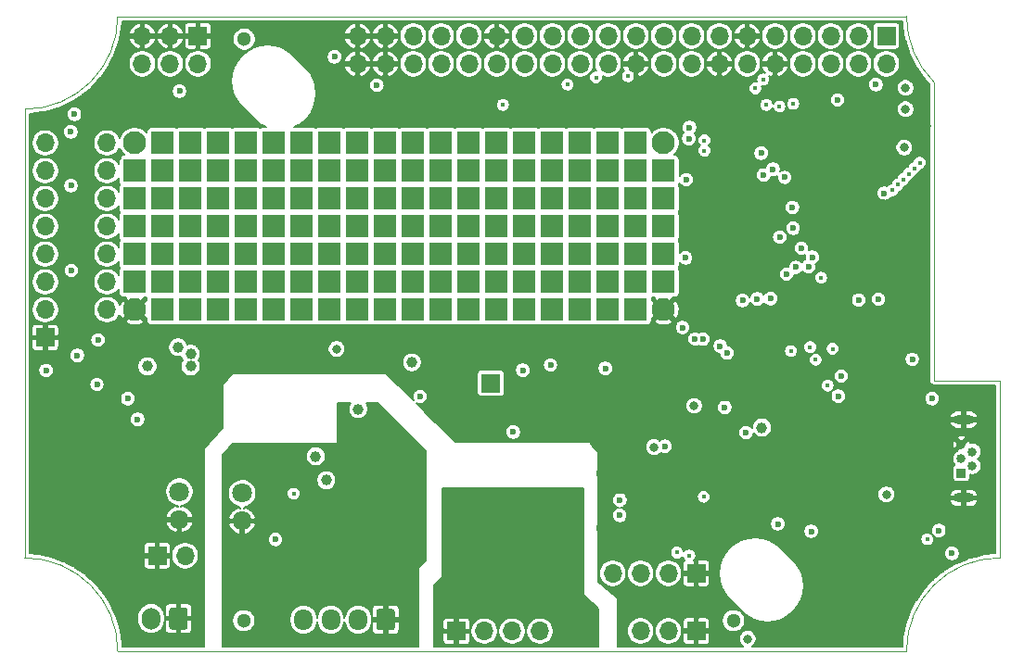
<source format=gbr>
%TF.GenerationSoftware,KiCad,Pcbnew,(5.1.9-0-10_14)*%
%TF.CreationDate,2021-02-18T22:35:35+02:00*%
%TF.ProjectId,SH-ESP32,53482d45-5350-4333-922e-6b696361645f,0.3.1*%
%TF.SameCoordinates,Original*%
%TF.FileFunction,Copper,L2,Inr*%
%TF.FilePolarity,Positive*%
%FSLAX46Y46*%
G04 Gerber Fmt 4.6, Leading zero omitted, Abs format (unit mm)*
G04 Created by KiCad (PCBNEW (5.1.9-0-10_14)) date 2021-02-18 22:35:35*
%MOMM*%
%LPD*%
G01*
G04 APERTURE LIST*
%TA.AperFunction,Profile*%
%ADD10C,0.050000*%
%TD*%
%TA.AperFunction,WasherPad*%
%ADD11C,1.300000*%
%TD*%
%TA.AperFunction,ComponentPad*%
%ADD12O,1.700000X1.950000*%
%TD*%
%TA.AperFunction,ComponentPad*%
%ADD13C,2.100000*%
%TD*%
%TA.AperFunction,ComponentPad*%
%ADD14R,1.700000X1.700000*%
%TD*%
%TA.AperFunction,ComponentPad*%
%ADD15O,1.700000X1.700000*%
%TD*%
%TA.AperFunction,ComponentPad*%
%ADD16O,1.700000X2.000000*%
%TD*%
%TA.AperFunction,ComponentPad*%
%ADD17R,0.840000X0.840000*%
%TD*%
%TA.AperFunction,ComponentPad*%
%ADD18C,0.840000*%
%TD*%
%TA.AperFunction,ComponentPad*%
%ADD19O,1.850000X0.850000*%
%TD*%
%TA.AperFunction,ComponentPad*%
%ADD20C,1.800000*%
%TD*%
%TA.AperFunction,ComponentPad*%
%ADD21O,1.800000X1.700000*%
%TD*%
%TA.AperFunction,ComponentPad*%
%ADD22R,2.100000X2.100000*%
%TD*%
%TA.AperFunction,ViaPad*%
%ADD23C,0.450000*%
%TD*%
%TA.AperFunction,ViaPad*%
%ADD24C,0.600000*%
%TD*%
%TA.AperFunction,ViaPad*%
%ADD25C,0.800000*%
%TD*%
%TA.AperFunction,ViaPad*%
%ADD26C,1.000000*%
%TD*%
%TA.AperFunction,Conductor*%
%ADD27C,0.200000*%
%TD*%
%TA.AperFunction,Conductor*%
%ADD28C,0.100000*%
%TD*%
G04 APERTURE END LIST*
D10*
X178000000Y-90300000D02*
X178000000Y-106500000D01*
X172000000Y-90300000D02*
X172000000Y-63020000D01*
X178000000Y-90300000D02*
X172000000Y-90300000D01*
X169500000Y-115000000D02*
G75*
G02*
X178000000Y-106500000I8500000J0D01*
G01*
X89000000Y-106500000D02*
G75*
G02*
X97500000Y-115000000I0J-8500000D01*
G01*
X172000092Y-63020889D02*
G75*
G02*
X169500000Y-57000000I5999908J6020889D01*
G01*
X97500000Y-57000000D02*
G75*
G02*
X89000000Y-65500000I-8500000J0D01*
G01*
X169500000Y-115000000D02*
X97500000Y-115000000D01*
X169500000Y-57000000D02*
X97500000Y-57000000D01*
X89000000Y-65500000D02*
X89000000Y-106500000D01*
D11*
%TO.N,*%
%TO.C,H903*%
X153700000Y-112250000D03*
%TD*%
%TO.N,*%
%TO.C,H902*%
X109000000Y-112250000D03*
%TD*%
%TO.N,*%
%TO.C,H901*%
X109050000Y-59100000D03*
%TD*%
D12*
%TO.N,/CAN bus/CAN_L*%
%TO.C,J601*%
X114450000Y-112150000D03*
%TO.N,/CAN bus/CAN_H*%
X116950000Y-112150000D03*
%TO.N,/CAN bus/CAN_12V*%
X119450000Y-112150000D03*
%TO.N,/CAN bus/CAN_GND*%
%TA.AperFunction,ComponentPad*%
G36*
G01*
X122800000Y-111425000D02*
X122800000Y-112875000D01*
G75*
G02*
X122550000Y-113125000I-250000J0D01*
G01*
X121350000Y-113125000D01*
G75*
G02*
X121100000Y-112875000I0J250000D01*
G01*
X121100000Y-111425000D01*
G75*
G02*
X121350000Y-111175000I250000J0D01*
G01*
X122550000Y-111175000D01*
G75*
G02*
X122800000Y-111425000I0J-250000D01*
G01*
G37*
%TD.AperFunction*%
%TD*%
D13*
%TO.N,GND*%
%TO.C,REF\u002A\u002A*%
X147320000Y-83820000D03*
%TD*%
%TO.N,GND*%
%TO.C,REF\u002A\u002A*%
X99060000Y-83820000D03*
%TD*%
%TO.N,+3V3*%
%TO.C,REF\u002A\u002A*%
X99060000Y-68580000D03*
%TD*%
%TO.N,+3V3*%
%TO.C,REF\u002A\u002A*%
X147320000Y-68580000D03*
%TD*%
D14*
%TO.N,GND*%
%TO.C,J702*%
X150300000Y-107910000D03*
D15*
%TO.N,/I2C/I2C_3V3*%
X147760000Y-107910000D03*
%TO.N,/I2C/SCL_CONN*%
X145220000Y-107910000D03*
%TO.N,/I2C/SDA_CONN*%
X142680000Y-107910000D03*
%TD*%
D16*
%TO.N,/Power input/Vin*%
%TO.C,J301*%
X100540000Y-112050000D03*
%TO.N,GND*%
%TA.AperFunction,ComponentPad*%
G36*
G01*
X103890000Y-111300000D02*
X103890000Y-112800000D01*
G75*
G02*
X103640000Y-113050000I-250000J0D01*
G01*
X102440000Y-113050000D01*
G75*
G02*
X102190000Y-112800000I0J250000D01*
G01*
X102190000Y-111300000D01*
G75*
G02*
X102440000Y-111050000I250000J0D01*
G01*
X103640000Y-111050000D01*
G75*
G02*
X103890000Y-111300000I0J-250000D01*
G01*
G37*
%TD.AperFunction*%
%TD*%
D17*
%TO.N,/USB/VBUS*%
%TO.C,J401*%
X174500000Y-98750000D03*
D18*
%TO.N,/USB/USB_D-*%
X175500000Y-98100000D03*
%TO.N,/USB/USB_D+*%
X174500000Y-97450000D03*
%TO.N,N/C*%
X175500000Y-96800000D03*
%TO.N,GND*%
X174500000Y-96150000D03*
D19*
X174720000Y-101025000D03*
X174720000Y-93875000D03*
%TD*%
D14*
%TO.N,USB_5V*%
%TO.C,J203*%
X131550000Y-90540000D03*
%TD*%
D15*
%TO.N,+3V3*%
%TO.C,J202*%
X99740000Y-61340000D03*
%TO.N,GND*%
X99740000Y-58800000D03*
%TO.N,+3V3*%
X102280000Y-61340000D03*
%TO.N,GND*%
X102280000Y-58800000D03*
%TO.N,+3V3*%
X104820000Y-61340000D03*
D14*
%TO.N,GND*%
X104820000Y-58800000D03*
%TD*%
D15*
%TO.N,GND*%
%TO.C,J201*%
X119390000Y-61340000D03*
X119390000Y-58800000D03*
X121930000Y-61340000D03*
X121930000Y-58800000D03*
%TO.N,+3V3*%
X124470000Y-61340000D03*
X124470000Y-58800000D03*
%TO.N,/ESP32/IO17_C_SCL*%
X127010000Y-61340000D03*
%TO.N,/ESP32/IO4_C*%
X127010000Y-58800000D03*
%TO.N,/ESP32/IO16_C_SDA*%
X129550000Y-61340000D03*
%TO.N,/ESP32/IO34_C*%
X129550000Y-58800000D03*
%TO.N,/ESP32/IO35_C*%
X132090000Y-61340000D03*
%TO.N,GND*%
X132090000Y-58800000D03*
%TO.N,/ESP32/IO32_C*%
X134630000Y-61340000D03*
%TO.N,/ESP32/IO15*%
X134630000Y-58800000D03*
%TO.N,/ESP32/IO33_C*%
X137170000Y-61340000D03*
%TO.N,/ESP32/IO13*%
X137170000Y-58800000D03*
%TO.N,/ESP32/EN*%
X139710000Y-61340000D03*
%TO.N,/ESP32/IO14*%
X139710000Y-58800000D03*
%TO.N,/LED*%
X142250000Y-61340000D03*
%TO.N,/ESP32/IO12*%
X142250000Y-58800000D03*
%TO.N,GND*%
X144790000Y-61340000D03*
%TO.N,+3V3*%
X144790000Y-58800000D03*
%TO.N,/ESP32/RXD0_C*%
X147330000Y-61340000D03*
%TO.N,/ESP32/SENSOR_VN*%
X147330000Y-58800000D03*
%TO.N,/ESP32/TXD0_C*%
X149870000Y-61340000D03*
%TO.N,/ESP32/SENSOR_VP*%
X149870000Y-58800000D03*
%TO.N,GND*%
X152410000Y-61340000D03*
%TO.N,+3V3*%
X152410000Y-58800000D03*
%TO.N,/ESP32/IO0*%
X154950000Y-61340000D03*
%TO.N,GND*%
X154950000Y-58800000D03*
X157490000Y-61340000D03*
%TO.N,/ESP32/IO27*%
X157490000Y-58800000D03*
%TO.N,/ESP32/IO25*%
X160030000Y-61340000D03*
%TO.N,/ESP32/IO26*%
X160030000Y-58800000D03*
%TO.N,/ESP32/IO5*%
X162570000Y-61340000D03*
%TO.N,/ESP32/IO18*%
X162570000Y-58800000D03*
%TO.N,/ESP32/IO19*%
X165110000Y-61340000D03*
%TO.N,/ESP32/IO21*%
X165110000Y-58800000D03*
%TO.N,/ESP32/IO22*%
X167650000Y-61340000D03*
D14*
%TO.N,/ESP32/IO23*%
X167650000Y-58800000D03*
%TD*%
D20*
%TO.N,/Power input/Vin_protected*%
%TO.C,J303*%
X103124000Y-100457000D03*
D21*
%TO.N,GND*%
X103124000Y-102997000D03*
%TD*%
D20*
%TO.N,/CAN bus/CAN12V_prot*%
%TO.C,J602*%
X108850000Y-100600000D03*
D21*
%TO.N,/CAN bus/CAN_GND*%
X108850000Y-103140000D03*
%TD*%
D15*
%TO.N,Net-(J206-Pad8)*%
%TO.C,J207*%
X96520000Y-68580000D03*
%TO.N,Net-(J206-Pad7)*%
X96520000Y-71120000D03*
%TO.N,Net-(J206-Pad6)*%
X96520000Y-73660000D03*
%TO.N,Net-(J206-Pad5)*%
X96520000Y-76200000D03*
%TO.N,Net-(J206-Pad4)*%
X96520000Y-78740000D03*
%TO.N,Net-(J206-Pad3)*%
X96520000Y-81280000D03*
%TO.N,Net-(J206-Pad2)*%
X96520000Y-83820000D03*
%TD*%
D22*
%TO.N,N/C*%
%TO.C,REF\u002A\u002A*%
X101600000Y-81280000D03*
%TD*%
%TO.N,N/C*%
%TO.C,REF\u002A\u002A*%
X104140000Y-81280000D03*
%TD*%
%TO.N,N/C*%
%TO.C,REF\u002A\u002A*%
X104140000Y-78740000D03*
%TD*%
%TO.N,N/C*%
%TO.C,REF\u002A\u002A*%
X104140000Y-73660000D03*
%TD*%
%TO.N,N/C*%
%TO.C,REF\u002A\u002A*%
X99060000Y-73660000D03*
%TD*%
%TO.N,N/C*%
%TO.C,REF\u002A\u002A*%
X101600000Y-73660000D03*
%TD*%
%TO.N,N/C*%
%TO.C,REF\u002A\u002A*%
X101600000Y-71120000D03*
%TD*%
%TO.N,N/C*%
%TO.C,REF\u002A\u002A*%
X101600000Y-78740000D03*
%TD*%
%TO.N,N/C*%
%TO.C,REF\u002A\u002A*%
X101600000Y-76200000D03*
%TD*%
%TO.N,N/C*%
%TO.C,REF\u002A\u002A*%
X99060000Y-78740000D03*
%TD*%
%TO.N,N/C*%
%TO.C,REF\u002A\u002A*%
X99060000Y-76200000D03*
%TD*%
%TO.N,N/C*%
%TO.C,REF\u002A\u002A*%
X99060000Y-81280000D03*
%TD*%
%TO.N,N/C*%
%TO.C,REF\u002A\u002A*%
X99060000Y-71120000D03*
%TD*%
%TO.N,N/C*%
%TO.C,REF\u002A\u002A*%
X104140000Y-76200000D03*
%TD*%
%TO.N,N/C*%
%TO.C,REF\u002A\u002A*%
X104140000Y-71120000D03*
%TD*%
%TO.N,N/C*%
%TO.C,REF\u002A\u002A*%
X104140000Y-83820000D03*
%TD*%
%TO.N,N/C*%
%TO.C,REF\u002A\u002A*%
X101600000Y-83820000D03*
%TD*%
%TO.N,N/C*%
%TO.C,REF\u002A\u002A*%
X104140000Y-68580000D03*
%TD*%
%TO.N,N/C*%
%TO.C,REF\u002A\u002A*%
X101600000Y-68580000D03*
%TD*%
D15*
%TO.N,Net-(J206-Pad8)*%
%TO.C,J206*%
X90875000Y-68580000D03*
%TO.N,Net-(J206-Pad7)*%
X90875000Y-71120000D03*
%TO.N,Net-(J206-Pad6)*%
X90875000Y-73660000D03*
%TO.N,Net-(J206-Pad5)*%
X90875000Y-76200000D03*
%TO.N,Net-(J206-Pad4)*%
X90875000Y-78740000D03*
%TO.N,Net-(J206-Pad3)*%
X90875000Y-81280000D03*
%TO.N,Net-(J206-Pad2)*%
X90875000Y-83820000D03*
D14*
%TO.N,GND*%
X90875000Y-86360000D03*
%TD*%
D15*
%TO.N,/Power input/Vin_protected*%
%TO.C,J302*%
X103640000Y-106300000D03*
D14*
%TO.N,GND*%
X101100000Y-106300000D03*
%TD*%
D22*
%TO.N,N/C*%
%TO.C,REF\u002A\u002A*%
X109220000Y-68580000D03*
%TD*%
%TO.N,N/C*%
%TO.C,REF\u002A\u002A*%
X106680000Y-68580000D03*
%TD*%
%TO.N,N/C*%
%TO.C,REF\u002A\u002A*%
X147320000Y-71120000D03*
%TD*%
%TO.N,N/C*%
%TO.C,REF\u002A\u002A*%
X144780000Y-68580000D03*
%TD*%
%TO.N,N/C*%
%TO.C,REF\u002A\u002A*%
X147320000Y-76200000D03*
%TD*%
%TO.N,N/C*%
%TO.C,REF\u002A\u002A*%
X147320000Y-78740000D03*
%TD*%
%TO.N,N/C*%
%TO.C,REF\u002A\u002A*%
X147320000Y-81280000D03*
%TD*%
%TO.N,N/C*%
%TO.C,REF\u002A\u002A*%
X147320000Y-73660000D03*
%TD*%
%TO.N,N/C*%
%TO.C,REF\u002A\u002A*%
X124460000Y-68580000D03*
%TD*%
%TO.N,N/C*%
%TO.C,REF\u002A\u002A*%
X114300000Y-68580000D03*
%TD*%
%TO.N,N/C*%
%TO.C,REF\u002A\u002A*%
X132080000Y-68580000D03*
%TD*%
%TO.N,N/C*%
%TO.C,REF\u002A\u002A*%
X127000000Y-68580000D03*
%TD*%
%TO.N,N/C*%
%TO.C,REF\u002A\u002A*%
X129540000Y-68580000D03*
%TD*%
%TO.N,N/C*%
%TO.C,REF\u002A\u002A*%
X119380000Y-68580000D03*
%TD*%
%TO.N,N/C*%
%TO.C,REF\u002A\u002A*%
X139700000Y-68580000D03*
%TD*%
%TO.N,N/C*%
%TO.C,REF\u002A\u002A*%
X137160000Y-68580000D03*
%TD*%
%TO.N,N/C*%
%TO.C,REF\u002A\u002A*%
X116840000Y-68580000D03*
%TD*%
%TO.N,N/C*%
%TO.C,REF\u002A\u002A*%
X111760000Y-68580000D03*
%TD*%
%TO.N,N/C*%
%TO.C,REF\u002A\u002A*%
X134620000Y-68580000D03*
%TD*%
%TO.N,N/C*%
%TO.C,REF\u002A\u002A*%
X121920000Y-68580000D03*
%TD*%
%TO.N,N/C*%
%TO.C,REF\u002A\u002A*%
X142240000Y-68580000D03*
%TD*%
%TO.N,N/C*%
%TO.C,REF\u002A\u002A*%
X121920000Y-83820000D03*
%TD*%
%TO.N,N/C*%
%TO.C,REF\u002A\u002A*%
X109220000Y-83820000D03*
%TD*%
%TO.N,N/C*%
%TO.C,REF\u002A\u002A*%
X111760000Y-83820000D03*
%TD*%
%TO.N,N/C*%
%TO.C,REF\u002A\u002A*%
X127000000Y-83820000D03*
%TD*%
%TO.N,N/C*%
%TO.C,REF\u002A\u002A*%
X134620000Y-83820000D03*
%TD*%
%TO.N,N/C*%
%TO.C,REF\u002A\u002A*%
X119380000Y-83820000D03*
%TD*%
%TO.N,N/C*%
%TO.C,REF\u002A\u002A*%
X137160000Y-83820000D03*
%TD*%
%TO.N,N/C*%
%TO.C,REF\u002A\u002A*%
X139700000Y-83820000D03*
%TD*%
%TO.N,N/C*%
%TO.C,REF\u002A\u002A*%
X142240000Y-83820000D03*
%TD*%
%TO.N,N/C*%
%TO.C,REF\u002A\u002A*%
X144780000Y-83820000D03*
%TD*%
%TO.N,N/C*%
%TO.C,REF\u002A\u002A*%
X124460000Y-83820000D03*
%TD*%
%TO.N,N/C*%
%TO.C,REF\u002A\u002A*%
X106680000Y-83820000D03*
%TD*%
%TO.N,N/C*%
%TO.C,REF\u002A\u002A*%
X114300000Y-83820000D03*
%TD*%
%TO.N,N/C*%
%TO.C,REF\u002A\u002A*%
X116840000Y-83820000D03*
%TD*%
%TO.N,N/C*%
%TO.C,REF\u002A\u002A*%
X132080000Y-83820000D03*
%TD*%
%TO.N,N/C*%
%TO.C,REF\u002A\u002A*%
X129540000Y-83820000D03*
%TD*%
%TO.N,N/C*%
%TO.C,REF\u002A\u002A*%
X114300000Y-73660000D03*
%TD*%
%TO.N,N/C*%
%TO.C,REF\u002A\u002A*%
X111760000Y-71120000D03*
%TD*%
%TO.N,N/C*%
%TO.C,REF\u002A\u002A*%
X111760000Y-76200000D03*
%TD*%
%TO.N,N/C*%
%TO.C,REF\u002A\u002A*%
X124460000Y-76200000D03*
%TD*%
%TO.N,N/C*%
%TO.C,REF\u002A\u002A*%
X106680000Y-71120000D03*
%TD*%
%TO.N,N/C*%
%TO.C,REF\u002A\u002A*%
X106680000Y-81280000D03*
%TD*%
%TO.N,N/C*%
%TO.C,REF\u002A\u002A*%
X106680000Y-76200000D03*
%TD*%
%TO.N,N/C*%
%TO.C,REF\u002A\u002A*%
X106680000Y-78740000D03*
%TD*%
%TO.N,N/C*%
%TO.C,REF\u002A\u002A*%
X109220000Y-76200000D03*
%TD*%
%TO.N,N/C*%
%TO.C,REF\u002A\u002A*%
X109220000Y-78740000D03*
%TD*%
%TO.N,N/C*%
%TO.C,REF\u002A\u002A*%
X109220000Y-71120000D03*
%TD*%
%TO.N,N/C*%
%TO.C,REF\u002A\u002A*%
X109220000Y-73660000D03*
%TD*%
%TO.N,N/C*%
%TO.C,REF\u002A\u002A*%
X106680000Y-73660000D03*
%TD*%
%TO.N,N/C*%
%TO.C,REF\u002A\u002A*%
X114300000Y-76200000D03*
%TD*%
%TO.N,N/C*%
%TO.C,REF\u002A\u002A*%
X114300000Y-78740000D03*
%TD*%
%TO.N,N/C*%
%TO.C,REF\u002A\u002A*%
X111760000Y-73660000D03*
%TD*%
%TO.N,N/C*%
%TO.C,REF\u002A\u002A*%
X114300000Y-81280000D03*
%TD*%
%TO.N,N/C*%
%TO.C,REF\u002A\u002A*%
X111760000Y-78740000D03*
%TD*%
%TO.N,N/C*%
%TO.C,REF\u002A\u002A*%
X124460000Y-78740000D03*
%TD*%
%TO.N,N/C*%
%TO.C,REF\u002A\u002A*%
X116840000Y-81280000D03*
%TD*%
%TO.N,N/C*%
%TO.C,REF\u002A\u002A*%
X116840000Y-76200000D03*
%TD*%
%TO.N,N/C*%
%TO.C,REF\u002A\u002A*%
X116840000Y-78740000D03*
%TD*%
%TO.N,N/C*%
%TO.C,REF\u002A\u002A*%
X119380000Y-76200000D03*
%TD*%
%TO.N,N/C*%
%TO.C,REF\u002A\u002A*%
X119380000Y-78740000D03*
%TD*%
%TO.N,N/C*%
%TO.C,REF\u002A\u002A*%
X119380000Y-71120000D03*
%TD*%
%TO.N,N/C*%
%TO.C,REF\u002A\u002A*%
X119380000Y-73660000D03*
%TD*%
%TO.N,N/C*%
%TO.C,REF\u002A\u002A*%
X116840000Y-73660000D03*
%TD*%
%TO.N,N/C*%
%TO.C,REF\u002A\u002A*%
X116840000Y-71120000D03*
%TD*%
%TO.N,N/C*%
%TO.C,REF\u002A\u002A*%
X119380000Y-81280000D03*
%TD*%
%TO.N,N/C*%
%TO.C,REF\u002A\u002A*%
X121920000Y-76200000D03*
%TD*%
%TO.N,N/C*%
%TO.C,REF\u002A\u002A*%
X121920000Y-78740000D03*
%TD*%
%TO.N,N/C*%
%TO.C,REF\u002A\u002A*%
X121920000Y-81280000D03*
%TD*%
%TO.N,N/C*%
%TO.C,REF\u002A\u002A*%
X121920000Y-73660000D03*
%TD*%
%TO.N,N/C*%
%TO.C,REF\u002A\u002A*%
X121920000Y-71120000D03*
%TD*%
%TO.N,N/C*%
%TO.C,REF\u002A\u002A*%
X124460000Y-81280000D03*
%TD*%
%TO.N,N/C*%
%TO.C,REF\u002A\u002A*%
X124460000Y-73660000D03*
%TD*%
%TO.N,N/C*%
%TO.C,REF\u002A\u002A*%
X114300000Y-71120000D03*
%TD*%
%TO.N,N/C*%
%TO.C,REF\u002A\u002A*%
X111760000Y-81280000D03*
%TD*%
%TO.N,N/C*%
%TO.C,REF\u002A\u002A*%
X109220000Y-81280000D03*
%TD*%
%TO.N,N/C*%
%TO.C,REF\u002A\u002A*%
X124460000Y-71120000D03*
%TD*%
%TO.N,N/C*%
%TO.C,REF\u002A\u002A*%
X134620000Y-76200000D03*
%TD*%
%TO.N,N/C*%
%TO.C,REF\u002A\u002A*%
X134620000Y-78740000D03*
%TD*%
%TO.N,N/C*%
%TO.C,REF\u002A\u002A*%
X127000000Y-81280000D03*
%TD*%
%TO.N,N/C*%
%TO.C,REF\u002A\u002A*%
X127000000Y-76200000D03*
%TD*%
%TO.N,N/C*%
%TO.C,REF\u002A\u002A*%
X127000000Y-78740000D03*
%TD*%
%TO.N,N/C*%
%TO.C,REF\u002A\u002A*%
X129540000Y-76200000D03*
%TD*%
%TO.N,N/C*%
%TO.C,REF\u002A\u002A*%
X129540000Y-78740000D03*
%TD*%
%TO.N,N/C*%
%TO.C,REF\u002A\u002A*%
X129540000Y-71120000D03*
%TD*%
%TO.N,N/C*%
%TO.C,REF\u002A\u002A*%
X129540000Y-73660000D03*
%TD*%
%TO.N,N/C*%
%TO.C,REF\u002A\u002A*%
X127000000Y-73660000D03*
%TD*%
%TO.N,N/C*%
%TO.C,REF\u002A\u002A*%
X127000000Y-71120000D03*
%TD*%
%TO.N,N/C*%
%TO.C,REF\u002A\u002A*%
X129540000Y-81280000D03*
%TD*%
%TO.N,N/C*%
%TO.C,REF\u002A\u002A*%
X132080000Y-76200000D03*
%TD*%
%TO.N,N/C*%
%TO.C,REF\u002A\u002A*%
X132080000Y-78740000D03*
%TD*%
%TO.N,N/C*%
%TO.C,REF\u002A\u002A*%
X132080000Y-81280000D03*
%TD*%
%TO.N,N/C*%
%TO.C,REF\u002A\u002A*%
X132080000Y-73660000D03*
%TD*%
%TO.N,N/C*%
%TO.C,REF\u002A\u002A*%
X132080000Y-71120000D03*
%TD*%
%TO.N,N/C*%
%TO.C,REF\u002A\u002A*%
X134620000Y-81280000D03*
%TD*%
%TO.N,N/C*%
%TO.C,REF\u002A\u002A*%
X134620000Y-73660000D03*
%TD*%
%TO.N,N/C*%
%TO.C,REF\u002A\u002A*%
X134620000Y-71120000D03*
%TD*%
%TO.N,N/C*%
%TO.C,REF\u002A\u002A*%
X139700000Y-76200000D03*
%TD*%
%TO.N,N/C*%
%TO.C,REF\u002A\u002A*%
X139700000Y-78740000D03*
%TD*%
%TO.N,N/C*%
%TO.C,REF\u002A\u002A*%
X137160000Y-76200000D03*
%TD*%
%TO.N,N/C*%
%TO.C,REF\u002A\u002A*%
X137160000Y-78740000D03*
%TD*%
%TO.N,N/C*%
%TO.C,REF\u002A\u002A*%
X137160000Y-81280000D03*
%TD*%
%TO.N,N/C*%
%TO.C,REF\u002A\u002A*%
X137160000Y-73660000D03*
%TD*%
%TO.N,N/C*%
%TO.C,REF\u002A\u002A*%
X137160000Y-71120000D03*
%TD*%
%TO.N,N/C*%
%TO.C,REF\u002A\u002A*%
X139700000Y-81280000D03*
%TD*%
%TO.N,N/C*%
%TO.C,REF\u002A\u002A*%
X139700000Y-73660000D03*
%TD*%
%TO.N,N/C*%
%TO.C,REF\u002A\u002A*%
X139700000Y-71120000D03*
%TD*%
%TO.N,N/C*%
%TO.C,REF\u002A\u002A*%
X142240000Y-76200000D03*
%TD*%
%TO.N,N/C*%
%TO.C,REF\u002A\u002A*%
X142240000Y-78740000D03*
%TD*%
%TO.N,N/C*%
%TO.C,REF\u002A\u002A*%
X142240000Y-81280000D03*
%TD*%
%TO.N,N/C*%
%TO.C,REF\u002A\u002A*%
X142240000Y-73660000D03*
%TD*%
%TO.N,N/C*%
%TO.C,REF\u002A\u002A*%
X142240000Y-71120000D03*
%TD*%
%TO.N,N/C*%
%TO.C,REF\u002A\u002A*%
X144780000Y-73660000D03*
%TD*%
%TO.N,N/C*%
%TO.C,REF\u002A\u002A*%
X144780000Y-71120000D03*
%TD*%
%TO.N,N/C*%
%TO.C,REF\u002A\u002A*%
X144780000Y-78740000D03*
%TD*%
%TO.N,N/C*%
%TO.C,REF\u002A\u002A*%
X144780000Y-76200000D03*
%TD*%
%TO.N,N/C*%
%TO.C,REF\u002A\u002A*%
X144780000Y-81280000D03*
%TD*%
D14*
%TO.N,GND*%
%TO.C,J801*%
X150300000Y-113190000D03*
D15*
%TO.N,/Onewire/Onewire_3V3*%
X147760000Y-113190000D03*
%TO.N,/Onewire/DQ_CONN*%
X145220000Y-113190000D03*
%TD*%
%TO.N,/Optocouplers/ISO_OUT_CONN*%
%TO.C,J901*%
X136040000Y-113200000D03*
%TO.N,/Optocouplers/ISO_IN_CONN*%
X133500000Y-113200000D03*
%TO.N,/Optocouplers/V_ISO_CONN*%
X130960000Y-113200000D03*
D14*
%TO.N,/Optocouplers/ISO_GND*%
X128420000Y-113200000D03*
%TD*%
D23*
%TO.N,GND*%
X153040000Y-86330000D03*
D24*
X173600000Y-95060000D03*
X175410000Y-99820000D03*
X175470000Y-95030000D03*
X173430000Y-100150000D03*
D25*
X161290000Y-77216000D03*
X162306000Y-77216000D03*
X163322000Y-77216000D03*
X164338000Y-77216000D03*
X164846000Y-76200000D03*
X163830000Y-76200000D03*
X162814000Y-76200000D03*
X161798000Y-76200000D03*
X161798000Y-74168000D03*
X162814000Y-74168000D03*
X163830000Y-74168000D03*
X164846000Y-74168000D03*
X164338000Y-73152000D03*
X163322000Y-73152000D03*
X162306000Y-73152000D03*
X161290000Y-73152000D03*
D24*
X151750000Y-110450000D03*
D25*
X140500000Y-91700000D03*
X171200000Y-84490000D03*
X171200000Y-69100000D03*
X95680000Y-88066000D03*
X96442000Y-89336000D03*
X94369000Y-105764000D03*
X94369000Y-104748000D03*
X94369000Y-103732000D03*
X90940000Y-105764000D03*
X90940000Y-104748000D03*
X90940000Y-103732000D03*
D26*
X154686000Y-70358000D03*
D25*
X171190000Y-86680000D03*
X171160000Y-83100000D03*
D24*
X160939000Y-91899000D03*
X143333000Y-98935000D03*
X163539000Y-87480000D03*
X93254000Y-82528000D03*
X93229000Y-74892000D03*
X105418000Y-63846000D03*
X171831000Y-94234000D03*
X93207000Y-69858000D03*
X95827000Y-65955000D03*
D25*
X108077000Y-87122000D03*
X109728000Y-87122004D03*
D24*
X129413000Y-93599000D03*
X136906000Y-94996000D03*
D25*
X120642000Y-87616010D03*
D24*
X139966864Y-89444864D03*
X133477000Y-93726000D03*
X132500000Y-95050000D03*
X96700000Y-109800000D03*
X97350000Y-104800000D03*
X97458000Y-88574000D03*
X101000000Y-60000000D03*
X99250000Y-66500000D03*
X165250000Y-101250000D03*
X158000000Y-113950000D03*
X159600000Y-104300000D03*
X159450000Y-114200000D03*
X153300000Y-114200000D03*
X138790000Y-91640000D03*
X140200000Y-93700000D03*
X137287000Y-91694000D03*
X145050000Y-89600000D03*
X152800000Y-94350000D03*
X107200000Y-66600000D03*
X106650000Y-60550000D03*
X117150000Y-64000000D03*
X93150000Y-77475000D03*
X93650000Y-85250000D03*
X89975000Y-74925000D03*
X89975000Y-80025000D03*
X89975000Y-82550000D03*
X103500000Y-60000000D03*
X128800000Y-95050000D03*
X141450000Y-98790000D03*
X143750000Y-114200000D03*
X153300000Y-95700000D03*
X176911000Y-90932000D03*
X89975000Y-77500000D03*
X92350000Y-66050000D03*
X108050000Y-57850000D03*
X96500000Y-62500000D03*
X89975000Y-72375000D03*
X98250000Y-64000000D03*
X160910000Y-95760000D03*
X140350000Y-95250000D03*
X90000000Y-66150000D03*
X89975000Y-69875000D03*
X110850000Y-57900000D03*
X145200000Y-91550000D03*
X172850000Y-91750000D03*
X174850000Y-91600000D03*
X94400000Y-107000000D03*
X97425000Y-82575000D03*
X97575000Y-69925000D03*
X112776000Y-85598000D03*
X105156000Y-85598000D03*
D25*
X151500000Y-92550000D03*
D24*
X126365000Y-92837000D03*
D25*
X170196541Y-93679041D03*
D24*
X163500000Y-103400000D03*
X171958000Y-100520500D03*
X123253500Y-90170000D03*
X126210000Y-87240000D03*
X128100000Y-92650000D03*
X105000000Y-98550000D03*
X168450000Y-96550000D03*
D25*
X168000000Y-93100000D03*
D24*
X121150000Y-65670000D03*
X149390000Y-69590000D03*
X149380000Y-76480000D03*
D23*
X150850000Y-84300000D03*
X145630000Y-86360000D03*
X138160000Y-86390000D03*
X138030000Y-89490000D03*
X144400000Y-86300000D03*
X160850000Y-90100000D03*
X156300000Y-90950000D03*
X170860000Y-92860000D03*
X170040000Y-82950000D03*
X170390000Y-77240000D03*
X163100000Y-79950000D03*
X161660000Y-79980000D03*
D24*
X167440000Y-75800000D03*
X167380000Y-74000000D03*
X131900000Y-65900000D03*
X127330000Y-66930000D03*
X121020000Y-66840000D03*
X116950000Y-66850000D03*
X154900000Y-73440000D03*
X154800000Y-75440000D03*
X154700000Y-77310000D03*
X154540000Y-79160000D03*
X151970000Y-86320000D03*
X172100000Y-108100000D03*
X169600000Y-111300000D03*
X146430000Y-114180000D03*
X161550000Y-105100000D03*
X143870000Y-101940000D03*
X155130000Y-100930000D03*
X152240000Y-103530000D03*
X161750000Y-111450000D03*
X141440000Y-103750000D03*
X170070000Y-80320000D03*
X170920000Y-78640000D03*
X152050000Y-83350000D03*
X132000000Y-88050000D03*
X151550000Y-89400000D03*
X163390000Y-70340000D03*
X161480000Y-72120000D03*
X168150000Y-62850000D03*
X153650000Y-62600000D03*
X158750000Y-64300000D03*
X127500000Y-62800000D03*
X135850000Y-57750000D03*
X134410000Y-64190000D03*
X136290000Y-63750000D03*
X125890000Y-63180000D03*
X163910000Y-101330000D03*
X161030000Y-101160000D03*
X168148000Y-78676500D03*
X168148000Y-82867500D03*
X163449000Y-82931000D03*
X164211000Y-78422500D03*
X166550000Y-91100000D03*
X149415500Y-72961500D03*
X151100000Y-57750000D03*
X143500000Y-57750000D03*
X125750000Y-57750000D03*
X166150000Y-57650000D03*
X161250000Y-57750000D03*
X158051500Y-70104000D03*
X159004000Y-81407000D03*
X166052500Y-83121500D03*
X155200000Y-64850000D03*
X171150000Y-81350000D03*
X148150000Y-85575000D03*
X177050000Y-96200000D03*
X176990000Y-98910000D03*
X158900000Y-92300000D03*
X156100000Y-103400000D03*
D25*
X162100000Y-113025000D03*
X168350000Y-113050000D03*
X162050000Y-107025000D03*
D24*
X143140000Y-95490000D03*
X143140000Y-97660000D03*
D25*
X146350000Y-99560000D03*
D24*
X152760000Y-96400000D03*
X154860000Y-97360000D03*
D26*
X156900000Y-98500000D03*
D24*
X168400000Y-106900000D03*
X169600000Y-106700000D03*
X161250000Y-64350000D03*
X117200000Y-58150000D03*
X143670000Y-104770000D03*
X176700000Y-102800000D03*
X176650000Y-104900000D03*
D26*
X171300000Y-106450000D03*
D25*
X171250000Y-65450000D03*
X169404001Y-60550000D03*
X170650000Y-64100000D03*
X171300000Y-67000000D03*
D24*
X165850000Y-64350000D03*
D23*
X155700000Y-81400000D03*
X147700000Y-67050000D03*
X148850000Y-68150000D03*
X159850000Y-69050000D03*
D24*
X171350000Y-90350000D03*
X148750000Y-89350000D03*
X169400000Y-87400000D03*
D25*
X97325000Y-92325000D03*
X95600000Y-92400000D03*
D26*
X95775000Y-99025000D03*
D24*
X90974998Y-90350000D03*
D26*
X92750000Y-91350000D03*
X92050000Y-96450000D03*
D24*
X98600000Y-94700000D03*
X99000000Y-100000000D03*
X99000000Y-98450000D03*
X94700000Y-102300000D03*
X102050000Y-99300000D03*
X101500000Y-100800000D03*
X99400000Y-102550000D03*
X98650000Y-87650000D03*
X94700000Y-99850000D03*
X89850000Y-84900000D03*
X89950000Y-88050000D03*
X89950000Y-91400000D03*
X89950000Y-94050000D03*
X89950000Y-99000000D03*
X89950000Y-101900000D03*
X89950000Y-105600000D03*
X98050000Y-112050000D03*
X98350000Y-114050000D03*
X101800000Y-114200000D03*
X104850000Y-114050000D03*
X104850000Y-110500000D03*
X104850000Y-107700000D03*
X93150000Y-86490000D03*
X105200000Y-87400000D03*
X102300000Y-86200000D03*
D26*
X96850000Y-86700000D03*
D24*
X149120000Y-103460000D03*
D25*
X145810000Y-104710000D03*
D24*
X151010000Y-98570000D03*
D25*
%TO.N,+3V3*%
X169291000Y-69000000D03*
D24*
X143333000Y-101221000D03*
X170021992Y-88357008D03*
X163539000Y-89893020D03*
X93254000Y-80242000D03*
X93229000Y-72479000D03*
X103132000Y-63846000D03*
X171831000Y-91948000D03*
X125095000Y-91757500D03*
X93207000Y-67572000D03*
X93541000Y-65955000D03*
D25*
X117476000Y-87422006D03*
D24*
X142000000Y-89192004D03*
X133604000Y-94996000D03*
D25*
X150100000Y-92600000D03*
D24*
X152902490Y-92752500D03*
D25*
X167650000Y-100700000D03*
X155000000Y-113900000D03*
D24*
X163270000Y-91720000D03*
X149330000Y-79090000D03*
X121150000Y-63300000D03*
X117280000Y-60710000D03*
X149390000Y-71930000D03*
X149050000Y-85450000D03*
D25*
X146440000Y-96370000D03*
D24*
X154850000Y-95050000D03*
X163200000Y-64650000D03*
X147460000Y-96300000D03*
X143320000Y-102620000D03*
X173650000Y-106100000D03*
X172450000Y-104000000D03*
D25*
X169404001Y-63550000D03*
X169403848Y-65499190D03*
D24*
X166700000Y-63250000D03*
X90950000Y-89375000D03*
X95700000Y-86590000D03*
D26*
X100200000Y-89000000D03*
X104150000Y-89000000D03*
X104150000Y-87850000D03*
X103000000Y-87250000D03*
D24*
%TO.N,/ESP32/EN*%
X167470000Y-73170000D03*
D23*
X162300000Y-90750000D03*
D26*
%TO.N,/Power input/Vin_protected*%
X124360000Y-88640000D03*
D24*
%TO.N,/Power input/BS*%
X99300003Y-93849997D03*
X98415490Y-91943296D03*
D26*
%TO.N,USB_5V*%
X156300000Y-94600000D03*
%TO.N,/CAN bus/CAN_GND*%
X125222000Y-104394000D03*
X121412000Y-105664000D03*
X121412000Y-103886000D03*
X124460000Y-103124000D03*
X122682000Y-103124000D03*
D25*
X121158000Y-94488000D03*
X109728000Y-97282000D03*
X108204000Y-97282000D03*
X113661000Y-106914000D03*
D24*
X109250000Y-114000000D03*
X120500000Y-114250000D03*
X117094000Y-107569000D03*
X114550000Y-107900000D03*
X109670000Y-107800000D03*
X121920000Y-98680000D03*
X124968000Y-97155000D03*
X115650000Y-114000000D03*
X123317000Y-107315000D03*
X117983000Y-92710000D03*
X117920000Y-109730000D03*
X117760000Y-98090000D03*
X118554500Y-104775000D03*
D26*
X125222000Y-105918000D03*
X118630000Y-100940000D03*
D24*
X112950000Y-99837001D03*
X107750000Y-111550000D03*
X107750000Y-108050000D03*
X107700000Y-104850000D03*
X107700000Y-98900000D03*
D26*
%TO.N,/CAN bus/CAN_5V*%
X119443500Y-92900500D03*
X115570000Y-97218500D03*
%TO.N,/CAN bus/CAN12V_prot*%
X116530000Y-99410000D03*
D23*
%TO.N,/I2C/SDA_CONN*%
X148550000Y-106020000D03*
%TO.N,/I2C/SCL_CONN*%
X149670000Y-106290000D03*
D24*
%TO.N,/Optocouplers/ISO_GND*%
X132100000Y-101140000D03*
X137160000Y-111840000D03*
X134730000Y-114320000D03*
X129810000Y-114390000D03*
X133410000Y-102520000D03*
X132250000Y-111860000D03*
D26*
X136540000Y-101340000D03*
D24*
X138650000Y-111380000D03*
D25*
X130120000Y-101500000D03*
X131710000Y-104000000D03*
X137090000Y-104940000D03*
X132110000Y-109680000D03*
D26*
X128670000Y-110190000D03*
D24*
X129500000Y-105250000D03*
X139750000Y-106500000D03*
X141200000Y-113000000D03*
D23*
%TO.N,/ESP32/SENSOR_VP*%
X156412999Y-62787001D03*
%TO.N,/ESP32/SENSOR_VN*%
X155700000Y-63600000D03*
D24*
%TO.N,/ESP32/IO34*%
X159900000Y-78200000D03*
D23*
X162750000Y-87400000D03*
D24*
%TO.N,/ESP32/IO35*%
X159150000Y-76370000D03*
X160900000Y-79020000D03*
X157930000Y-77190000D03*
X159390000Y-79940000D03*
X134470000Y-89360000D03*
%TO.N,/ESP32/IO32*%
X159080000Y-74470000D03*
X160540000Y-79880000D03*
D23*
X160700000Y-87250000D03*
D24*
%TO.N,/ESP32/IO33*%
X158380000Y-71730000D03*
X137000000Y-88880000D03*
X158550000Y-80580000D03*
D23*
%TO.N,/ESP32/IO25*%
X159150000Y-65000000D03*
%TO.N,/ESP32/IO26*%
X157900000Y-65250000D03*
%TO.N,/ESP32/IO27*%
X156700000Y-65100000D03*
D24*
%TO.N,/ESP32/IO14*%
X149630000Y-68180000D03*
D23*
X141150000Y-62600000D03*
X151050000Y-69300000D03*
D24*
%TO.N,/ESP32/IO12*%
X149680000Y-67180000D03*
D23*
X144067290Y-62482710D03*
X151050000Y-68350000D03*
D24*
%TO.N,/ESP32/IO15*%
X156464000Y-71501000D03*
D23*
X138550000Y-63250000D03*
D24*
%TO.N,/LED*%
X157310000Y-70990000D03*
D23*
X171400000Y-104800000D03*
X161700000Y-80900000D03*
D24*
%TO.N,/ESP32/IO4*%
X154530000Y-82970000D03*
%TO.N,/ESP32/IO16*%
X155870000Y-82830000D03*
%TO.N,/ESP32/IO17*%
X157090000Y-82800000D03*
D23*
%TO.N,/ESP32/IO5*%
X168200000Y-72900000D03*
D24*
%TO.N,/ESP32/RXD0*%
X165130000Y-82940000D03*
%TO.N,/ESP32/TXD0*%
X166940000Y-82870000D03*
D23*
%TO.N,/ESP32/IO23*%
X170700000Y-70400000D03*
D24*
%TO.N,/CAN bus/CAN_H*%
X111890000Y-104830000D03*
D23*
%TO.N,/Onewire/DQ_CONN*%
X150990000Y-100920000D03*
D24*
%TO.N,/CAN_RX*%
X153110000Y-87790000D03*
D23*
X161200000Y-88400000D03*
D24*
%TO.N,/CAN_TX*%
X152490000Y-87150000D03*
D23*
X158950000Y-87600000D03*
D24*
%TO.N,/Power input/FB*%
X95600000Y-90650000D03*
X93800000Y-88000000D03*
D23*
%TO.N,Net-(JP601-Pad1)*%
X113550000Y-100640000D03*
%TO.N,/ESP32/IO18*%
X168700000Y-72400000D03*
%TO.N,/ESP32/IO19*%
X169200000Y-71900000D03*
%TO.N,/ESP32/IO21*%
X169700000Y-71400000D03*
%TO.N,/ESP32/IO22*%
X170200000Y-70900000D03*
D24*
%TO.N,/BOOT_KEY*%
X150926926Y-86520256D03*
X160800000Y-104075000D03*
%TO.N,/BOOT_AUTO*%
X150200420Y-86493398D03*
X157750000Y-103400000D03*
D23*
%TO.N,/ESP32/IO17_C_SCL*%
X132650000Y-65100000D03*
D24*
%TO.N,/ESP32/IO13*%
X156230000Y-69520000D03*
%TD*%
D27*
%TO.N,GND*%
X169123730Y-57925858D02*
X169126576Y-57949205D01*
X169128834Y-57972658D01*
X169129585Y-57977045D01*
X169330367Y-59115739D01*
X169336766Y-59141599D01*
X169342916Y-59167614D01*
X169344255Y-59171859D01*
X169697718Y-60272769D01*
X169707594Y-60297586D01*
X169717192Y-60322461D01*
X169719094Y-60326485D01*
X170218698Y-61369237D01*
X170231836Y-61392459D01*
X170244736Y-61415827D01*
X170247159Y-61419543D01*
X170247166Y-61419555D01*
X170247173Y-61419565D01*
X170883666Y-62384856D01*
X170899795Y-62406028D01*
X170915785Y-62427481D01*
X170918700Y-62430845D01*
X171575001Y-63180532D01*
X171575000Y-90279126D01*
X171572944Y-90300000D01*
X171581150Y-90383314D01*
X171605452Y-90463427D01*
X171644916Y-90537260D01*
X171669893Y-90567694D01*
X171698026Y-90601974D01*
X171762740Y-90655084D01*
X171836573Y-90694548D01*
X171916686Y-90718850D01*
X172000000Y-90727056D01*
X172020874Y-90725000D01*
X177575000Y-90725000D01*
X177575001Y-106090298D01*
X177361901Y-106098112D01*
X177341972Y-106100207D01*
X177322002Y-106101463D01*
X177317592Y-106102067D01*
X176172868Y-106264985D01*
X176146781Y-106270530D01*
X176120605Y-106275808D01*
X176116318Y-106277005D01*
X175004295Y-106593773D01*
X174979188Y-106602812D01*
X174953984Y-106611589D01*
X174949914Y-106613351D01*
X174949900Y-106613356D01*
X174949888Y-106613362D01*
X173891156Y-107078114D01*
X173867552Y-107090454D01*
X173843729Y-107102592D01*
X173839922Y-107104898D01*
X172854048Y-107709042D01*
X172832340Y-107724469D01*
X172810382Y-107739730D01*
X172806923Y-107742532D01*
X171912163Y-108474885D01*
X171892738Y-108493126D01*
X171873066Y-108511216D01*
X171870019Y-108514461D01*
X171082928Y-109361470D01*
X171066125Y-109382220D01*
X171049124Y-109402771D01*
X171046551Y-109406392D01*
X171046545Y-109406399D01*
X171046541Y-109406406D01*
X170381690Y-110352393D01*
X170367877Y-110375202D01*
X170353803Y-110397900D01*
X170351741Y-110401844D01*
X169821424Y-111429317D01*
X169810838Y-111453779D01*
X169799971Y-111478187D01*
X169798463Y-111482375D01*
X169412495Y-112572314D01*
X169405319Y-112598015D01*
X169397873Y-112623643D01*
X169396948Y-112627997D01*
X169162473Y-113760233D01*
X169158853Y-113786661D01*
X169154953Y-113813072D01*
X169154627Y-113817511D01*
X169102987Y-114575000D01*
X155429753Y-114575000D01*
X155509970Y-114521401D01*
X155621401Y-114409970D01*
X155708951Y-114278942D01*
X155769257Y-114133351D01*
X155800000Y-113978793D01*
X155800000Y-113821207D01*
X155769257Y-113666649D01*
X155708951Y-113521058D01*
X155621401Y-113390030D01*
X155509970Y-113278599D01*
X155378942Y-113191049D01*
X155233351Y-113130743D01*
X155078793Y-113100000D01*
X154921207Y-113100000D01*
X154766649Y-113130743D01*
X154621058Y-113191049D01*
X154490030Y-113278599D01*
X154378599Y-113390030D01*
X154291049Y-113521058D01*
X154230743Y-113666649D01*
X154200000Y-113821207D01*
X154200000Y-113978793D01*
X154230743Y-114133351D01*
X154291049Y-114278942D01*
X154378599Y-114409970D01*
X154490030Y-114521401D01*
X154570247Y-114575000D01*
X143100000Y-114575000D01*
X143100000Y-113066886D01*
X143970000Y-113066886D01*
X143970000Y-113313114D01*
X144018037Y-113554611D01*
X144112265Y-113782097D01*
X144249062Y-113986828D01*
X144423172Y-114160938D01*
X144627903Y-114297735D01*
X144855389Y-114391963D01*
X145096886Y-114440000D01*
X145343114Y-114440000D01*
X145584611Y-114391963D01*
X145812097Y-114297735D01*
X146016828Y-114160938D01*
X146190938Y-113986828D01*
X146327735Y-113782097D01*
X146421963Y-113554611D01*
X146470000Y-113313114D01*
X146470000Y-113066886D01*
X146510000Y-113066886D01*
X146510000Y-113313114D01*
X146558037Y-113554611D01*
X146652265Y-113782097D01*
X146789062Y-113986828D01*
X146963172Y-114160938D01*
X147167903Y-114297735D01*
X147395389Y-114391963D01*
X147636886Y-114440000D01*
X147883114Y-114440000D01*
X148124611Y-114391963D01*
X148352097Y-114297735D01*
X148556828Y-114160938D01*
X148677766Y-114040000D01*
X149048065Y-114040000D01*
X149055788Y-114118414D01*
X149078660Y-114193814D01*
X149115803Y-114263303D01*
X149165789Y-114324211D01*
X149226697Y-114374197D01*
X149296186Y-114411340D01*
X149371586Y-114434212D01*
X149450000Y-114441935D01*
X150050000Y-114440000D01*
X150150000Y-114340000D01*
X150150000Y-113340000D01*
X150450000Y-113340000D01*
X150450000Y-114340000D01*
X150550000Y-114440000D01*
X151150000Y-114441935D01*
X151228414Y-114434212D01*
X151303814Y-114411340D01*
X151373303Y-114374197D01*
X151434211Y-114324211D01*
X151484197Y-114263303D01*
X151521340Y-114193814D01*
X151544212Y-114118414D01*
X151551935Y-114040000D01*
X151550000Y-113440000D01*
X151450000Y-113340000D01*
X150450000Y-113340000D01*
X150150000Y-113340000D01*
X149150000Y-113340000D01*
X149050000Y-113440000D01*
X149048065Y-114040000D01*
X148677766Y-114040000D01*
X148730938Y-113986828D01*
X148867735Y-113782097D01*
X148961963Y-113554611D01*
X149010000Y-113313114D01*
X149010000Y-113066886D01*
X148961963Y-112825389D01*
X148867735Y-112597903D01*
X148730938Y-112393172D01*
X148677766Y-112340000D01*
X149048065Y-112340000D01*
X149050000Y-112940000D01*
X149150000Y-113040000D01*
X150150000Y-113040000D01*
X150150000Y-112040000D01*
X150450000Y-112040000D01*
X150450000Y-113040000D01*
X151450000Y-113040000D01*
X151550000Y-112940000D01*
X151551935Y-112340000D01*
X151544212Y-112261586D01*
X151521340Y-112186186D01*
X151500173Y-112146584D01*
X152650000Y-112146584D01*
X152650000Y-112353416D01*
X152690350Y-112556274D01*
X152769502Y-112747362D01*
X152884411Y-112919336D01*
X153030664Y-113065589D01*
X153202638Y-113180498D01*
X153393726Y-113259650D01*
X153596584Y-113300000D01*
X153803416Y-113300000D01*
X154006274Y-113259650D01*
X154197362Y-113180498D01*
X154369336Y-113065589D01*
X154515589Y-112919336D01*
X154630498Y-112747362D01*
X154709650Y-112556274D01*
X154750000Y-112353416D01*
X154750000Y-112146584D01*
X154709650Y-111943726D01*
X154630498Y-111752638D01*
X154515589Y-111580664D01*
X154369336Y-111434411D01*
X154197362Y-111319502D01*
X154006274Y-111240350D01*
X153803416Y-111200000D01*
X153596584Y-111200000D01*
X153393726Y-111240350D01*
X153202638Y-111319502D01*
X153030664Y-111434411D01*
X152884411Y-111580664D01*
X152769502Y-111752638D01*
X152690350Y-111943726D01*
X152650000Y-112146584D01*
X151500173Y-112146584D01*
X151484197Y-112116697D01*
X151434211Y-112055789D01*
X151373303Y-112005803D01*
X151303814Y-111968660D01*
X151228414Y-111945788D01*
X151150000Y-111938065D01*
X150550000Y-111940000D01*
X150450000Y-112040000D01*
X150150000Y-112040000D01*
X150050000Y-111940000D01*
X149450000Y-111938065D01*
X149371586Y-111945788D01*
X149296186Y-111968660D01*
X149226697Y-112005803D01*
X149165789Y-112055789D01*
X149115803Y-112116697D01*
X149078660Y-112186186D01*
X149055788Y-112261586D01*
X149048065Y-112340000D01*
X148677766Y-112340000D01*
X148556828Y-112219062D01*
X148352097Y-112082265D01*
X148124611Y-111988037D01*
X147883114Y-111940000D01*
X147636886Y-111940000D01*
X147395389Y-111988037D01*
X147167903Y-112082265D01*
X146963172Y-112219062D01*
X146789062Y-112393172D01*
X146652265Y-112597903D01*
X146558037Y-112825389D01*
X146510000Y-113066886D01*
X146470000Y-113066886D01*
X146421963Y-112825389D01*
X146327735Y-112597903D01*
X146190938Y-112393172D01*
X146016828Y-112219062D01*
X145812097Y-112082265D01*
X145584611Y-111988037D01*
X145343114Y-111940000D01*
X145096886Y-111940000D01*
X144855389Y-111988037D01*
X144627903Y-112082265D01*
X144423172Y-112219062D01*
X144249062Y-112393172D01*
X144112265Y-112597903D01*
X144018037Y-112825389D01*
X143970000Y-113066886D01*
X143100000Y-113066886D01*
X143100000Y-110200000D01*
X143098079Y-110180491D01*
X143092388Y-110161732D01*
X143083147Y-110144443D01*
X143066162Y-110125016D01*
X141400000Y-108654873D01*
X141400000Y-107786886D01*
X141430000Y-107786886D01*
X141430000Y-108033114D01*
X141478037Y-108274611D01*
X141572265Y-108502097D01*
X141709062Y-108706828D01*
X141883172Y-108880938D01*
X142087903Y-109017735D01*
X142315389Y-109111963D01*
X142556886Y-109160000D01*
X142803114Y-109160000D01*
X143044611Y-109111963D01*
X143272097Y-109017735D01*
X143476828Y-108880938D01*
X143650938Y-108706828D01*
X143787735Y-108502097D01*
X143881963Y-108274611D01*
X143930000Y-108033114D01*
X143930000Y-107786886D01*
X143970000Y-107786886D01*
X143970000Y-108033114D01*
X144018037Y-108274611D01*
X144112265Y-108502097D01*
X144249062Y-108706828D01*
X144423172Y-108880938D01*
X144627903Y-109017735D01*
X144855389Y-109111963D01*
X145096886Y-109160000D01*
X145343114Y-109160000D01*
X145584611Y-109111963D01*
X145812097Y-109017735D01*
X146016828Y-108880938D01*
X146190938Y-108706828D01*
X146327735Y-108502097D01*
X146421963Y-108274611D01*
X146470000Y-108033114D01*
X146470000Y-107786886D01*
X146510000Y-107786886D01*
X146510000Y-108033114D01*
X146558037Y-108274611D01*
X146652265Y-108502097D01*
X146789062Y-108706828D01*
X146963172Y-108880938D01*
X147167903Y-109017735D01*
X147395389Y-109111963D01*
X147636886Y-109160000D01*
X147883114Y-109160000D01*
X148124611Y-109111963D01*
X148352097Y-109017735D01*
X148556828Y-108880938D01*
X148677766Y-108760000D01*
X149048065Y-108760000D01*
X149055788Y-108838414D01*
X149078660Y-108913814D01*
X149115803Y-108983303D01*
X149165789Y-109044211D01*
X149226697Y-109094197D01*
X149296186Y-109131340D01*
X149371586Y-109154212D01*
X149450000Y-109161935D01*
X150050000Y-109160000D01*
X150150000Y-109060000D01*
X150150000Y-108060000D01*
X150450000Y-108060000D01*
X150450000Y-109060000D01*
X150550000Y-109160000D01*
X151150000Y-109161935D01*
X151228414Y-109154212D01*
X151303814Y-109131340D01*
X151373303Y-109094197D01*
X151434211Y-109044211D01*
X151484197Y-108983303D01*
X151521340Y-108913814D01*
X151544212Y-108838414D01*
X151551935Y-108760000D01*
X151550000Y-108160000D01*
X151450000Y-108060000D01*
X150450000Y-108060000D01*
X150150000Y-108060000D01*
X149150000Y-108060000D01*
X149050000Y-108160000D01*
X149048065Y-108760000D01*
X148677766Y-108760000D01*
X148730938Y-108706828D01*
X148867735Y-108502097D01*
X148961963Y-108274611D01*
X149010000Y-108033114D01*
X149010000Y-107934315D01*
X152368348Y-107934315D01*
X152432063Y-108581227D01*
X152620761Y-109203280D01*
X152927189Y-109776567D01*
X153236229Y-110153133D01*
X154596867Y-111513771D01*
X154973433Y-111822811D01*
X155546720Y-112129239D01*
X156168772Y-112317937D01*
X156815685Y-112381652D01*
X157462598Y-112317937D01*
X158084650Y-112129239D01*
X158657938Y-111822811D01*
X159160427Y-111410427D01*
X159572811Y-110907938D01*
X159879239Y-110334650D01*
X160067937Y-109712598D01*
X160131652Y-109065685D01*
X160067937Y-108418772D01*
X159879239Y-107796720D01*
X159572811Y-107223433D01*
X159263771Y-106846867D01*
X158447960Y-106031056D01*
X172950000Y-106031056D01*
X172950000Y-106168944D01*
X172976901Y-106304182D01*
X173029668Y-106431574D01*
X173106274Y-106546224D01*
X173203776Y-106643726D01*
X173318426Y-106720332D01*
X173445818Y-106773099D01*
X173581056Y-106800000D01*
X173718944Y-106800000D01*
X173854182Y-106773099D01*
X173981574Y-106720332D01*
X174096224Y-106643726D01*
X174193726Y-106546224D01*
X174270332Y-106431574D01*
X174323099Y-106304182D01*
X174350000Y-106168944D01*
X174350000Y-106031056D01*
X174323099Y-105895818D01*
X174270332Y-105768426D01*
X174193726Y-105653776D01*
X174096224Y-105556274D01*
X173981574Y-105479668D01*
X173854182Y-105426901D01*
X173718944Y-105400000D01*
X173581056Y-105400000D01*
X173445818Y-105426901D01*
X173318426Y-105479668D01*
X173203776Y-105556274D01*
X173106274Y-105653776D01*
X173029668Y-105768426D01*
X172976901Y-105895818D01*
X172950000Y-106031056D01*
X158447960Y-106031056D01*
X157903133Y-105486229D01*
X157526567Y-105177189D01*
X156953280Y-104870761D01*
X156331227Y-104682063D01*
X155684315Y-104618348D01*
X155037403Y-104682063D01*
X154415350Y-104870761D01*
X153842063Y-105177189D01*
X153339573Y-105589573D01*
X152927189Y-106092063D01*
X152620761Y-106665350D01*
X152432063Y-107287403D01*
X152368348Y-107934315D01*
X149010000Y-107934315D01*
X149010000Y-107786886D01*
X148961963Y-107545389D01*
X148867735Y-107317903D01*
X148730938Y-107113172D01*
X148556828Y-106939062D01*
X148352097Y-106802265D01*
X148124611Y-106708037D01*
X147883114Y-106660000D01*
X147636886Y-106660000D01*
X147395389Y-106708037D01*
X147167903Y-106802265D01*
X146963172Y-106939062D01*
X146789062Y-107113172D01*
X146652265Y-107317903D01*
X146558037Y-107545389D01*
X146510000Y-107786886D01*
X146470000Y-107786886D01*
X146421963Y-107545389D01*
X146327735Y-107317903D01*
X146190938Y-107113172D01*
X146016828Y-106939062D01*
X145812097Y-106802265D01*
X145584611Y-106708037D01*
X145343114Y-106660000D01*
X145096886Y-106660000D01*
X144855389Y-106708037D01*
X144627903Y-106802265D01*
X144423172Y-106939062D01*
X144249062Y-107113172D01*
X144112265Y-107317903D01*
X144018037Y-107545389D01*
X143970000Y-107786886D01*
X143930000Y-107786886D01*
X143881963Y-107545389D01*
X143787735Y-107317903D01*
X143650938Y-107113172D01*
X143476828Y-106939062D01*
X143272097Y-106802265D01*
X143044611Y-106708037D01*
X142803114Y-106660000D01*
X142556886Y-106660000D01*
X142315389Y-106708037D01*
X142087903Y-106802265D01*
X141883172Y-106939062D01*
X141709062Y-107113172D01*
X141572265Y-107317903D01*
X141478037Y-107545389D01*
X141430000Y-107786886D01*
X141400000Y-107786886D01*
X141400000Y-105958443D01*
X147925000Y-105958443D01*
X147925000Y-106081557D01*
X147949019Y-106202306D01*
X147996132Y-106316048D01*
X148064531Y-106418414D01*
X148151586Y-106505469D01*
X148253952Y-106573868D01*
X148367694Y-106620981D01*
X148488443Y-106645000D01*
X148611557Y-106645000D01*
X148732306Y-106620981D01*
X148846048Y-106573868D01*
X148948414Y-106505469D01*
X149035469Y-106418414D01*
X149053062Y-106392085D01*
X149069019Y-106472306D01*
X149116132Y-106586048D01*
X149184531Y-106688414D01*
X149224073Y-106727956D01*
X149165789Y-106775789D01*
X149115803Y-106836697D01*
X149078660Y-106906186D01*
X149055788Y-106981586D01*
X149048065Y-107060000D01*
X149050000Y-107660000D01*
X149150000Y-107760000D01*
X150150000Y-107760000D01*
X150150000Y-106760000D01*
X150450000Y-106760000D01*
X150450000Y-107760000D01*
X151450000Y-107760000D01*
X151550000Y-107660000D01*
X151551935Y-107060000D01*
X151544212Y-106981586D01*
X151521340Y-106906186D01*
X151484197Y-106836697D01*
X151434211Y-106775789D01*
X151373303Y-106725803D01*
X151303814Y-106688660D01*
X151228414Y-106665788D01*
X151150000Y-106658065D01*
X150550000Y-106660000D01*
X150450000Y-106760000D01*
X150150000Y-106760000D01*
X150116942Y-106726942D01*
X150155469Y-106688414D01*
X150223868Y-106586048D01*
X150270981Y-106472306D01*
X150295000Y-106351557D01*
X150295000Y-106228443D01*
X150270981Y-106107694D01*
X150223868Y-105993952D01*
X150155469Y-105891586D01*
X150068414Y-105804531D01*
X149966048Y-105736132D01*
X149852306Y-105689019D01*
X149731557Y-105665000D01*
X149608443Y-105665000D01*
X149487694Y-105689019D01*
X149373952Y-105736132D01*
X149271586Y-105804531D01*
X149184531Y-105891586D01*
X149166938Y-105917915D01*
X149150981Y-105837694D01*
X149103868Y-105723952D01*
X149035469Y-105621586D01*
X148948414Y-105534531D01*
X148846048Y-105466132D01*
X148732306Y-105419019D01*
X148611557Y-105395000D01*
X148488443Y-105395000D01*
X148367694Y-105419019D01*
X148253952Y-105466132D01*
X148151586Y-105534531D01*
X148064531Y-105621586D01*
X147996132Y-105723952D01*
X147949019Y-105837694D01*
X147925000Y-105958443D01*
X141400000Y-105958443D01*
X141400000Y-103331056D01*
X157050000Y-103331056D01*
X157050000Y-103468944D01*
X157076901Y-103604182D01*
X157129668Y-103731574D01*
X157206274Y-103846224D01*
X157303776Y-103943726D01*
X157418426Y-104020332D01*
X157545818Y-104073099D01*
X157681056Y-104100000D01*
X157818944Y-104100000D01*
X157954182Y-104073099D01*
X158081574Y-104020332D01*
X158102939Y-104006056D01*
X160100000Y-104006056D01*
X160100000Y-104143944D01*
X160126901Y-104279182D01*
X160179668Y-104406574D01*
X160256274Y-104521224D01*
X160353776Y-104618726D01*
X160468426Y-104695332D01*
X160595818Y-104748099D01*
X160731056Y-104775000D01*
X160868944Y-104775000D01*
X161004182Y-104748099D01*
X161027493Y-104738443D01*
X170775000Y-104738443D01*
X170775000Y-104861557D01*
X170799019Y-104982306D01*
X170846132Y-105096048D01*
X170914531Y-105198414D01*
X171001586Y-105285469D01*
X171103952Y-105353868D01*
X171217694Y-105400981D01*
X171338443Y-105425000D01*
X171461557Y-105425000D01*
X171582306Y-105400981D01*
X171696048Y-105353868D01*
X171798414Y-105285469D01*
X171885469Y-105198414D01*
X171953868Y-105096048D01*
X172000981Y-104982306D01*
X172025000Y-104861557D01*
X172025000Y-104738443D01*
X172000981Y-104617694D01*
X171953868Y-104503952D01*
X171933461Y-104473411D01*
X172003776Y-104543726D01*
X172118426Y-104620332D01*
X172245818Y-104673099D01*
X172381056Y-104700000D01*
X172518944Y-104700000D01*
X172654182Y-104673099D01*
X172781574Y-104620332D01*
X172896224Y-104543726D01*
X172993726Y-104446224D01*
X173070332Y-104331574D01*
X173123099Y-104204182D01*
X173150000Y-104068944D01*
X173150000Y-103931056D01*
X173123099Y-103795818D01*
X173070332Y-103668426D01*
X172993726Y-103553776D01*
X172896224Y-103456274D01*
X172781574Y-103379668D01*
X172654182Y-103326901D01*
X172518944Y-103300000D01*
X172381056Y-103300000D01*
X172245818Y-103326901D01*
X172118426Y-103379668D01*
X172003776Y-103456274D01*
X171906274Y-103553776D01*
X171829668Y-103668426D01*
X171776901Y-103795818D01*
X171750000Y-103931056D01*
X171750000Y-104068944D01*
X171776901Y-104204182D01*
X171829668Y-104331574D01*
X171858283Y-104374400D01*
X171798414Y-104314531D01*
X171696048Y-104246132D01*
X171582306Y-104199019D01*
X171461557Y-104175000D01*
X171338443Y-104175000D01*
X171217694Y-104199019D01*
X171103952Y-104246132D01*
X171001586Y-104314531D01*
X170914531Y-104401586D01*
X170846132Y-104503952D01*
X170799019Y-104617694D01*
X170775000Y-104738443D01*
X161027493Y-104738443D01*
X161131574Y-104695332D01*
X161246224Y-104618726D01*
X161343726Y-104521224D01*
X161420332Y-104406574D01*
X161473099Y-104279182D01*
X161500000Y-104143944D01*
X161500000Y-104006056D01*
X161473099Y-103870818D01*
X161420332Y-103743426D01*
X161343726Y-103628776D01*
X161246224Y-103531274D01*
X161131574Y-103454668D01*
X161004182Y-103401901D01*
X160868944Y-103375000D01*
X160731056Y-103375000D01*
X160595818Y-103401901D01*
X160468426Y-103454668D01*
X160353776Y-103531274D01*
X160256274Y-103628776D01*
X160179668Y-103743426D01*
X160126901Y-103870818D01*
X160100000Y-104006056D01*
X158102939Y-104006056D01*
X158196224Y-103943726D01*
X158293726Y-103846224D01*
X158370332Y-103731574D01*
X158423099Y-103604182D01*
X158450000Y-103468944D01*
X158450000Y-103331056D01*
X158423099Y-103195818D01*
X158370332Y-103068426D01*
X158293726Y-102953776D01*
X158196224Y-102856274D01*
X158081574Y-102779668D01*
X157954182Y-102726901D01*
X157818944Y-102700000D01*
X157681056Y-102700000D01*
X157545818Y-102726901D01*
X157418426Y-102779668D01*
X157303776Y-102856274D01*
X157206274Y-102953776D01*
X157129668Y-103068426D01*
X157076901Y-103195818D01*
X157050000Y-103331056D01*
X141400000Y-103331056D01*
X141400000Y-102551056D01*
X142620000Y-102551056D01*
X142620000Y-102688944D01*
X142646901Y-102824182D01*
X142699668Y-102951574D01*
X142776274Y-103066224D01*
X142873776Y-103163726D01*
X142988426Y-103240332D01*
X143115818Y-103293099D01*
X143251056Y-103320000D01*
X143388944Y-103320000D01*
X143524182Y-103293099D01*
X143651574Y-103240332D01*
X143766224Y-103163726D01*
X143863726Y-103066224D01*
X143940332Y-102951574D01*
X143993099Y-102824182D01*
X144020000Y-102688944D01*
X144020000Y-102551056D01*
X143993099Y-102415818D01*
X143940332Y-102288426D01*
X143863726Y-102173776D01*
X143766224Y-102076274D01*
X143651574Y-101999668D01*
X143524182Y-101946901D01*
X143393971Y-101921000D01*
X143401944Y-101921000D01*
X143537182Y-101894099D01*
X143664574Y-101841332D01*
X143779224Y-101764726D01*
X143876726Y-101667224D01*
X143953332Y-101552574D01*
X144006099Y-101425182D01*
X144033000Y-101289944D01*
X144033000Y-101152056D01*
X144006099Y-101016818D01*
X143953332Y-100889426D01*
X143932631Y-100858443D01*
X150365000Y-100858443D01*
X150365000Y-100981557D01*
X150389019Y-101102306D01*
X150436132Y-101216048D01*
X150504531Y-101318414D01*
X150591586Y-101405469D01*
X150693952Y-101473868D01*
X150807694Y-101520981D01*
X150928443Y-101545000D01*
X151051557Y-101545000D01*
X151172306Y-101520981D01*
X151286048Y-101473868D01*
X151388414Y-101405469D01*
X151475469Y-101318414D01*
X151543868Y-101216048D01*
X151590981Y-101102306D01*
X151615000Y-100981557D01*
X151615000Y-100858443D01*
X151590981Y-100737694D01*
X151543868Y-100623952D01*
X151542034Y-100621207D01*
X166850000Y-100621207D01*
X166850000Y-100778793D01*
X166880743Y-100933351D01*
X166941049Y-101078942D01*
X167028599Y-101209970D01*
X167140030Y-101321401D01*
X167271058Y-101408951D01*
X167416649Y-101469257D01*
X167571207Y-101500000D01*
X167728793Y-101500000D01*
X167883351Y-101469257D01*
X168028942Y-101408951D01*
X168159970Y-101321401D01*
X168181310Y-101300061D01*
X173442204Y-101300061D01*
X173450703Y-101358625D01*
X173530572Y-101502297D01*
X173636935Y-101627627D01*
X173765705Y-101729798D01*
X173911933Y-101804884D01*
X174070000Y-101850000D01*
X174570000Y-101850000D01*
X174570000Y-101175000D01*
X174870000Y-101175000D01*
X174870000Y-101850000D01*
X175370000Y-101850000D01*
X175528067Y-101804884D01*
X175674295Y-101729798D01*
X175803065Y-101627627D01*
X175909428Y-101502297D01*
X175989297Y-101358625D01*
X175997796Y-101300061D01*
X175929313Y-101175000D01*
X174870000Y-101175000D01*
X174570000Y-101175000D01*
X173510687Y-101175000D01*
X173442204Y-101300061D01*
X168181310Y-101300061D01*
X168271401Y-101209970D01*
X168358951Y-101078942D01*
X168419257Y-100933351D01*
X168450000Y-100778793D01*
X168450000Y-100749939D01*
X173442204Y-100749939D01*
X173510687Y-100875000D01*
X174570000Y-100875000D01*
X174570000Y-100200000D01*
X174870000Y-100200000D01*
X174870000Y-100875000D01*
X175929313Y-100875000D01*
X175997796Y-100749939D01*
X175989297Y-100691375D01*
X175909428Y-100547703D01*
X175803065Y-100422373D01*
X175674295Y-100320202D01*
X175528067Y-100245116D01*
X175370000Y-100200000D01*
X174870000Y-100200000D01*
X174570000Y-100200000D01*
X174070000Y-100200000D01*
X173911933Y-100245116D01*
X173765705Y-100320202D01*
X173636935Y-100422373D01*
X173530572Y-100547703D01*
X173450703Y-100691375D01*
X173442204Y-100749939D01*
X168450000Y-100749939D01*
X168450000Y-100621207D01*
X168419257Y-100466649D01*
X168358951Y-100321058D01*
X168271401Y-100190030D01*
X168159970Y-100078599D01*
X168028942Y-99991049D01*
X167883351Y-99930743D01*
X167728793Y-99900000D01*
X167571207Y-99900000D01*
X167416649Y-99930743D01*
X167271058Y-99991049D01*
X167140030Y-100078599D01*
X167028599Y-100190030D01*
X166941049Y-100321058D01*
X166880743Y-100466649D01*
X166850000Y-100621207D01*
X151542034Y-100621207D01*
X151475469Y-100521586D01*
X151388414Y-100434531D01*
X151286048Y-100366132D01*
X151172306Y-100319019D01*
X151051557Y-100295000D01*
X150928443Y-100295000D01*
X150807694Y-100319019D01*
X150693952Y-100366132D01*
X150591586Y-100434531D01*
X150504531Y-100521586D01*
X150436132Y-100623952D01*
X150389019Y-100737694D01*
X150365000Y-100858443D01*
X143932631Y-100858443D01*
X143876726Y-100774776D01*
X143779224Y-100677274D01*
X143664574Y-100600668D01*
X143537182Y-100547901D01*
X143401944Y-100521000D01*
X143264056Y-100521000D01*
X143128818Y-100547901D01*
X143001426Y-100600668D01*
X142886776Y-100677274D01*
X142789274Y-100774776D01*
X142712668Y-100889426D01*
X142659901Y-101016818D01*
X142633000Y-101152056D01*
X142633000Y-101289944D01*
X142659901Y-101425182D01*
X142712668Y-101552574D01*
X142789274Y-101667224D01*
X142886776Y-101764726D01*
X143001426Y-101841332D01*
X143128818Y-101894099D01*
X143259029Y-101920000D01*
X143251056Y-101920000D01*
X143115818Y-101946901D01*
X142988426Y-101999668D01*
X142873776Y-102076274D01*
X142776274Y-102173776D01*
X142699668Y-102288426D01*
X142646901Y-102415818D01*
X142620000Y-102551056D01*
X141400000Y-102551056D01*
X141400000Y-98330000D01*
X173678065Y-98330000D01*
X173678065Y-99170000D01*
X173685788Y-99248414D01*
X173708660Y-99323814D01*
X173745803Y-99393303D01*
X173795789Y-99454211D01*
X173856697Y-99504197D01*
X173926186Y-99541340D01*
X174001586Y-99564212D01*
X174080000Y-99571935D01*
X174920000Y-99571935D01*
X174998414Y-99564212D01*
X175073814Y-99541340D01*
X175143303Y-99504197D01*
X175204211Y-99454211D01*
X175254197Y-99393303D01*
X175291340Y-99323814D01*
X175314212Y-99248414D01*
X175321935Y-99170000D01*
X175321935Y-98900645D01*
X175419237Y-98920000D01*
X175580763Y-98920000D01*
X175739185Y-98888488D01*
X175888416Y-98826675D01*
X176022720Y-98736936D01*
X176136936Y-98622720D01*
X176226675Y-98488416D01*
X176288488Y-98339185D01*
X176320000Y-98180763D01*
X176320000Y-98019237D01*
X176288488Y-97860815D01*
X176226675Y-97711584D01*
X176136936Y-97577280D01*
X176022720Y-97463064D01*
X176003168Y-97450000D01*
X176022720Y-97436936D01*
X176136936Y-97322720D01*
X176226675Y-97188416D01*
X176288488Y-97039185D01*
X176320000Y-96880763D01*
X176320000Y-96719237D01*
X176288488Y-96560815D01*
X176226675Y-96411584D01*
X176136936Y-96277280D01*
X176022720Y-96163064D01*
X175888416Y-96073325D01*
X175739185Y-96011512D01*
X175580763Y-95980000D01*
X175419237Y-95980000D01*
X175308105Y-96002106D01*
X175276760Y-95875104D01*
X175243633Y-95795129D01*
X175106880Y-95755252D01*
X174712132Y-96150000D01*
X174726275Y-96164143D01*
X174514143Y-96376275D01*
X174500000Y-96362132D01*
X174158056Y-96704076D01*
X174111584Y-96723325D01*
X173977280Y-96813064D01*
X173863064Y-96927280D01*
X173773325Y-97061584D01*
X173711512Y-97210815D01*
X173680000Y-97369237D01*
X173680000Y-97530763D01*
X173711512Y-97689185D01*
X173773325Y-97838416D01*
X173863064Y-97972720D01*
X173875889Y-97985545D01*
X173856697Y-97995803D01*
X173795789Y-98045789D01*
X173745803Y-98106697D01*
X173708660Y-98176186D01*
X173685788Y-98251586D01*
X173678065Y-98330000D01*
X141400000Y-98330000D01*
X141400000Y-96900000D01*
X141398079Y-96880491D01*
X141392388Y-96861732D01*
X141383147Y-96844443D01*
X141373922Y-96832654D01*
X140880645Y-96291207D01*
X145640000Y-96291207D01*
X145640000Y-96448793D01*
X145670743Y-96603351D01*
X145731049Y-96748942D01*
X145818599Y-96879970D01*
X145930030Y-96991401D01*
X146061058Y-97078951D01*
X146206649Y-97139257D01*
X146361207Y-97170000D01*
X146518793Y-97170000D01*
X146673351Y-97139257D01*
X146818942Y-97078951D01*
X146949970Y-96991401D01*
X147061401Y-96879970D01*
X147063444Y-96876913D01*
X147128426Y-96920332D01*
X147255818Y-96973099D01*
X147391056Y-97000000D01*
X147528944Y-97000000D01*
X147664182Y-96973099D01*
X147791574Y-96920332D01*
X147906224Y-96843726D01*
X148003726Y-96746224D01*
X148080332Y-96631574D01*
X148133099Y-96504182D01*
X148160000Y-96368944D01*
X148160000Y-96231056D01*
X148135268Y-96106718D01*
X173677170Y-96106718D01*
X173684536Y-96268076D01*
X173723240Y-96424896D01*
X173756367Y-96504871D01*
X173893120Y-96544748D01*
X174287868Y-96150000D01*
X173893120Y-95755252D01*
X173756367Y-95795129D01*
X173701424Y-95947023D01*
X173677170Y-96106718D01*
X148135268Y-96106718D01*
X148133099Y-96095818D01*
X148080332Y-95968426D01*
X148003726Y-95853776D01*
X147906224Y-95756274D01*
X147791574Y-95679668D01*
X147664182Y-95626901D01*
X147528944Y-95600000D01*
X147391056Y-95600000D01*
X147255818Y-95626901D01*
X147128426Y-95679668D01*
X147013776Y-95756274D01*
X146985711Y-95784340D01*
X146949970Y-95748599D01*
X146818942Y-95661049D01*
X146673351Y-95600743D01*
X146518793Y-95570000D01*
X146361207Y-95570000D01*
X146206649Y-95600743D01*
X146061058Y-95661049D01*
X145930030Y-95748599D01*
X145818599Y-95860030D01*
X145731049Y-95991058D01*
X145670743Y-96136649D01*
X145640000Y-96291207D01*
X140880645Y-96291207D01*
X140564922Y-95944654D01*
X140550363Y-95931527D01*
X140533523Y-95921492D01*
X140515049Y-95914935D01*
X140491000Y-95912000D01*
X128282520Y-95912000D01*
X127300880Y-94927056D01*
X132904000Y-94927056D01*
X132904000Y-95064944D01*
X132930901Y-95200182D01*
X132983668Y-95327574D01*
X133060274Y-95442224D01*
X133157776Y-95539726D01*
X133272426Y-95616332D01*
X133399818Y-95669099D01*
X133535056Y-95696000D01*
X133672944Y-95696000D01*
X133808182Y-95669099D01*
X133935574Y-95616332D01*
X134050224Y-95539726D01*
X134147726Y-95442224D01*
X134224332Y-95327574D01*
X134277099Y-95200182D01*
X134304000Y-95064944D01*
X134304000Y-94981056D01*
X154150000Y-94981056D01*
X154150000Y-95118944D01*
X154176901Y-95254182D01*
X154229668Y-95381574D01*
X154306274Y-95496224D01*
X154403776Y-95593726D01*
X154518426Y-95670332D01*
X154645818Y-95723099D01*
X154781056Y-95750000D01*
X154918944Y-95750000D01*
X155054182Y-95723099D01*
X155181574Y-95670332D01*
X155296224Y-95593726D01*
X155346830Y-95543120D01*
X174105252Y-95543120D01*
X174500000Y-95937868D01*
X174894748Y-95543120D01*
X174854871Y-95406367D01*
X174702977Y-95351424D01*
X174543282Y-95327170D01*
X174381924Y-95334536D01*
X174225104Y-95373240D01*
X174145129Y-95406367D01*
X174105252Y-95543120D01*
X155346830Y-95543120D01*
X155393726Y-95496224D01*
X155470332Y-95381574D01*
X155523099Y-95254182D01*
X155550000Y-95118944D01*
X155550000Y-95097504D01*
X155600924Y-95173717D01*
X155726283Y-95299076D01*
X155873690Y-95397570D01*
X156037480Y-95465414D01*
X156211358Y-95500000D01*
X156388642Y-95500000D01*
X156562520Y-95465414D01*
X156726310Y-95397570D01*
X156873717Y-95299076D01*
X156999076Y-95173717D01*
X157097570Y-95026310D01*
X157165414Y-94862520D01*
X157200000Y-94688642D01*
X157200000Y-94511358D01*
X157165414Y-94337480D01*
X157097570Y-94173690D01*
X157081782Y-94150061D01*
X173442204Y-94150061D01*
X173450703Y-94208625D01*
X173530572Y-94352297D01*
X173636935Y-94477627D01*
X173765705Y-94579798D01*
X173911933Y-94654884D01*
X174070000Y-94700000D01*
X174570000Y-94700000D01*
X174570000Y-94025000D01*
X174870000Y-94025000D01*
X174870000Y-94700000D01*
X175370000Y-94700000D01*
X175528067Y-94654884D01*
X175674295Y-94579798D01*
X175803065Y-94477627D01*
X175909428Y-94352297D01*
X175989297Y-94208625D01*
X175997796Y-94150061D01*
X175929313Y-94025000D01*
X174870000Y-94025000D01*
X174570000Y-94025000D01*
X173510687Y-94025000D01*
X173442204Y-94150061D01*
X157081782Y-94150061D01*
X156999076Y-94026283D01*
X156873717Y-93900924D01*
X156726310Y-93802430D01*
X156562520Y-93734586D01*
X156388642Y-93700000D01*
X156211358Y-93700000D01*
X156037480Y-93734586D01*
X155873690Y-93802430D01*
X155726283Y-93900924D01*
X155600924Y-94026283D01*
X155502430Y-94173690D01*
X155434586Y-94337480D01*
X155400000Y-94511358D01*
X155400000Y-94613166D01*
X155393726Y-94603776D01*
X155296224Y-94506274D01*
X155181574Y-94429668D01*
X155054182Y-94376901D01*
X154918944Y-94350000D01*
X154781056Y-94350000D01*
X154645818Y-94376901D01*
X154518426Y-94429668D01*
X154403776Y-94506274D01*
X154306274Y-94603776D01*
X154229668Y-94718426D01*
X154176901Y-94845818D01*
X154150000Y-94981056D01*
X134304000Y-94981056D01*
X134304000Y-94927056D01*
X134277099Y-94791818D01*
X134224332Y-94664426D01*
X134147726Y-94549776D01*
X134050224Y-94452274D01*
X133935574Y-94375668D01*
X133808182Y-94322901D01*
X133672944Y-94296000D01*
X133535056Y-94296000D01*
X133399818Y-94322901D01*
X133272426Y-94375668D01*
X133157776Y-94452274D01*
X133060274Y-94549776D01*
X132983668Y-94664426D01*
X132930901Y-94791818D01*
X132904000Y-94927056D01*
X127300880Y-94927056D01*
X125978214Y-93599939D01*
X173442204Y-93599939D01*
X173510687Y-93725000D01*
X174570000Y-93725000D01*
X174570000Y-93050000D01*
X174870000Y-93050000D01*
X174870000Y-93725000D01*
X175929313Y-93725000D01*
X175997796Y-93599939D01*
X175989297Y-93541375D01*
X175909428Y-93397703D01*
X175803065Y-93272373D01*
X175674295Y-93170202D01*
X175528067Y-93095116D01*
X175370000Y-93050000D01*
X174870000Y-93050000D01*
X174570000Y-93050000D01*
X174070000Y-93050000D01*
X173911933Y-93095116D01*
X173765705Y-93170202D01*
X173636935Y-93272373D01*
X173530572Y-93397703D01*
X173450703Y-93541375D01*
X173442204Y-93599939D01*
X125978214Y-93599939D01*
X124903099Y-92521207D01*
X149300000Y-92521207D01*
X149300000Y-92678793D01*
X149330743Y-92833351D01*
X149391049Y-92978942D01*
X149478599Y-93109970D01*
X149590030Y-93221401D01*
X149721058Y-93308951D01*
X149866649Y-93369257D01*
X150021207Y-93400000D01*
X150178793Y-93400000D01*
X150333351Y-93369257D01*
X150478942Y-93308951D01*
X150609970Y-93221401D01*
X150721401Y-93109970D01*
X150808951Y-92978942D01*
X150869257Y-92833351D01*
X150899052Y-92683556D01*
X152202490Y-92683556D01*
X152202490Y-92821444D01*
X152229391Y-92956682D01*
X152282158Y-93084074D01*
X152358764Y-93198724D01*
X152456266Y-93296226D01*
X152570916Y-93372832D01*
X152698308Y-93425599D01*
X152833546Y-93452500D01*
X152971434Y-93452500D01*
X153106672Y-93425599D01*
X153234064Y-93372832D01*
X153348714Y-93296226D01*
X153446216Y-93198724D01*
X153522822Y-93084074D01*
X153575589Y-92956682D01*
X153602490Y-92821444D01*
X153602490Y-92683556D01*
X153575589Y-92548318D01*
X153522822Y-92420926D01*
X153446216Y-92306276D01*
X153348714Y-92208774D01*
X153234064Y-92132168D01*
X153106672Y-92079401D01*
X152971434Y-92052500D01*
X152833546Y-92052500D01*
X152698308Y-92079401D01*
X152570916Y-92132168D01*
X152456266Y-92208774D01*
X152358764Y-92306276D01*
X152282158Y-92420926D01*
X152229391Y-92548318D01*
X152202490Y-92683556D01*
X150899052Y-92683556D01*
X150900000Y-92678793D01*
X150900000Y-92521207D01*
X150869257Y-92366649D01*
X150808951Y-92221058D01*
X150721401Y-92090030D01*
X150609970Y-91978599D01*
X150478942Y-91891049D01*
X150333351Y-91830743D01*
X150178793Y-91800000D01*
X150021207Y-91800000D01*
X149866649Y-91830743D01*
X149721058Y-91891049D01*
X149590030Y-91978599D01*
X149478599Y-92090030D01*
X149391049Y-92221058D01*
X149330743Y-92366649D01*
X149300000Y-92521207D01*
X124903099Y-92521207D01*
X124753781Y-92371387D01*
X124763426Y-92377832D01*
X124890818Y-92430599D01*
X125026056Y-92457500D01*
X125163944Y-92457500D01*
X125299182Y-92430599D01*
X125426574Y-92377832D01*
X125541224Y-92301226D01*
X125638726Y-92203724D01*
X125715332Y-92089074D01*
X125768099Y-91961682D01*
X125795000Y-91826444D01*
X125795000Y-91688556D01*
X125768099Y-91553318D01*
X125715332Y-91425926D01*
X125638726Y-91311276D01*
X125541224Y-91213774D01*
X125426574Y-91137168D01*
X125299182Y-91084401D01*
X125163944Y-91057500D01*
X125026056Y-91057500D01*
X124890818Y-91084401D01*
X124763426Y-91137168D01*
X124648776Y-91213774D01*
X124551274Y-91311276D01*
X124474668Y-91425926D01*
X124421901Y-91553318D01*
X124395000Y-91688556D01*
X124395000Y-91826444D01*
X124421901Y-91961682D01*
X124474668Y-92089074D01*
X124479253Y-92095935D01*
X122081386Y-89690000D01*
X130298065Y-89690000D01*
X130298065Y-91390000D01*
X130305788Y-91468414D01*
X130328660Y-91543814D01*
X130365803Y-91613303D01*
X130415789Y-91674211D01*
X130476697Y-91724197D01*
X130546186Y-91761340D01*
X130621586Y-91784212D01*
X130700000Y-91791935D01*
X132400000Y-91791935D01*
X132478414Y-91784212D01*
X132553814Y-91761340D01*
X132623303Y-91724197D01*
X132684211Y-91674211D01*
X132703213Y-91651056D01*
X162570000Y-91651056D01*
X162570000Y-91788944D01*
X162596901Y-91924182D01*
X162649668Y-92051574D01*
X162726274Y-92166224D01*
X162823776Y-92263726D01*
X162938426Y-92340332D01*
X163065818Y-92393099D01*
X163201056Y-92420000D01*
X163338944Y-92420000D01*
X163474182Y-92393099D01*
X163601574Y-92340332D01*
X163716224Y-92263726D01*
X163813726Y-92166224D01*
X163890332Y-92051574D01*
X163943099Y-91924182D01*
X163952075Y-91879056D01*
X171131000Y-91879056D01*
X171131000Y-92016944D01*
X171157901Y-92152182D01*
X171210668Y-92279574D01*
X171287274Y-92394224D01*
X171384776Y-92491726D01*
X171499426Y-92568332D01*
X171626818Y-92621099D01*
X171762056Y-92648000D01*
X171899944Y-92648000D01*
X172035182Y-92621099D01*
X172162574Y-92568332D01*
X172277224Y-92491726D01*
X172374726Y-92394224D01*
X172451332Y-92279574D01*
X172504099Y-92152182D01*
X172531000Y-92016944D01*
X172531000Y-91879056D01*
X172504099Y-91743818D01*
X172451332Y-91616426D01*
X172374726Y-91501776D01*
X172277224Y-91404274D01*
X172162574Y-91327668D01*
X172035182Y-91274901D01*
X171899944Y-91248000D01*
X171762056Y-91248000D01*
X171626818Y-91274901D01*
X171499426Y-91327668D01*
X171384776Y-91404274D01*
X171287274Y-91501776D01*
X171210668Y-91616426D01*
X171157901Y-91743818D01*
X171131000Y-91879056D01*
X163952075Y-91879056D01*
X163970000Y-91788944D01*
X163970000Y-91651056D01*
X163943099Y-91515818D01*
X163890332Y-91388426D01*
X163813726Y-91273776D01*
X163716224Y-91176274D01*
X163601574Y-91099668D01*
X163474182Y-91046901D01*
X163338944Y-91020000D01*
X163201056Y-91020000D01*
X163065818Y-91046901D01*
X162938426Y-91099668D01*
X162823776Y-91176274D01*
X162726274Y-91273776D01*
X162649668Y-91388426D01*
X162596901Y-91515818D01*
X162570000Y-91651056D01*
X132703213Y-91651056D01*
X132734197Y-91613303D01*
X132771340Y-91543814D01*
X132794212Y-91468414D01*
X132801935Y-91390000D01*
X132801935Y-90688443D01*
X161675000Y-90688443D01*
X161675000Y-90811557D01*
X161699019Y-90932306D01*
X161746132Y-91046048D01*
X161814531Y-91148414D01*
X161901586Y-91235469D01*
X162003952Y-91303868D01*
X162117694Y-91350981D01*
X162238443Y-91375000D01*
X162361557Y-91375000D01*
X162482306Y-91350981D01*
X162596048Y-91303868D01*
X162698414Y-91235469D01*
X162785469Y-91148414D01*
X162853868Y-91046048D01*
X162900981Y-90932306D01*
X162925000Y-90811557D01*
X162925000Y-90688443D01*
X162900981Y-90567694D01*
X162853868Y-90453952D01*
X162785469Y-90351586D01*
X162698414Y-90264531D01*
X162596048Y-90196132D01*
X162482306Y-90149019D01*
X162361557Y-90125000D01*
X162238443Y-90125000D01*
X162117694Y-90149019D01*
X162003952Y-90196132D01*
X161901586Y-90264531D01*
X161814531Y-90351586D01*
X161746132Y-90453952D01*
X161699019Y-90567694D01*
X161675000Y-90688443D01*
X132801935Y-90688443D01*
X132801935Y-89690000D01*
X132794212Y-89611586D01*
X132771340Y-89536186D01*
X132734197Y-89466697D01*
X132684211Y-89405789D01*
X132623303Y-89355803D01*
X132553814Y-89318660D01*
X132478414Y-89295788D01*
X132430369Y-89291056D01*
X133770000Y-89291056D01*
X133770000Y-89428944D01*
X133796901Y-89564182D01*
X133849668Y-89691574D01*
X133926274Y-89806224D01*
X134023776Y-89903726D01*
X134138426Y-89980332D01*
X134265818Y-90033099D01*
X134401056Y-90060000D01*
X134538944Y-90060000D01*
X134674182Y-90033099D01*
X134801574Y-89980332D01*
X134916224Y-89903726D01*
X135013726Y-89806224D01*
X135090332Y-89691574D01*
X135143099Y-89564182D01*
X135170000Y-89428944D01*
X135170000Y-89291056D01*
X135143099Y-89155818D01*
X135090332Y-89028426D01*
X135013726Y-88913776D01*
X134916224Y-88816274D01*
X134908415Y-88811056D01*
X136300000Y-88811056D01*
X136300000Y-88948944D01*
X136326901Y-89084182D01*
X136379668Y-89211574D01*
X136456274Y-89326224D01*
X136553776Y-89423726D01*
X136668426Y-89500332D01*
X136795818Y-89553099D01*
X136931056Y-89580000D01*
X137068944Y-89580000D01*
X137204182Y-89553099D01*
X137331574Y-89500332D01*
X137446224Y-89423726D01*
X137543726Y-89326224D01*
X137620332Y-89211574D01*
X137656995Y-89123060D01*
X141300000Y-89123060D01*
X141300000Y-89260948D01*
X141326901Y-89396186D01*
X141379668Y-89523578D01*
X141456274Y-89638228D01*
X141553776Y-89735730D01*
X141668426Y-89812336D01*
X141795818Y-89865103D01*
X141931056Y-89892004D01*
X142068944Y-89892004D01*
X142204182Y-89865103D01*
X142303230Y-89824076D01*
X162839000Y-89824076D01*
X162839000Y-89961964D01*
X162865901Y-90097202D01*
X162918668Y-90224594D01*
X162995274Y-90339244D01*
X163092776Y-90436746D01*
X163207426Y-90513352D01*
X163334818Y-90566119D01*
X163470056Y-90593020D01*
X163607944Y-90593020D01*
X163743182Y-90566119D01*
X163870574Y-90513352D01*
X163985224Y-90436746D01*
X164082726Y-90339244D01*
X164159332Y-90224594D01*
X164212099Y-90097202D01*
X164239000Y-89961964D01*
X164239000Y-89824076D01*
X164212099Y-89688838D01*
X164159332Y-89561446D01*
X164082726Y-89446796D01*
X163985224Y-89349294D01*
X163870574Y-89272688D01*
X163743182Y-89219921D01*
X163607944Y-89193020D01*
X163470056Y-89193020D01*
X163334818Y-89219921D01*
X163207426Y-89272688D01*
X163092776Y-89349294D01*
X162995274Y-89446796D01*
X162918668Y-89561446D01*
X162865901Y-89688838D01*
X162839000Y-89824076D01*
X142303230Y-89824076D01*
X142331574Y-89812336D01*
X142446224Y-89735730D01*
X142543726Y-89638228D01*
X142620332Y-89523578D01*
X142673099Y-89396186D01*
X142700000Y-89260948D01*
X142700000Y-89123060D01*
X142673099Y-88987822D01*
X142620332Y-88860430D01*
X142543726Y-88745780D01*
X142446224Y-88648278D01*
X142331574Y-88571672D01*
X142204182Y-88518905D01*
X142068944Y-88492004D01*
X141931056Y-88492004D01*
X141795818Y-88518905D01*
X141668426Y-88571672D01*
X141553776Y-88648278D01*
X141456274Y-88745780D01*
X141379668Y-88860430D01*
X141326901Y-88987822D01*
X141300000Y-89123060D01*
X137656995Y-89123060D01*
X137673099Y-89084182D01*
X137700000Y-88948944D01*
X137700000Y-88811056D01*
X137673099Y-88675818D01*
X137620332Y-88548426D01*
X137543726Y-88433776D01*
X137446224Y-88336274D01*
X137331574Y-88259668D01*
X137204182Y-88206901D01*
X137068944Y-88180000D01*
X136931056Y-88180000D01*
X136795818Y-88206901D01*
X136668426Y-88259668D01*
X136553776Y-88336274D01*
X136456274Y-88433776D01*
X136379668Y-88548426D01*
X136326901Y-88675818D01*
X136300000Y-88811056D01*
X134908415Y-88811056D01*
X134801574Y-88739668D01*
X134674182Y-88686901D01*
X134538944Y-88660000D01*
X134401056Y-88660000D01*
X134265818Y-88686901D01*
X134138426Y-88739668D01*
X134023776Y-88816274D01*
X133926274Y-88913776D01*
X133849668Y-89028426D01*
X133796901Y-89155818D01*
X133770000Y-89291056D01*
X132430369Y-89291056D01*
X132400000Y-89288065D01*
X130700000Y-89288065D01*
X130621586Y-89295788D01*
X130546186Y-89318660D01*
X130476697Y-89355803D01*
X130415789Y-89405789D01*
X130365803Y-89466697D01*
X130328660Y-89536186D01*
X130305788Y-89611586D01*
X130298065Y-89690000D01*
X122081386Y-89690000D01*
X122070829Y-89679408D01*
X122055697Y-89666946D01*
X122038423Y-89657676D01*
X122019674Y-89651954D01*
X122000000Y-89650000D01*
X108100000Y-89650000D01*
X108080491Y-89651921D01*
X108061732Y-89657612D01*
X108044443Y-89666853D01*
X108031338Y-89677299D01*
X107131338Y-90527299D01*
X107118474Y-90542091D01*
X107108743Y-90559109D01*
X107102519Y-90577698D01*
X107100000Y-90600000D01*
X107100000Y-94660243D01*
X105427299Y-96431338D01*
X105415300Y-96446840D01*
X105406557Y-96464386D01*
X105401404Y-96483300D01*
X105400000Y-96500000D01*
X105400000Y-114575000D01*
X97909702Y-114575000D01*
X97901888Y-114361901D01*
X97899793Y-114341972D01*
X97898537Y-114322002D01*
X97897933Y-114317592D01*
X97735015Y-113172868D01*
X97729470Y-113146781D01*
X97724192Y-113120605D01*
X97722995Y-113116318D01*
X97406227Y-112004295D01*
X97397188Y-111979188D01*
X97388411Y-111953984D01*
X97386649Y-111949914D01*
X97386644Y-111949900D01*
X97386638Y-111949888D01*
X97337784Y-111838595D01*
X99290000Y-111838595D01*
X99290000Y-112261404D01*
X99308087Y-112445042D01*
X99379563Y-112680668D01*
X99495634Y-112897822D01*
X99651840Y-113088160D01*
X99842177Y-113244366D01*
X100059331Y-113360437D01*
X100294957Y-113431913D01*
X100540000Y-113456048D01*
X100785042Y-113431913D01*
X101020668Y-113360437D01*
X101237822Y-113244366D01*
X101428160Y-113088160D01*
X101459477Y-113050000D01*
X101788065Y-113050000D01*
X101795788Y-113128414D01*
X101818660Y-113203814D01*
X101855803Y-113273303D01*
X101905789Y-113334211D01*
X101966697Y-113384197D01*
X102036186Y-113421340D01*
X102111586Y-113444212D01*
X102190000Y-113451935D01*
X102790000Y-113450000D01*
X102890000Y-113350000D01*
X102890000Y-112200000D01*
X103190000Y-112200000D01*
X103190000Y-113350000D01*
X103290000Y-113450000D01*
X103890000Y-113451935D01*
X103968414Y-113444212D01*
X104043814Y-113421340D01*
X104113303Y-113384197D01*
X104174211Y-113334211D01*
X104224197Y-113273303D01*
X104261340Y-113203814D01*
X104284212Y-113128414D01*
X104291935Y-113050000D01*
X104290000Y-112300000D01*
X104190000Y-112200000D01*
X103190000Y-112200000D01*
X102890000Y-112200000D01*
X101890000Y-112200000D01*
X101790000Y-112300000D01*
X101788065Y-113050000D01*
X101459477Y-113050000D01*
X101584366Y-112897823D01*
X101700437Y-112680669D01*
X101771913Y-112445043D01*
X101790000Y-112261405D01*
X101790000Y-111838596D01*
X101771913Y-111654958D01*
X101700437Y-111419332D01*
X101584366Y-111202178D01*
X101459478Y-111050000D01*
X101788065Y-111050000D01*
X101790000Y-111800000D01*
X101890000Y-111900000D01*
X102890000Y-111900000D01*
X102890000Y-110750000D01*
X103190000Y-110750000D01*
X103190000Y-111900000D01*
X104190000Y-111900000D01*
X104290000Y-111800000D01*
X104291935Y-111050000D01*
X104284212Y-110971586D01*
X104261340Y-110896186D01*
X104224197Y-110826697D01*
X104174211Y-110765789D01*
X104113303Y-110715803D01*
X104043814Y-110678660D01*
X103968414Y-110655788D01*
X103890000Y-110648065D01*
X103290000Y-110650000D01*
X103190000Y-110750000D01*
X102890000Y-110750000D01*
X102790000Y-110650000D01*
X102190000Y-110648065D01*
X102111586Y-110655788D01*
X102036186Y-110678660D01*
X101966697Y-110715803D01*
X101905789Y-110765789D01*
X101855803Y-110826697D01*
X101818660Y-110896186D01*
X101795788Y-110971586D01*
X101788065Y-111050000D01*
X101459478Y-111050000D01*
X101428160Y-111011840D01*
X101237823Y-110855634D01*
X101020669Y-110739563D01*
X100785043Y-110668087D01*
X100540000Y-110643952D01*
X100294958Y-110668087D01*
X100059332Y-110739563D01*
X99842178Y-110855634D01*
X99651841Y-111011840D01*
X99495635Y-111202177D01*
X99379563Y-111419331D01*
X99308087Y-111654957D01*
X99290000Y-111838595D01*
X97337784Y-111838595D01*
X96921886Y-110891156D01*
X96909546Y-110867552D01*
X96897408Y-110843729D01*
X96895102Y-110839922D01*
X96290958Y-109854048D01*
X96275531Y-109832340D01*
X96260270Y-109810382D01*
X96257468Y-109806923D01*
X95525115Y-108912163D01*
X95506874Y-108892738D01*
X95488784Y-108873066D01*
X95485539Y-108870019D01*
X94638530Y-108082928D01*
X94617780Y-108066125D01*
X94597229Y-108049124D01*
X94593608Y-108046551D01*
X94593601Y-108046545D01*
X94593594Y-108046541D01*
X93647607Y-107381690D01*
X93624798Y-107367877D01*
X93602100Y-107353803D01*
X93598156Y-107351741D01*
X93207289Y-107150000D01*
X99848065Y-107150000D01*
X99855788Y-107228414D01*
X99878660Y-107303814D01*
X99915803Y-107373303D01*
X99965789Y-107434211D01*
X100026697Y-107484197D01*
X100096186Y-107521340D01*
X100171586Y-107544212D01*
X100250000Y-107551935D01*
X100850000Y-107550000D01*
X100950000Y-107450000D01*
X100950000Y-106450000D01*
X101250000Y-106450000D01*
X101250000Y-107450000D01*
X101350000Y-107550000D01*
X101950000Y-107551935D01*
X102028414Y-107544212D01*
X102103814Y-107521340D01*
X102173303Y-107484197D01*
X102234211Y-107434211D01*
X102284197Y-107373303D01*
X102321340Y-107303814D01*
X102344212Y-107228414D01*
X102351935Y-107150000D01*
X102350000Y-106550000D01*
X102250000Y-106450000D01*
X101250000Y-106450000D01*
X100950000Y-106450000D01*
X99950000Y-106450000D01*
X99850000Y-106550000D01*
X99848065Y-107150000D01*
X93207289Y-107150000D01*
X92570683Y-106821424D01*
X92546221Y-106810838D01*
X92521813Y-106799971D01*
X92517625Y-106798463D01*
X91427686Y-106412495D01*
X91401985Y-106405319D01*
X91376357Y-106397873D01*
X91372003Y-106396948D01*
X90309365Y-106176886D01*
X102390000Y-106176886D01*
X102390000Y-106423114D01*
X102438037Y-106664611D01*
X102532265Y-106892097D01*
X102669062Y-107096828D01*
X102843172Y-107270938D01*
X103047903Y-107407735D01*
X103275389Y-107501963D01*
X103516886Y-107550000D01*
X103763114Y-107550000D01*
X104004611Y-107501963D01*
X104232097Y-107407735D01*
X104436828Y-107270938D01*
X104610938Y-107096828D01*
X104747735Y-106892097D01*
X104841963Y-106664611D01*
X104890000Y-106423114D01*
X104890000Y-106176886D01*
X104841963Y-105935389D01*
X104747735Y-105707903D01*
X104610938Y-105503172D01*
X104436828Y-105329062D01*
X104232097Y-105192265D01*
X104004611Y-105098037D01*
X103763114Y-105050000D01*
X103516886Y-105050000D01*
X103275389Y-105098037D01*
X103047903Y-105192265D01*
X102843172Y-105329062D01*
X102669062Y-105503172D01*
X102532265Y-105707903D01*
X102438037Y-105935389D01*
X102390000Y-106176886D01*
X90309365Y-106176886D01*
X90239767Y-106162473D01*
X90213339Y-106158853D01*
X90186928Y-106154953D01*
X90182489Y-106154627D01*
X89425000Y-106102987D01*
X89425000Y-105450000D01*
X99848065Y-105450000D01*
X99850000Y-106050000D01*
X99950000Y-106150000D01*
X100950000Y-106150000D01*
X100950000Y-105150000D01*
X101250000Y-105150000D01*
X101250000Y-106150000D01*
X102250000Y-106150000D01*
X102350000Y-106050000D01*
X102351935Y-105450000D01*
X102344212Y-105371586D01*
X102321340Y-105296186D01*
X102284197Y-105226697D01*
X102234211Y-105165789D01*
X102173303Y-105115803D01*
X102103814Y-105078660D01*
X102028414Y-105055788D01*
X101950000Y-105048065D01*
X101350000Y-105050000D01*
X101250000Y-105150000D01*
X100950000Y-105150000D01*
X100850000Y-105050000D01*
X100250000Y-105048065D01*
X100171586Y-105055788D01*
X100096186Y-105078660D01*
X100026697Y-105115803D01*
X99965789Y-105165789D01*
X99915803Y-105226697D01*
X99878660Y-105296186D01*
X99855788Y-105371586D01*
X99848065Y-105450000D01*
X89425000Y-105450000D01*
X89425000Y-103339283D01*
X101871777Y-103339283D01*
X101902412Y-103426994D01*
X102008811Y-103647297D01*
X102156145Y-103842610D01*
X102338752Y-104005426D01*
X102549614Y-104129489D01*
X102780628Y-104210031D01*
X102974000Y-104140990D01*
X102974000Y-103147000D01*
X103274000Y-103147000D01*
X103274000Y-104140990D01*
X103467372Y-104210031D01*
X103698386Y-104129489D01*
X103909248Y-104005426D01*
X104091855Y-103842610D01*
X104239189Y-103647297D01*
X104345588Y-103426994D01*
X104376223Y-103339283D01*
X104314175Y-103147000D01*
X103274000Y-103147000D01*
X102974000Y-103147000D01*
X101933825Y-103147000D01*
X101871777Y-103339283D01*
X89425000Y-103339283D01*
X89425000Y-100328961D01*
X101824000Y-100328961D01*
X101824000Y-100585039D01*
X101873958Y-100836196D01*
X101971955Y-101072781D01*
X102114224Y-101285702D01*
X102295298Y-101466776D01*
X102508219Y-101609045D01*
X102744804Y-101707042D01*
X102973998Y-101752631D01*
X102973998Y-101853009D01*
X102780628Y-101783969D01*
X102549614Y-101864511D01*
X102338752Y-101988574D01*
X102156145Y-102151390D01*
X102008811Y-102346703D01*
X101902412Y-102567006D01*
X101871777Y-102654717D01*
X101933825Y-102847000D01*
X102974000Y-102847000D01*
X102974000Y-102827000D01*
X103274000Y-102827000D01*
X103274000Y-102847000D01*
X104314175Y-102847000D01*
X104376223Y-102654717D01*
X104345588Y-102567006D01*
X104239189Y-102346703D01*
X104091855Y-102151390D01*
X103909248Y-101988574D01*
X103698386Y-101864511D01*
X103467372Y-101783969D01*
X103274002Y-101853009D01*
X103274002Y-101752631D01*
X103503196Y-101707042D01*
X103739781Y-101609045D01*
X103952702Y-101466776D01*
X104133776Y-101285702D01*
X104276045Y-101072781D01*
X104374042Y-100836196D01*
X104424000Y-100585039D01*
X104424000Y-100328961D01*
X104374042Y-100077804D01*
X104276045Y-99841219D01*
X104133776Y-99628298D01*
X103952702Y-99447224D01*
X103739781Y-99304955D01*
X103503196Y-99206958D01*
X103252039Y-99157000D01*
X102995961Y-99157000D01*
X102744804Y-99206958D01*
X102508219Y-99304955D01*
X102295298Y-99447224D01*
X102114224Y-99628298D01*
X101971955Y-99841219D01*
X101873958Y-100077804D01*
X101824000Y-100328961D01*
X89425000Y-100328961D01*
X89425000Y-93781053D01*
X98600003Y-93781053D01*
X98600003Y-93918941D01*
X98626904Y-94054179D01*
X98679671Y-94181571D01*
X98756277Y-94296221D01*
X98853779Y-94393723D01*
X98968429Y-94470329D01*
X99095821Y-94523096D01*
X99231059Y-94549997D01*
X99368947Y-94549997D01*
X99504185Y-94523096D01*
X99631577Y-94470329D01*
X99746227Y-94393723D01*
X99843729Y-94296221D01*
X99920335Y-94181571D01*
X99973102Y-94054179D01*
X100000003Y-93918941D01*
X100000003Y-93781053D01*
X99973102Y-93645815D01*
X99920335Y-93518423D01*
X99843729Y-93403773D01*
X99746227Y-93306271D01*
X99631577Y-93229665D01*
X99504185Y-93176898D01*
X99368947Y-93149997D01*
X99231059Y-93149997D01*
X99095821Y-93176898D01*
X98968429Y-93229665D01*
X98853779Y-93306271D01*
X98756277Y-93403773D01*
X98679671Y-93518423D01*
X98626904Y-93645815D01*
X98600003Y-93781053D01*
X89425000Y-93781053D01*
X89425000Y-91874352D01*
X97715490Y-91874352D01*
X97715490Y-92012240D01*
X97742391Y-92147478D01*
X97795158Y-92274870D01*
X97871764Y-92389520D01*
X97969266Y-92487022D01*
X98083916Y-92563628D01*
X98211308Y-92616395D01*
X98346546Y-92643296D01*
X98484434Y-92643296D01*
X98619672Y-92616395D01*
X98747064Y-92563628D01*
X98861714Y-92487022D01*
X98959216Y-92389520D01*
X99035822Y-92274870D01*
X99088589Y-92147478D01*
X99115490Y-92012240D01*
X99115490Y-91874352D01*
X99088589Y-91739114D01*
X99035822Y-91611722D01*
X98959216Y-91497072D01*
X98861714Y-91399570D01*
X98747064Y-91322964D01*
X98619672Y-91270197D01*
X98484434Y-91243296D01*
X98346546Y-91243296D01*
X98211308Y-91270197D01*
X98083916Y-91322964D01*
X97969266Y-91399570D01*
X97871764Y-91497072D01*
X97795158Y-91611722D01*
X97742391Y-91739114D01*
X97715490Y-91874352D01*
X89425000Y-91874352D01*
X89425000Y-90581056D01*
X94900000Y-90581056D01*
X94900000Y-90718944D01*
X94926901Y-90854182D01*
X94979668Y-90981574D01*
X95056274Y-91096224D01*
X95153776Y-91193726D01*
X95268426Y-91270332D01*
X95395818Y-91323099D01*
X95531056Y-91350000D01*
X95668944Y-91350000D01*
X95804182Y-91323099D01*
X95931574Y-91270332D01*
X96046224Y-91193726D01*
X96143726Y-91096224D01*
X96220332Y-90981574D01*
X96273099Y-90854182D01*
X96300000Y-90718944D01*
X96300000Y-90581056D01*
X96273099Y-90445818D01*
X96220332Y-90318426D01*
X96143726Y-90203776D01*
X96046224Y-90106274D01*
X95931574Y-90029668D01*
X95804182Y-89976901D01*
X95668944Y-89950000D01*
X95531056Y-89950000D01*
X95395818Y-89976901D01*
X95268426Y-90029668D01*
X95153776Y-90106274D01*
X95056274Y-90203776D01*
X94979668Y-90318426D01*
X94926901Y-90445818D01*
X94900000Y-90581056D01*
X89425000Y-90581056D01*
X89425000Y-89306056D01*
X90250000Y-89306056D01*
X90250000Y-89443944D01*
X90276901Y-89579182D01*
X90329668Y-89706574D01*
X90406274Y-89821224D01*
X90503776Y-89918726D01*
X90618426Y-89995332D01*
X90745818Y-90048099D01*
X90881056Y-90075000D01*
X91018944Y-90075000D01*
X91154182Y-90048099D01*
X91281574Y-89995332D01*
X91396224Y-89918726D01*
X91493726Y-89821224D01*
X91570332Y-89706574D01*
X91623099Y-89579182D01*
X91650000Y-89443944D01*
X91650000Y-89306056D01*
X91623099Y-89170818D01*
X91570332Y-89043426D01*
X91493726Y-88928776D01*
X91476308Y-88911358D01*
X99300000Y-88911358D01*
X99300000Y-89088642D01*
X99334586Y-89262520D01*
X99402430Y-89426310D01*
X99500924Y-89573717D01*
X99626283Y-89699076D01*
X99773690Y-89797570D01*
X99937480Y-89865414D01*
X100111358Y-89900000D01*
X100288642Y-89900000D01*
X100462520Y-89865414D01*
X100626310Y-89797570D01*
X100773717Y-89699076D01*
X100899076Y-89573717D01*
X100997570Y-89426310D01*
X101065414Y-89262520D01*
X101100000Y-89088642D01*
X101100000Y-88911358D01*
X101065414Y-88737480D01*
X100997570Y-88573690D01*
X100899076Y-88426283D01*
X100773717Y-88300924D01*
X100626310Y-88202430D01*
X100462520Y-88134586D01*
X100288642Y-88100000D01*
X100111358Y-88100000D01*
X99937480Y-88134586D01*
X99773690Y-88202430D01*
X99626283Y-88300924D01*
X99500924Y-88426283D01*
X99402430Y-88573690D01*
X99334586Y-88737480D01*
X99300000Y-88911358D01*
X91476308Y-88911358D01*
X91396224Y-88831274D01*
X91281574Y-88754668D01*
X91154182Y-88701901D01*
X91018944Y-88675000D01*
X90881056Y-88675000D01*
X90745818Y-88701901D01*
X90618426Y-88754668D01*
X90503776Y-88831274D01*
X90406274Y-88928776D01*
X90329668Y-89043426D01*
X90276901Y-89170818D01*
X90250000Y-89306056D01*
X89425000Y-89306056D01*
X89425000Y-87931056D01*
X93100000Y-87931056D01*
X93100000Y-88068944D01*
X93126901Y-88204182D01*
X93179668Y-88331574D01*
X93256274Y-88446224D01*
X93353776Y-88543726D01*
X93468426Y-88620332D01*
X93595818Y-88673099D01*
X93731056Y-88700000D01*
X93868944Y-88700000D01*
X94004182Y-88673099D01*
X94131574Y-88620332D01*
X94246224Y-88543726D01*
X94343726Y-88446224D01*
X94420332Y-88331574D01*
X94473099Y-88204182D01*
X94500000Y-88068944D01*
X94500000Y-87931056D01*
X94473099Y-87795818D01*
X94420332Y-87668426D01*
X94343726Y-87553776D01*
X94246224Y-87456274D01*
X94131574Y-87379668D01*
X94004182Y-87326901D01*
X93868944Y-87300000D01*
X93731056Y-87300000D01*
X93595818Y-87326901D01*
X93468426Y-87379668D01*
X93353776Y-87456274D01*
X93256274Y-87553776D01*
X93179668Y-87668426D01*
X93126901Y-87795818D01*
X93100000Y-87931056D01*
X89425000Y-87931056D01*
X89425000Y-87210000D01*
X89623065Y-87210000D01*
X89630788Y-87288414D01*
X89653660Y-87363814D01*
X89690803Y-87433303D01*
X89740789Y-87494211D01*
X89801697Y-87544197D01*
X89871186Y-87581340D01*
X89946586Y-87604212D01*
X90025000Y-87611935D01*
X90625000Y-87610000D01*
X90725000Y-87510000D01*
X90725000Y-86510000D01*
X91025000Y-86510000D01*
X91025000Y-87510000D01*
X91125000Y-87610000D01*
X91725000Y-87611935D01*
X91803414Y-87604212D01*
X91878814Y-87581340D01*
X91948303Y-87544197D01*
X92009211Y-87494211D01*
X92059197Y-87433303D01*
X92096340Y-87363814D01*
X92119212Y-87288414D01*
X92126935Y-87210000D01*
X92125000Y-86610000D01*
X92036056Y-86521056D01*
X95000000Y-86521056D01*
X95000000Y-86658944D01*
X95026901Y-86794182D01*
X95079668Y-86921574D01*
X95156274Y-87036224D01*
X95253776Y-87133726D01*
X95368426Y-87210332D01*
X95495818Y-87263099D01*
X95631056Y-87290000D01*
X95768944Y-87290000D01*
X95904182Y-87263099D01*
X96031574Y-87210332D01*
X96104869Y-87161358D01*
X102100000Y-87161358D01*
X102100000Y-87338642D01*
X102134586Y-87512520D01*
X102202430Y-87676310D01*
X102300924Y-87823717D01*
X102426283Y-87949076D01*
X102573690Y-88047570D01*
X102737480Y-88115414D01*
X102911358Y-88150000D01*
X103088642Y-88150000D01*
X103262520Y-88115414D01*
X103283438Y-88106749D01*
X103284586Y-88112520D01*
X103352430Y-88276310D01*
X103450924Y-88423717D01*
X103452207Y-88425000D01*
X103450924Y-88426283D01*
X103352430Y-88573690D01*
X103284586Y-88737480D01*
X103250000Y-88911358D01*
X103250000Y-89088642D01*
X103284586Y-89262520D01*
X103352430Y-89426310D01*
X103450924Y-89573717D01*
X103576283Y-89699076D01*
X103723690Y-89797570D01*
X103887480Y-89865414D01*
X104061358Y-89900000D01*
X104238642Y-89900000D01*
X104412520Y-89865414D01*
X104576310Y-89797570D01*
X104723717Y-89699076D01*
X104849076Y-89573717D01*
X104947570Y-89426310D01*
X105015414Y-89262520D01*
X105050000Y-89088642D01*
X105050000Y-88911358D01*
X105015414Y-88737480D01*
X104947570Y-88573690D01*
X104932649Y-88551358D01*
X123460000Y-88551358D01*
X123460000Y-88728642D01*
X123494586Y-88902520D01*
X123562430Y-89066310D01*
X123660924Y-89213717D01*
X123786283Y-89339076D01*
X123933690Y-89437570D01*
X124097480Y-89505414D01*
X124271358Y-89540000D01*
X124448642Y-89540000D01*
X124622520Y-89505414D01*
X124786310Y-89437570D01*
X124933717Y-89339076D01*
X125059076Y-89213717D01*
X125157570Y-89066310D01*
X125225414Y-88902520D01*
X125260000Y-88728642D01*
X125260000Y-88551358D01*
X125225414Y-88377480D01*
X125157570Y-88213690D01*
X125059076Y-88066283D01*
X124933717Y-87940924D01*
X124786310Y-87842430D01*
X124622520Y-87774586D01*
X124448642Y-87740000D01*
X124271358Y-87740000D01*
X124097480Y-87774586D01*
X123933690Y-87842430D01*
X123786283Y-87940924D01*
X123660924Y-88066283D01*
X123562430Y-88213690D01*
X123494586Y-88377480D01*
X123460000Y-88551358D01*
X104932649Y-88551358D01*
X104849076Y-88426283D01*
X104847793Y-88425000D01*
X104849076Y-88423717D01*
X104947570Y-88276310D01*
X105015414Y-88112520D01*
X105050000Y-87938642D01*
X105050000Y-87761358D01*
X105015414Y-87587480D01*
X104947570Y-87423690D01*
X104893798Y-87343213D01*
X116676000Y-87343213D01*
X116676000Y-87500799D01*
X116706743Y-87655357D01*
X116767049Y-87800948D01*
X116854599Y-87931976D01*
X116966030Y-88043407D01*
X117097058Y-88130957D01*
X117242649Y-88191263D01*
X117397207Y-88222006D01*
X117554793Y-88222006D01*
X117709351Y-88191263D01*
X117854942Y-88130957D01*
X117985970Y-88043407D01*
X118097401Y-87931976D01*
X118184951Y-87800948D01*
X118245257Y-87655357D01*
X118276000Y-87500799D01*
X118276000Y-87343213D01*
X118245257Y-87188655D01*
X118184951Y-87043064D01*
X118097401Y-86912036D01*
X117985970Y-86800605D01*
X117854942Y-86713055D01*
X117709351Y-86652749D01*
X117554793Y-86622006D01*
X117397207Y-86622006D01*
X117242649Y-86652749D01*
X117097058Y-86713055D01*
X116966030Y-86800605D01*
X116854599Y-86912036D01*
X116767049Y-87043064D01*
X116706743Y-87188655D01*
X116676000Y-87343213D01*
X104893798Y-87343213D01*
X104849076Y-87276283D01*
X104723717Y-87150924D01*
X104576310Y-87052430D01*
X104412520Y-86984586D01*
X104238642Y-86950000D01*
X104061358Y-86950000D01*
X103887480Y-86984586D01*
X103866562Y-86993251D01*
X103865414Y-86987480D01*
X103797570Y-86823690D01*
X103699076Y-86676283D01*
X103573717Y-86550924D01*
X103426310Y-86452430D01*
X103358770Y-86424454D01*
X149500420Y-86424454D01*
X149500420Y-86562342D01*
X149527321Y-86697580D01*
X149580088Y-86824972D01*
X149656694Y-86939622D01*
X149754196Y-87037124D01*
X149868846Y-87113730D01*
X149996238Y-87166497D01*
X150131476Y-87193398D01*
X150269364Y-87193398D01*
X150404602Y-87166497D01*
X150531994Y-87113730D01*
X150543575Y-87105992D01*
X150595352Y-87140588D01*
X150722744Y-87193355D01*
X150857982Y-87220256D01*
X150995870Y-87220256D01*
X151131108Y-87193355D01*
X151258500Y-87140588D01*
X151347596Y-87081056D01*
X151790000Y-87081056D01*
X151790000Y-87218944D01*
X151816901Y-87354182D01*
X151869668Y-87481574D01*
X151946274Y-87596224D01*
X152043776Y-87693726D01*
X152158426Y-87770332D01*
X152285818Y-87823099D01*
X152410000Y-87847801D01*
X152410000Y-87858944D01*
X152436901Y-87994182D01*
X152489668Y-88121574D01*
X152566274Y-88236224D01*
X152663776Y-88333726D01*
X152778426Y-88410332D01*
X152905818Y-88463099D01*
X153041056Y-88490000D01*
X153178944Y-88490000D01*
X153314182Y-88463099D01*
X153441574Y-88410332D01*
X153549164Y-88338443D01*
X160575000Y-88338443D01*
X160575000Y-88461557D01*
X160599019Y-88582306D01*
X160646132Y-88696048D01*
X160714531Y-88798414D01*
X160801586Y-88885469D01*
X160903952Y-88953868D01*
X161017694Y-89000981D01*
X161138443Y-89025000D01*
X161261557Y-89025000D01*
X161382306Y-89000981D01*
X161496048Y-88953868D01*
X161598414Y-88885469D01*
X161685469Y-88798414D01*
X161753868Y-88696048D01*
X161800981Y-88582306D01*
X161825000Y-88461557D01*
X161825000Y-88338443D01*
X161814979Y-88288064D01*
X169321992Y-88288064D01*
X169321992Y-88425952D01*
X169348893Y-88561190D01*
X169401660Y-88688582D01*
X169478266Y-88803232D01*
X169575768Y-88900734D01*
X169690418Y-88977340D01*
X169817810Y-89030107D01*
X169953048Y-89057008D01*
X170090936Y-89057008D01*
X170226174Y-89030107D01*
X170353566Y-88977340D01*
X170468216Y-88900734D01*
X170565718Y-88803232D01*
X170642324Y-88688582D01*
X170695091Y-88561190D01*
X170721992Y-88425952D01*
X170721992Y-88288064D01*
X170695091Y-88152826D01*
X170642324Y-88025434D01*
X170565718Y-87910784D01*
X170468216Y-87813282D01*
X170353566Y-87736676D01*
X170226174Y-87683909D01*
X170090936Y-87657008D01*
X169953048Y-87657008D01*
X169817810Y-87683909D01*
X169690418Y-87736676D01*
X169575768Y-87813282D01*
X169478266Y-87910784D01*
X169401660Y-88025434D01*
X169348893Y-88152826D01*
X169321992Y-88288064D01*
X161814979Y-88288064D01*
X161800981Y-88217694D01*
X161753868Y-88103952D01*
X161685469Y-88001586D01*
X161598414Y-87914531D01*
X161496048Y-87846132D01*
X161382306Y-87799019D01*
X161261557Y-87775000D01*
X161138443Y-87775000D01*
X161017694Y-87799019D01*
X160903952Y-87846132D01*
X160801586Y-87914531D01*
X160714531Y-88001586D01*
X160646132Y-88103952D01*
X160599019Y-88217694D01*
X160575000Y-88338443D01*
X153549164Y-88338443D01*
X153556224Y-88333726D01*
X153653726Y-88236224D01*
X153730332Y-88121574D01*
X153783099Y-87994182D01*
X153810000Y-87858944D01*
X153810000Y-87721056D01*
X153783099Y-87585818D01*
X153763476Y-87538443D01*
X158325000Y-87538443D01*
X158325000Y-87661557D01*
X158349019Y-87782306D01*
X158396132Y-87896048D01*
X158464531Y-87998414D01*
X158551586Y-88085469D01*
X158653952Y-88153868D01*
X158767694Y-88200981D01*
X158888443Y-88225000D01*
X159011557Y-88225000D01*
X159132306Y-88200981D01*
X159246048Y-88153868D01*
X159348414Y-88085469D01*
X159435469Y-87998414D01*
X159503868Y-87896048D01*
X159550981Y-87782306D01*
X159575000Y-87661557D01*
X159575000Y-87538443D01*
X159550981Y-87417694D01*
X159503868Y-87303952D01*
X159435469Y-87201586D01*
X159422326Y-87188443D01*
X160075000Y-87188443D01*
X160075000Y-87311557D01*
X160099019Y-87432306D01*
X160146132Y-87546048D01*
X160214531Y-87648414D01*
X160301586Y-87735469D01*
X160403952Y-87803868D01*
X160517694Y-87850981D01*
X160638443Y-87875000D01*
X160761557Y-87875000D01*
X160882306Y-87850981D01*
X160996048Y-87803868D01*
X161098414Y-87735469D01*
X161185469Y-87648414D01*
X161253868Y-87546048D01*
X161300981Y-87432306D01*
X161319651Y-87338443D01*
X162125000Y-87338443D01*
X162125000Y-87461557D01*
X162149019Y-87582306D01*
X162196132Y-87696048D01*
X162264531Y-87798414D01*
X162351586Y-87885469D01*
X162453952Y-87953868D01*
X162567694Y-88000981D01*
X162688443Y-88025000D01*
X162811557Y-88025000D01*
X162932306Y-88000981D01*
X163046048Y-87953868D01*
X163148414Y-87885469D01*
X163235469Y-87798414D01*
X163303868Y-87696048D01*
X163350981Y-87582306D01*
X163375000Y-87461557D01*
X163375000Y-87338443D01*
X163350981Y-87217694D01*
X163303868Y-87103952D01*
X163235469Y-87001586D01*
X163148414Y-86914531D01*
X163046048Y-86846132D01*
X162932306Y-86799019D01*
X162811557Y-86775000D01*
X162688443Y-86775000D01*
X162567694Y-86799019D01*
X162453952Y-86846132D01*
X162351586Y-86914531D01*
X162264531Y-87001586D01*
X162196132Y-87103952D01*
X162149019Y-87217694D01*
X162125000Y-87338443D01*
X161319651Y-87338443D01*
X161325000Y-87311557D01*
X161325000Y-87188443D01*
X161300981Y-87067694D01*
X161253868Y-86953952D01*
X161185469Y-86851586D01*
X161098414Y-86764531D01*
X160996048Y-86696132D01*
X160882306Y-86649019D01*
X160761557Y-86625000D01*
X160638443Y-86625000D01*
X160517694Y-86649019D01*
X160403952Y-86696132D01*
X160301586Y-86764531D01*
X160214531Y-86851586D01*
X160146132Y-86953952D01*
X160099019Y-87067694D01*
X160075000Y-87188443D01*
X159422326Y-87188443D01*
X159348414Y-87114531D01*
X159246048Y-87046132D01*
X159132306Y-86999019D01*
X159011557Y-86975000D01*
X158888443Y-86975000D01*
X158767694Y-86999019D01*
X158653952Y-87046132D01*
X158551586Y-87114531D01*
X158464531Y-87201586D01*
X158396132Y-87303952D01*
X158349019Y-87417694D01*
X158325000Y-87538443D01*
X153763476Y-87538443D01*
X153730332Y-87458426D01*
X153653726Y-87343776D01*
X153556224Y-87246274D01*
X153441574Y-87169668D01*
X153314182Y-87116901D01*
X153190000Y-87092199D01*
X153190000Y-87081056D01*
X153163099Y-86945818D01*
X153110332Y-86818426D01*
X153033726Y-86703776D01*
X152936224Y-86606274D01*
X152821574Y-86529668D01*
X152694182Y-86476901D01*
X152558944Y-86450000D01*
X152421056Y-86450000D01*
X152285818Y-86476901D01*
X152158426Y-86529668D01*
X152043776Y-86606274D01*
X151946274Y-86703776D01*
X151869668Y-86818426D01*
X151816901Y-86945818D01*
X151790000Y-87081056D01*
X151347596Y-87081056D01*
X151373150Y-87063982D01*
X151470652Y-86966480D01*
X151547258Y-86851830D01*
X151600025Y-86724438D01*
X151626926Y-86589200D01*
X151626926Y-86451312D01*
X151600025Y-86316074D01*
X151547258Y-86188682D01*
X151470652Y-86074032D01*
X151373150Y-85976530D01*
X151258500Y-85899924D01*
X151131108Y-85847157D01*
X150995870Y-85820256D01*
X150857982Y-85820256D01*
X150722744Y-85847157D01*
X150595352Y-85899924D01*
X150583771Y-85907662D01*
X150531994Y-85873066D01*
X150404602Y-85820299D01*
X150269364Y-85793398D01*
X150131476Y-85793398D01*
X149996238Y-85820299D01*
X149868846Y-85873066D01*
X149754196Y-85949672D01*
X149656694Y-86047174D01*
X149580088Y-86161824D01*
X149527321Y-86289216D01*
X149500420Y-86424454D01*
X103358770Y-86424454D01*
X103262520Y-86384586D01*
X103088642Y-86350000D01*
X102911358Y-86350000D01*
X102737480Y-86384586D01*
X102573690Y-86452430D01*
X102426283Y-86550924D01*
X102300924Y-86676283D01*
X102202430Y-86823690D01*
X102134586Y-86987480D01*
X102100000Y-87161358D01*
X96104869Y-87161358D01*
X96146224Y-87133726D01*
X96243726Y-87036224D01*
X96320332Y-86921574D01*
X96373099Y-86794182D01*
X96400000Y-86658944D01*
X96400000Y-86521056D01*
X96373099Y-86385818D01*
X96320332Y-86258426D01*
X96243726Y-86143776D01*
X96146224Y-86046274D01*
X96031574Y-85969668D01*
X95904182Y-85916901D01*
X95768944Y-85890000D01*
X95631056Y-85890000D01*
X95495818Y-85916901D01*
X95368426Y-85969668D01*
X95253776Y-86046274D01*
X95156274Y-86143776D01*
X95079668Y-86258426D01*
X95026901Y-86385818D01*
X95000000Y-86521056D01*
X92036056Y-86521056D01*
X92025000Y-86510000D01*
X91025000Y-86510000D01*
X90725000Y-86510000D01*
X89725000Y-86510000D01*
X89625000Y-86610000D01*
X89623065Y-87210000D01*
X89425000Y-87210000D01*
X89425000Y-85510000D01*
X89623065Y-85510000D01*
X89625000Y-86110000D01*
X89725000Y-86210000D01*
X90725000Y-86210000D01*
X90725000Y-85210000D01*
X91025000Y-85210000D01*
X91025000Y-86210000D01*
X92025000Y-86210000D01*
X92125000Y-86110000D01*
X92126935Y-85510000D01*
X92119212Y-85431586D01*
X92103885Y-85381056D01*
X148350000Y-85381056D01*
X148350000Y-85518944D01*
X148376901Y-85654182D01*
X148429668Y-85781574D01*
X148506274Y-85896224D01*
X148603776Y-85993726D01*
X148718426Y-86070332D01*
X148845818Y-86123099D01*
X148981056Y-86150000D01*
X149118944Y-86150000D01*
X149254182Y-86123099D01*
X149381574Y-86070332D01*
X149496224Y-85993726D01*
X149593726Y-85896224D01*
X149670332Y-85781574D01*
X149723099Y-85654182D01*
X149750000Y-85518944D01*
X149750000Y-85381056D01*
X149723099Y-85245818D01*
X149670332Y-85118426D01*
X149593726Y-85003776D01*
X149496224Y-84906274D01*
X149381574Y-84829668D01*
X149254182Y-84776901D01*
X149118944Y-84750000D01*
X148981056Y-84750000D01*
X148845818Y-84776901D01*
X148718426Y-84829668D01*
X148603776Y-84906274D01*
X148506274Y-85003776D01*
X148429668Y-85118426D01*
X148376901Y-85245818D01*
X148350000Y-85381056D01*
X92103885Y-85381056D01*
X92096340Y-85356186D01*
X92059197Y-85286697D01*
X92009211Y-85225789D01*
X91948303Y-85175803D01*
X91878814Y-85138660D01*
X91803414Y-85115788D01*
X91725000Y-85108065D01*
X91125000Y-85110000D01*
X91025000Y-85210000D01*
X90725000Y-85210000D01*
X90625000Y-85110000D01*
X90025000Y-85108065D01*
X89946586Y-85115788D01*
X89871186Y-85138660D01*
X89801697Y-85175803D01*
X89740789Y-85225789D01*
X89690803Y-85286697D01*
X89653660Y-85356186D01*
X89630788Y-85431586D01*
X89623065Y-85510000D01*
X89425000Y-85510000D01*
X89425000Y-83696886D01*
X89625000Y-83696886D01*
X89625000Y-83943114D01*
X89673037Y-84184611D01*
X89767265Y-84412097D01*
X89904062Y-84616828D01*
X90078172Y-84790938D01*
X90282903Y-84927735D01*
X90510389Y-85021963D01*
X90751886Y-85070000D01*
X90998114Y-85070000D01*
X91239611Y-85021963D01*
X91467097Y-84927735D01*
X91671828Y-84790938D01*
X91845938Y-84616828D01*
X91982735Y-84412097D01*
X92076963Y-84184611D01*
X92125000Y-83943114D01*
X92125000Y-83696886D01*
X95270000Y-83696886D01*
X95270000Y-83943114D01*
X95318037Y-84184611D01*
X95412265Y-84412097D01*
X95549062Y-84616828D01*
X95723172Y-84790938D01*
X95927903Y-84927735D01*
X96155389Y-85021963D01*
X96396886Y-85070000D01*
X96643114Y-85070000D01*
X96884611Y-85021963D01*
X97112097Y-84927735D01*
X97183925Y-84879741D01*
X98212391Y-84879741D01*
X98329491Y-85080655D01*
X98589469Y-85198948D01*
X98867529Y-85264248D01*
X99152986Y-85274046D01*
X99434870Y-85227967D01*
X99702347Y-85127780D01*
X99790509Y-85080655D01*
X99907609Y-84879741D01*
X99060000Y-84032132D01*
X98212391Y-84879741D01*
X97183925Y-84879741D01*
X97316828Y-84790938D01*
X97490938Y-84616828D01*
X97627735Y-84412097D01*
X97683222Y-84278139D01*
X97752220Y-84462347D01*
X97799345Y-84550509D01*
X98000259Y-84667609D01*
X98847868Y-83820000D01*
X98000259Y-82972391D01*
X97799345Y-83089491D01*
X97681052Y-83349469D01*
X97679980Y-83354033D01*
X97627735Y-83227903D01*
X97490938Y-83023172D01*
X97316828Y-82849062D01*
X97112097Y-82712265D01*
X96884611Y-82618037D01*
X96643114Y-82570000D01*
X96396886Y-82570000D01*
X96155389Y-82618037D01*
X95927903Y-82712265D01*
X95723172Y-82849062D01*
X95549062Y-83023172D01*
X95412265Y-83227903D01*
X95318037Y-83455389D01*
X95270000Y-83696886D01*
X92125000Y-83696886D01*
X92076963Y-83455389D01*
X91982735Y-83227903D01*
X91845938Y-83023172D01*
X91671828Y-82849062D01*
X91467097Y-82712265D01*
X91239611Y-82618037D01*
X90998114Y-82570000D01*
X90751886Y-82570000D01*
X90510389Y-82618037D01*
X90282903Y-82712265D01*
X90078172Y-82849062D01*
X89904062Y-83023172D01*
X89767265Y-83227903D01*
X89673037Y-83455389D01*
X89625000Y-83696886D01*
X89425000Y-83696886D01*
X89425000Y-81156886D01*
X89625000Y-81156886D01*
X89625000Y-81403114D01*
X89673037Y-81644611D01*
X89767265Y-81872097D01*
X89904062Y-82076828D01*
X90078172Y-82250938D01*
X90282903Y-82387735D01*
X90510389Y-82481963D01*
X90751886Y-82530000D01*
X90998114Y-82530000D01*
X91239611Y-82481963D01*
X91467097Y-82387735D01*
X91671828Y-82250938D01*
X91845938Y-82076828D01*
X91982735Y-81872097D01*
X92076963Y-81644611D01*
X92125000Y-81403114D01*
X92125000Y-81156886D01*
X92076963Y-80915389D01*
X91982735Y-80687903D01*
X91845938Y-80483172D01*
X91671828Y-80309062D01*
X91468281Y-80173056D01*
X92554000Y-80173056D01*
X92554000Y-80310944D01*
X92580901Y-80446182D01*
X92633668Y-80573574D01*
X92710274Y-80688224D01*
X92807776Y-80785726D01*
X92922426Y-80862332D01*
X93049818Y-80915099D01*
X93185056Y-80942000D01*
X93322944Y-80942000D01*
X93458182Y-80915099D01*
X93585574Y-80862332D01*
X93700224Y-80785726D01*
X93797726Y-80688224D01*
X93874332Y-80573574D01*
X93927099Y-80446182D01*
X93954000Y-80310944D01*
X93954000Y-80173056D01*
X93927099Y-80037818D01*
X93874332Y-79910426D01*
X93797726Y-79795776D01*
X93700224Y-79698274D01*
X93585574Y-79621668D01*
X93458182Y-79568901D01*
X93322944Y-79542000D01*
X93185056Y-79542000D01*
X93049818Y-79568901D01*
X92922426Y-79621668D01*
X92807776Y-79698274D01*
X92710274Y-79795776D01*
X92633668Y-79910426D01*
X92580901Y-80037818D01*
X92554000Y-80173056D01*
X91468281Y-80173056D01*
X91467097Y-80172265D01*
X91239611Y-80078037D01*
X90998114Y-80030000D01*
X90751886Y-80030000D01*
X90510389Y-80078037D01*
X90282903Y-80172265D01*
X90078172Y-80309062D01*
X89904062Y-80483172D01*
X89767265Y-80687903D01*
X89673037Y-80915389D01*
X89625000Y-81156886D01*
X89425000Y-81156886D01*
X89425000Y-78616886D01*
X89625000Y-78616886D01*
X89625000Y-78863114D01*
X89673037Y-79104611D01*
X89767265Y-79332097D01*
X89904062Y-79536828D01*
X90078172Y-79710938D01*
X90282903Y-79847735D01*
X90510389Y-79941963D01*
X90751886Y-79990000D01*
X90998114Y-79990000D01*
X91239611Y-79941963D01*
X91467097Y-79847735D01*
X91671828Y-79710938D01*
X91845938Y-79536828D01*
X91982735Y-79332097D01*
X92076963Y-79104611D01*
X92125000Y-78863114D01*
X92125000Y-78616886D01*
X92076963Y-78375389D01*
X91982735Y-78147903D01*
X91845938Y-77943172D01*
X91671828Y-77769062D01*
X91467097Y-77632265D01*
X91239611Y-77538037D01*
X90998114Y-77490000D01*
X90751886Y-77490000D01*
X90510389Y-77538037D01*
X90282903Y-77632265D01*
X90078172Y-77769062D01*
X89904062Y-77943172D01*
X89767265Y-78147903D01*
X89673037Y-78375389D01*
X89625000Y-78616886D01*
X89425000Y-78616886D01*
X89425000Y-76076886D01*
X89625000Y-76076886D01*
X89625000Y-76323114D01*
X89673037Y-76564611D01*
X89767265Y-76792097D01*
X89904062Y-76996828D01*
X90078172Y-77170938D01*
X90282903Y-77307735D01*
X90510389Y-77401963D01*
X90751886Y-77450000D01*
X90998114Y-77450000D01*
X91239611Y-77401963D01*
X91467097Y-77307735D01*
X91671828Y-77170938D01*
X91845938Y-76996828D01*
X91982735Y-76792097D01*
X92076963Y-76564611D01*
X92125000Y-76323114D01*
X92125000Y-76076886D01*
X92076963Y-75835389D01*
X91982735Y-75607903D01*
X91845938Y-75403172D01*
X91671828Y-75229062D01*
X91467097Y-75092265D01*
X91239611Y-74998037D01*
X90998114Y-74950000D01*
X90751886Y-74950000D01*
X90510389Y-74998037D01*
X90282903Y-75092265D01*
X90078172Y-75229062D01*
X89904062Y-75403172D01*
X89767265Y-75607903D01*
X89673037Y-75835389D01*
X89625000Y-76076886D01*
X89425000Y-76076886D01*
X89425000Y-73536886D01*
X89625000Y-73536886D01*
X89625000Y-73783114D01*
X89673037Y-74024611D01*
X89767265Y-74252097D01*
X89904062Y-74456828D01*
X90078172Y-74630938D01*
X90282903Y-74767735D01*
X90510389Y-74861963D01*
X90751886Y-74910000D01*
X90998114Y-74910000D01*
X91239611Y-74861963D01*
X91467097Y-74767735D01*
X91671828Y-74630938D01*
X91845938Y-74456828D01*
X91982735Y-74252097D01*
X92076963Y-74024611D01*
X92125000Y-73783114D01*
X92125000Y-73536886D01*
X92076963Y-73295389D01*
X91982735Y-73067903D01*
X91845938Y-72863172D01*
X91671828Y-72689062D01*
X91467097Y-72552265D01*
X91239611Y-72458037D01*
X90998396Y-72410056D01*
X92529000Y-72410056D01*
X92529000Y-72547944D01*
X92555901Y-72683182D01*
X92608668Y-72810574D01*
X92685274Y-72925224D01*
X92782776Y-73022726D01*
X92897426Y-73099332D01*
X93024818Y-73152099D01*
X93160056Y-73179000D01*
X93297944Y-73179000D01*
X93433182Y-73152099D01*
X93560574Y-73099332D01*
X93675224Y-73022726D01*
X93772726Y-72925224D01*
X93849332Y-72810574D01*
X93902099Y-72683182D01*
X93929000Y-72547944D01*
X93929000Y-72410056D01*
X93902099Y-72274818D01*
X93849332Y-72147426D01*
X93772726Y-72032776D01*
X93675224Y-71935274D01*
X93560574Y-71858668D01*
X93433182Y-71805901D01*
X93297944Y-71779000D01*
X93160056Y-71779000D01*
X93024818Y-71805901D01*
X92897426Y-71858668D01*
X92782776Y-71935274D01*
X92685274Y-72032776D01*
X92608668Y-72147426D01*
X92555901Y-72274818D01*
X92529000Y-72410056D01*
X90998396Y-72410056D01*
X90998114Y-72410000D01*
X90751886Y-72410000D01*
X90510389Y-72458037D01*
X90282903Y-72552265D01*
X90078172Y-72689062D01*
X89904062Y-72863172D01*
X89767265Y-73067903D01*
X89673037Y-73295389D01*
X89625000Y-73536886D01*
X89425000Y-73536886D01*
X89425000Y-70996886D01*
X89625000Y-70996886D01*
X89625000Y-71243114D01*
X89673037Y-71484611D01*
X89767265Y-71712097D01*
X89904062Y-71916828D01*
X90078172Y-72090938D01*
X90282903Y-72227735D01*
X90510389Y-72321963D01*
X90751886Y-72370000D01*
X90998114Y-72370000D01*
X91239611Y-72321963D01*
X91467097Y-72227735D01*
X91671828Y-72090938D01*
X91845938Y-71916828D01*
X91982735Y-71712097D01*
X92076963Y-71484611D01*
X92125000Y-71243114D01*
X92125000Y-70996886D01*
X92076963Y-70755389D01*
X91982735Y-70527903D01*
X91845938Y-70323172D01*
X91671828Y-70149062D01*
X91467097Y-70012265D01*
X91239611Y-69918037D01*
X90998114Y-69870000D01*
X90751886Y-69870000D01*
X90510389Y-69918037D01*
X90282903Y-70012265D01*
X90078172Y-70149062D01*
X89904062Y-70323172D01*
X89767265Y-70527903D01*
X89673037Y-70755389D01*
X89625000Y-70996886D01*
X89425000Y-70996886D01*
X89425000Y-68456886D01*
X89625000Y-68456886D01*
X89625000Y-68703114D01*
X89673037Y-68944611D01*
X89767265Y-69172097D01*
X89904062Y-69376828D01*
X90078172Y-69550938D01*
X90282903Y-69687735D01*
X90510389Y-69781963D01*
X90751886Y-69830000D01*
X90998114Y-69830000D01*
X91239611Y-69781963D01*
X91467097Y-69687735D01*
X91671828Y-69550938D01*
X91845938Y-69376828D01*
X91982735Y-69172097D01*
X92076963Y-68944611D01*
X92125000Y-68703114D01*
X92125000Y-68456886D01*
X95270000Y-68456886D01*
X95270000Y-68703114D01*
X95318037Y-68944611D01*
X95412265Y-69172097D01*
X95549062Y-69376828D01*
X95723172Y-69550938D01*
X95927903Y-69687735D01*
X96155389Y-69781963D01*
X96396886Y-69830000D01*
X96643114Y-69830000D01*
X96884611Y-69781963D01*
X97112097Y-69687735D01*
X97316828Y-69550938D01*
X97490938Y-69376828D01*
X97627735Y-69172097D01*
X97681761Y-69041668D01*
X97775027Y-69266833D01*
X97933711Y-69504321D01*
X98097455Y-69668065D01*
X98010000Y-69668065D01*
X97931586Y-69675788D01*
X97856186Y-69698660D01*
X97786697Y-69735803D01*
X97725789Y-69785789D01*
X97675803Y-69846697D01*
X97638660Y-69916186D01*
X97615788Y-69991586D01*
X97608065Y-70070000D01*
X97608065Y-70498465D01*
X97490938Y-70323172D01*
X97316828Y-70149062D01*
X97112097Y-70012265D01*
X96884611Y-69918037D01*
X96643114Y-69870000D01*
X96396886Y-69870000D01*
X96155389Y-69918037D01*
X95927903Y-70012265D01*
X95723172Y-70149062D01*
X95549062Y-70323172D01*
X95412265Y-70527903D01*
X95318037Y-70755389D01*
X95270000Y-70996886D01*
X95270000Y-71243114D01*
X95318037Y-71484611D01*
X95412265Y-71712097D01*
X95549062Y-71916828D01*
X95723172Y-72090938D01*
X95927903Y-72227735D01*
X96155389Y-72321963D01*
X96396886Y-72370000D01*
X96643114Y-72370000D01*
X96884611Y-72321963D01*
X97112097Y-72227735D01*
X97316828Y-72090938D01*
X97490938Y-71916828D01*
X97608065Y-71741535D01*
X97608065Y-72170000D01*
X97615788Y-72248414D01*
X97638660Y-72323814D01*
X97674037Y-72390000D01*
X97638660Y-72456186D01*
X97615788Y-72531586D01*
X97608065Y-72610000D01*
X97608065Y-73038465D01*
X97490938Y-72863172D01*
X97316828Y-72689062D01*
X97112097Y-72552265D01*
X96884611Y-72458037D01*
X96643114Y-72410000D01*
X96396886Y-72410000D01*
X96155389Y-72458037D01*
X95927903Y-72552265D01*
X95723172Y-72689062D01*
X95549062Y-72863172D01*
X95412265Y-73067903D01*
X95318037Y-73295389D01*
X95270000Y-73536886D01*
X95270000Y-73783114D01*
X95318037Y-74024611D01*
X95412265Y-74252097D01*
X95549062Y-74456828D01*
X95723172Y-74630938D01*
X95927903Y-74767735D01*
X96155389Y-74861963D01*
X96396886Y-74910000D01*
X96643114Y-74910000D01*
X96884611Y-74861963D01*
X97112097Y-74767735D01*
X97316828Y-74630938D01*
X97490938Y-74456828D01*
X97608065Y-74281535D01*
X97608065Y-74710000D01*
X97615788Y-74788414D01*
X97638660Y-74863814D01*
X97674037Y-74930000D01*
X97638660Y-74996186D01*
X97615788Y-75071586D01*
X97608065Y-75150000D01*
X97608065Y-75578465D01*
X97490938Y-75403172D01*
X97316828Y-75229062D01*
X97112097Y-75092265D01*
X96884611Y-74998037D01*
X96643114Y-74950000D01*
X96396886Y-74950000D01*
X96155389Y-74998037D01*
X95927903Y-75092265D01*
X95723172Y-75229062D01*
X95549062Y-75403172D01*
X95412265Y-75607903D01*
X95318037Y-75835389D01*
X95270000Y-76076886D01*
X95270000Y-76323114D01*
X95318037Y-76564611D01*
X95412265Y-76792097D01*
X95549062Y-76996828D01*
X95723172Y-77170938D01*
X95927903Y-77307735D01*
X96155389Y-77401963D01*
X96396886Y-77450000D01*
X96643114Y-77450000D01*
X96884611Y-77401963D01*
X97112097Y-77307735D01*
X97316828Y-77170938D01*
X97490938Y-76996828D01*
X97608065Y-76821535D01*
X97608065Y-77250000D01*
X97615788Y-77328414D01*
X97638660Y-77403814D01*
X97674037Y-77470000D01*
X97638660Y-77536186D01*
X97615788Y-77611586D01*
X97608065Y-77690000D01*
X97608065Y-78118465D01*
X97490938Y-77943172D01*
X97316828Y-77769062D01*
X97112097Y-77632265D01*
X96884611Y-77538037D01*
X96643114Y-77490000D01*
X96396886Y-77490000D01*
X96155389Y-77538037D01*
X95927903Y-77632265D01*
X95723172Y-77769062D01*
X95549062Y-77943172D01*
X95412265Y-78147903D01*
X95318037Y-78375389D01*
X95270000Y-78616886D01*
X95270000Y-78863114D01*
X95318037Y-79104611D01*
X95412265Y-79332097D01*
X95549062Y-79536828D01*
X95723172Y-79710938D01*
X95927903Y-79847735D01*
X96155389Y-79941963D01*
X96396886Y-79990000D01*
X96643114Y-79990000D01*
X96884611Y-79941963D01*
X97112097Y-79847735D01*
X97316828Y-79710938D01*
X97490938Y-79536828D01*
X97608065Y-79361535D01*
X97608065Y-79790000D01*
X97615788Y-79868414D01*
X97638660Y-79943814D01*
X97674037Y-80010000D01*
X97638660Y-80076186D01*
X97615788Y-80151586D01*
X97608065Y-80230000D01*
X97608065Y-80658465D01*
X97490938Y-80483172D01*
X97316828Y-80309062D01*
X97112097Y-80172265D01*
X96884611Y-80078037D01*
X96643114Y-80030000D01*
X96396886Y-80030000D01*
X96155389Y-80078037D01*
X95927903Y-80172265D01*
X95723172Y-80309062D01*
X95549062Y-80483172D01*
X95412265Y-80687903D01*
X95318037Y-80915389D01*
X95270000Y-81156886D01*
X95270000Y-81403114D01*
X95318037Y-81644611D01*
X95412265Y-81872097D01*
X95549062Y-82076828D01*
X95723172Y-82250938D01*
X95927903Y-82387735D01*
X96155389Y-82481963D01*
X96396886Y-82530000D01*
X96643114Y-82530000D01*
X96884611Y-82481963D01*
X97112097Y-82387735D01*
X97316828Y-82250938D01*
X97490938Y-82076828D01*
X97608065Y-81901535D01*
X97608065Y-82330000D01*
X97615788Y-82408414D01*
X97638660Y-82483814D01*
X97675803Y-82553303D01*
X97725789Y-82614211D01*
X97786697Y-82664197D01*
X97856186Y-82701340D01*
X97931586Y-82724212D01*
X98010000Y-82731935D01*
X98228899Y-82731935D01*
X98212391Y-82760259D01*
X99060000Y-83607868D01*
X99907609Y-82760259D01*
X99891101Y-82731935D01*
X100110000Y-82731935D01*
X100152224Y-82727776D01*
X100148065Y-82770000D01*
X100148065Y-82988899D01*
X100119741Y-82972391D01*
X99272132Y-83820000D01*
X100119741Y-84667609D01*
X100148065Y-84651101D01*
X100148065Y-84870000D01*
X100155788Y-84948414D01*
X100178660Y-85023814D01*
X100215803Y-85093303D01*
X100265789Y-85154211D01*
X100326697Y-85204197D01*
X100396186Y-85241340D01*
X100471586Y-85264212D01*
X100550000Y-85271935D01*
X102650000Y-85271935D01*
X102728414Y-85264212D01*
X102803814Y-85241340D01*
X102870000Y-85205963D01*
X102936186Y-85241340D01*
X103011586Y-85264212D01*
X103090000Y-85271935D01*
X105190000Y-85271935D01*
X105268414Y-85264212D01*
X105343814Y-85241340D01*
X105410000Y-85205963D01*
X105476186Y-85241340D01*
X105551586Y-85264212D01*
X105630000Y-85271935D01*
X107730000Y-85271935D01*
X107808414Y-85264212D01*
X107883814Y-85241340D01*
X107950000Y-85205963D01*
X108016186Y-85241340D01*
X108091586Y-85264212D01*
X108170000Y-85271935D01*
X110270000Y-85271935D01*
X110348414Y-85264212D01*
X110423814Y-85241340D01*
X110490000Y-85205963D01*
X110556186Y-85241340D01*
X110631586Y-85264212D01*
X110710000Y-85271935D01*
X112810000Y-85271935D01*
X112888414Y-85264212D01*
X112963814Y-85241340D01*
X113030000Y-85205963D01*
X113096186Y-85241340D01*
X113171586Y-85264212D01*
X113250000Y-85271935D01*
X115350000Y-85271935D01*
X115428414Y-85264212D01*
X115503814Y-85241340D01*
X115570000Y-85205963D01*
X115636186Y-85241340D01*
X115711586Y-85264212D01*
X115790000Y-85271935D01*
X117890000Y-85271935D01*
X117968414Y-85264212D01*
X118043814Y-85241340D01*
X118110000Y-85205963D01*
X118176186Y-85241340D01*
X118251586Y-85264212D01*
X118330000Y-85271935D01*
X120430000Y-85271935D01*
X120508414Y-85264212D01*
X120583814Y-85241340D01*
X120650000Y-85205963D01*
X120716186Y-85241340D01*
X120791586Y-85264212D01*
X120870000Y-85271935D01*
X122970000Y-85271935D01*
X123048414Y-85264212D01*
X123123814Y-85241340D01*
X123190000Y-85205963D01*
X123256186Y-85241340D01*
X123331586Y-85264212D01*
X123410000Y-85271935D01*
X125510000Y-85271935D01*
X125588414Y-85264212D01*
X125663814Y-85241340D01*
X125730000Y-85205963D01*
X125796186Y-85241340D01*
X125871586Y-85264212D01*
X125950000Y-85271935D01*
X128050000Y-85271935D01*
X128128414Y-85264212D01*
X128203814Y-85241340D01*
X128270000Y-85205963D01*
X128336186Y-85241340D01*
X128411586Y-85264212D01*
X128490000Y-85271935D01*
X130590000Y-85271935D01*
X130668414Y-85264212D01*
X130743814Y-85241340D01*
X130810000Y-85205963D01*
X130876186Y-85241340D01*
X130951586Y-85264212D01*
X131030000Y-85271935D01*
X133130000Y-85271935D01*
X133208414Y-85264212D01*
X133283814Y-85241340D01*
X133350000Y-85205963D01*
X133416186Y-85241340D01*
X133491586Y-85264212D01*
X133570000Y-85271935D01*
X135670000Y-85271935D01*
X135748414Y-85264212D01*
X135823814Y-85241340D01*
X135890000Y-85205963D01*
X135956186Y-85241340D01*
X136031586Y-85264212D01*
X136110000Y-85271935D01*
X138210000Y-85271935D01*
X138288414Y-85264212D01*
X138363814Y-85241340D01*
X138430000Y-85205963D01*
X138496186Y-85241340D01*
X138571586Y-85264212D01*
X138650000Y-85271935D01*
X140750000Y-85271935D01*
X140828414Y-85264212D01*
X140903814Y-85241340D01*
X140970000Y-85205963D01*
X141036186Y-85241340D01*
X141111586Y-85264212D01*
X141190000Y-85271935D01*
X143290000Y-85271935D01*
X143368414Y-85264212D01*
X143443814Y-85241340D01*
X143510000Y-85205963D01*
X143576186Y-85241340D01*
X143651586Y-85264212D01*
X143730000Y-85271935D01*
X145830000Y-85271935D01*
X145908414Y-85264212D01*
X145983814Y-85241340D01*
X146053303Y-85204197D01*
X146114211Y-85154211D01*
X146164197Y-85093303D01*
X146201340Y-85023814D01*
X146224212Y-84948414D01*
X146230975Y-84879741D01*
X146472391Y-84879741D01*
X146589491Y-85080655D01*
X146849469Y-85198948D01*
X147127529Y-85264248D01*
X147412986Y-85274046D01*
X147694870Y-85227967D01*
X147962347Y-85127780D01*
X148050509Y-85080655D01*
X148167609Y-84879741D01*
X147320000Y-84032132D01*
X146472391Y-84879741D01*
X146230975Y-84879741D01*
X146231935Y-84870000D01*
X146231935Y-84651101D01*
X146260259Y-84667609D01*
X147107868Y-83820000D01*
X147532132Y-83820000D01*
X148379741Y-84667609D01*
X148580655Y-84550509D01*
X148698948Y-84290531D01*
X148764248Y-84012471D01*
X148774046Y-83727014D01*
X148727967Y-83445130D01*
X148627780Y-83177653D01*
X148580655Y-83089491D01*
X148379741Y-82972391D01*
X147532132Y-83820000D01*
X147107868Y-83820000D01*
X146260259Y-82972391D01*
X146231935Y-82988899D01*
X146231935Y-82770000D01*
X146227776Y-82727776D01*
X146270000Y-82731935D01*
X146488899Y-82731935D01*
X146472391Y-82760259D01*
X147320000Y-83607868D01*
X148026812Y-82901056D01*
X153830000Y-82901056D01*
X153830000Y-83038944D01*
X153856901Y-83174182D01*
X153909668Y-83301574D01*
X153986274Y-83416224D01*
X154083776Y-83513726D01*
X154198426Y-83590332D01*
X154325818Y-83643099D01*
X154461056Y-83670000D01*
X154598944Y-83670000D01*
X154734182Y-83643099D01*
X154861574Y-83590332D01*
X154976224Y-83513726D01*
X155073726Y-83416224D01*
X155150332Y-83301574D01*
X155203099Y-83174182D01*
X155219902Y-83089711D01*
X155249668Y-83161574D01*
X155326274Y-83276224D01*
X155423776Y-83373726D01*
X155538426Y-83450332D01*
X155665818Y-83503099D01*
X155801056Y-83530000D01*
X155938944Y-83530000D01*
X156074182Y-83503099D01*
X156201574Y-83450332D01*
X156316224Y-83373726D01*
X156413726Y-83276224D01*
X156490023Y-83162037D01*
X156546274Y-83246224D01*
X156643776Y-83343726D01*
X156758426Y-83420332D01*
X156885818Y-83473099D01*
X157021056Y-83500000D01*
X157158944Y-83500000D01*
X157294182Y-83473099D01*
X157421574Y-83420332D01*
X157536224Y-83343726D01*
X157633726Y-83246224D01*
X157710332Y-83131574D01*
X157763099Y-83004182D01*
X157789579Y-82871056D01*
X164430000Y-82871056D01*
X164430000Y-83008944D01*
X164456901Y-83144182D01*
X164509668Y-83271574D01*
X164586274Y-83386224D01*
X164683776Y-83483726D01*
X164798426Y-83560332D01*
X164925818Y-83613099D01*
X165061056Y-83640000D01*
X165198944Y-83640000D01*
X165334182Y-83613099D01*
X165461574Y-83560332D01*
X165576224Y-83483726D01*
X165673726Y-83386224D01*
X165750332Y-83271574D01*
X165803099Y-83144182D01*
X165830000Y-83008944D01*
X165830000Y-82871056D01*
X165816076Y-82801056D01*
X166240000Y-82801056D01*
X166240000Y-82938944D01*
X166266901Y-83074182D01*
X166319668Y-83201574D01*
X166396274Y-83316224D01*
X166493776Y-83413726D01*
X166608426Y-83490332D01*
X166735818Y-83543099D01*
X166871056Y-83570000D01*
X167008944Y-83570000D01*
X167144182Y-83543099D01*
X167271574Y-83490332D01*
X167386224Y-83413726D01*
X167483726Y-83316224D01*
X167560332Y-83201574D01*
X167613099Y-83074182D01*
X167640000Y-82938944D01*
X167640000Y-82801056D01*
X167613099Y-82665818D01*
X167560332Y-82538426D01*
X167483726Y-82423776D01*
X167386224Y-82326274D01*
X167271574Y-82249668D01*
X167144182Y-82196901D01*
X167008944Y-82170000D01*
X166871056Y-82170000D01*
X166735818Y-82196901D01*
X166608426Y-82249668D01*
X166493776Y-82326274D01*
X166396274Y-82423776D01*
X166319668Y-82538426D01*
X166266901Y-82665818D01*
X166240000Y-82801056D01*
X165816076Y-82801056D01*
X165803099Y-82735818D01*
X165750332Y-82608426D01*
X165673726Y-82493776D01*
X165576224Y-82396274D01*
X165461574Y-82319668D01*
X165334182Y-82266901D01*
X165198944Y-82240000D01*
X165061056Y-82240000D01*
X164925818Y-82266901D01*
X164798426Y-82319668D01*
X164683776Y-82396274D01*
X164586274Y-82493776D01*
X164509668Y-82608426D01*
X164456901Y-82735818D01*
X164430000Y-82871056D01*
X157789579Y-82871056D01*
X157790000Y-82868944D01*
X157790000Y-82731056D01*
X157763099Y-82595818D01*
X157710332Y-82468426D01*
X157633726Y-82353776D01*
X157536224Y-82256274D01*
X157421574Y-82179668D01*
X157294182Y-82126901D01*
X157158944Y-82100000D01*
X157021056Y-82100000D01*
X156885818Y-82126901D01*
X156758426Y-82179668D01*
X156643776Y-82256274D01*
X156546274Y-82353776D01*
X156469977Y-82467963D01*
X156413726Y-82383776D01*
X156316224Y-82286274D01*
X156201574Y-82209668D01*
X156074182Y-82156901D01*
X155938944Y-82130000D01*
X155801056Y-82130000D01*
X155665818Y-82156901D01*
X155538426Y-82209668D01*
X155423776Y-82286274D01*
X155326274Y-82383776D01*
X155249668Y-82498426D01*
X155196901Y-82625818D01*
X155180098Y-82710289D01*
X155150332Y-82638426D01*
X155073726Y-82523776D01*
X154976224Y-82426274D01*
X154861574Y-82349668D01*
X154734182Y-82296901D01*
X154598944Y-82270000D01*
X154461056Y-82270000D01*
X154325818Y-82296901D01*
X154198426Y-82349668D01*
X154083776Y-82426274D01*
X153986274Y-82523776D01*
X153909668Y-82638426D01*
X153856901Y-82765818D01*
X153830000Y-82901056D01*
X148026812Y-82901056D01*
X148167609Y-82760259D01*
X148151101Y-82731935D01*
X148370000Y-82731935D01*
X148448414Y-82724212D01*
X148523814Y-82701340D01*
X148593303Y-82664197D01*
X148654211Y-82614211D01*
X148704197Y-82553303D01*
X148741340Y-82483814D01*
X148764212Y-82408414D01*
X148771935Y-82330000D01*
X148771935Y-80511056D01*
X157850000Y-80511056D01*
X157850000Y-80648944D01*
X157876901Y-80784182D01*
X157929668Y-80911574D01*
X158006274Y-81026224D01*
X158103776Y-81123726D01*
X158218426Y-81200332D01*
X158345818Y-81253099D01*
X158481056Y-81280000D01*
X158618944Y-81280000D01*
X158754182Y-81253099D01*
X158881574Y-81200332D01*
X158996224Y-81123726D01*
X159093726Y-81026224D01*
X159170332Y-80911574D01*
X159200623Y-80838443D01*
X161075000Y-80838443D01*
X161075000Y-80961557D01*
X161099019Y-81082306D01*
X161146132Y-81196048D01*
X161214531Y-81298414D01*
X161301586Y-81385469D01*
X161403952Y-81453868D01*
X161517694Y-81500981D01*
X161638443Y-81525000D01*
X161761557Y-81525000D01*
X161882306Y-81500981D01*
X161996048Y-81453868D01*
X162098414Y-81385469D01*
X162185469Y-81298414D01*
X162253868Y-81196048D01*
X162300981Y-81082306D01*
X162325000Y-80961557D01*
X162325000Y-80838443D01*
X162300981Y-80717694D01*
X162253868Y-80603952D01*
X162185469Y-80501586D01*
X162098414Y-80414531D01*
X161996048Y-80346132D01*
X161882306Y-80299019D01*
X161761557Y-80275000D01*
X161638443Y-80275000D01*
X161517694Y-80299019D01*
X161403952Y-80346132D01*
X161301586Y-80414531D01*
X161214531Y-80501586D01*
X161146132Y-80603952D01*
X161099019Y-80717694D01*
X161075000Y-80838443D01*
X159200623Y-80838443D01*
X159223099Y-80784182D01*
X159250000Y-80648944D01*
X159250000Y-80625866D01*
X159321056Y-80640000D01*
X159458944Y-80640000D01*
X159594182Y-80613099D01*
X159721574Y-80560332D01*
X159836224Y-80483726D01*
X159933726Y-80386224D01*
X159985045Y-80309419D01*
X159996274Y-80326224D01*
X160093776Y-80423726D01*
X160208426Y-80500332D01*
X160335818Y-80553099D01*
X160471056Y-80580000D01*
X160608944Y-80580000D01*
X160744182Y-80553099D01*
X160871574Y-80500332D01*
X160986224Y-80423726D01*
X161083726Y-80326224D01*
X161160332Y-80211574D01*
X161213099Y-80084182D01*
X161240000Y-79948944D01*
X161240000Y-79811056D01*
X161213099Y-79675818D01*
X161203258Y-79652061D01*
X161231574Y-79640332D01*
X161346224Y-79563726D01*
X161443726Y-79466224D01*
X161520332Y-79351574D01*
X161573099Y-79224182D01*
X161600000Y-79088944D01*
X161600000Y-78951056D01*
X161573099Y-78815818D01*
X161520332Y-78688426D01*
X161443726Y-78573776D01*
X161346224Y-78476274D01*
X161231574Y-78399668D01*
X161104182Y-78346901D01*
X160968944Y-78320000D01*
X160831056Y-78320000D01*
X160695818Y-78346901D01*
X160574497Y-78397153D01*
X160600000Y-78268944D01*
X160600000Y-78131056D01*
X160573099Y-77995818D01*
X160520332Y-77868426D01*
X160443726Y-77753776D01*
X160346224Y-77656274D01*
X160231574Y-77579668D01*
X160104182Y-77526901D01*
X159968944Y-77500000D01*
X159831056Y-77500000D01*
X159695818Y-77526901D01*
X159568426Y-77579668D01*
X159453776Y-77656274D01*
X159356274Y-77753776D01*
X159279668Y-77868426D01*
X159226901Y-77995818D01*
X159200000Y-78131056D01*
X159200000Y-78268944D01*
X159226901Y-78404182D01*
X159279668Y-78531574D01*
X159356274Y-78646224D01*
X159453776Y-78743726D01*
X159568426Y-78820332D01*
X159695818Y-78873099D01*
X159831056Y-78900000D01*
X159968944Y-78900000D01*
X160104182Y-78873099D01*
X160225503Y-78822847D01*
X160200000Y-78951056D01*
X160200000Y-79088944D01*
X160226901Y-79224182D01*
X160236742Y-79247939D01*
X160208426Y-79259668D01*
X160093776Y-79336274D01*
X159996274Y-79433776D01*
X159944955Y-79510581D01*
X159933726Y-79493776D01*
X159836224Y-79396274D01*
X159721574Y-79319668D01*
X159594182Y-79266901D01*
X159458944Y-79240000D01*
X159321056Y-79240000D01*
X159185818Y-79266901D01*
X159058426Y-79319668D01*
X158943776Y-79396274D01*
X158846274Y-79493776D01*
X158769668Y-79608426D01*
X158716901Y-79735818D01*
X158690000Y-79871056D01*
X158690000Y-79894134D01*
X158618944Y-79880000D01*
X158481056Y-79880000D01*
X158345818Y-79906901D01*
X158218426Y-79959668D01*
X158103776Y-80036274D01*
X158006274Y-80133776D01*
X157929668Y-80248426D01*
X157876901Y-80375818D01*
X157850000Y-80511056D01*
X148771935Y-80511056D01*
X148771935Y-80230000D01*
X148764212Y-80151586D01*
X148741340Y-80076186D01*
X148705963Y-80010000D01*
X148741340Y-79943814D01*
X148764212Y-79868414D01*
X148771935Y-79790000D01*
X148771935Y-79514764D01*
X148786274Y-79536224D01*
X148883776Y-79633726D01*
X148998426Y-79710332D01*
X149125818Y-79763099D01*
X149261056Y-79790000D01*
X149398944Y-79790000D01*
X149534182Y-79763099D01*
X149661574Y-79710332D01*
X149776224Y-79633726D01*
X149873726Y-79536224D01*
X149950332Y-79421574D01*
X150003099Y-79294182D01*
X150030000Y-79158944D01*
X150030000Y-79021056D01*
X150003099Y-78885818D01*
X149950332Y-78758426D01*
X149873726Y-78643776D01*
X149776224Y-78546274D01*
X149661574Y-78469668D01*
X149534182Y-78416901D01*
X149398944Y-78390000D01*
X149261056Y-78390000D01*
X149125818Y-78416901D01*
X148998426Y-78469668D01*
X148883776Y-78546274D01*
X148786274Y-78643776D01*
X148771935Y-78665236D01*
X148771935Y-77690000D01*
X148764212Y-77611586D01*
X148741340Y-77536186D01*
X148705963Y-77470000D01*
X148741340Y-77403814D01*
X148764212Y-77328414D01*
X148771935Y-77250000D01*
X148771935Y-77121056D01*
X157230000Y-77121056D01*
X157230000Y-77258944D01*
X157256901Y-77394182D01*
X157309668Y-77521574D01*
X157386274Y-77636224D01*
X157483776Y-77733726D01*
X157598426Y-77810332D01*
X157725818Y-77863099D01*
X157861056Y-77890000D01*
X157998944Y-77890000D01*
X158134182Y-77863099D01*
X158261574Y-77810332D01*
X158376224Y-77733726D01*
X158473726Y-77636224D01*
X158550332Y-77521574D01*
X158603099Y-77394182D01*
X158630000Y-77258944D01*
X158630000Y-77121056D01*
X158603099Y-76985818D01*
X158550332Y-76858426D01*
X158473726Y-76743776D01*
X158376224Y-76646274D01*
X158261574Y-76569668D01*
X158134182Y-76516901D01*
X157998944Y-76490000D01*
X157861056Y-76490000D01*
X157725818Y-76516901D01*
X157598426Y-76569668D01*
X157483776Y-76646274D01*
X157386274Y-76743776D01*
X157309668Y-76858426D01*
X157256901Y-76985818D01*
X157230000Y-77121056D01*
X148771935Y-77121056D01*
X148771935Y-76301056D01*
X158450000Y-76301056D01*
X158450000Y-76438944D01*
X158476901Y-76574182D01*
X158529668Y-76701574D01*
X158606274Y-76816224D01*
X158703776Y-76913726D01*
X158818426Y-76990332D01*
X158945818Y-77043099D01*
X159081056Y-77070000D01*
X159218944Y-77070000D01*
X159354182Y-77043099D01*
X159481574Y-76990332D01*
X159596224Y-76913726D01*
X159693726Y-76816224D01*
X159770332Y-76701574D01*
X159823099Y-76574182D01*
X159850000Y-76438944D01*
X159850000Y-76301056D01*
X159823099Y-76165818D01*
X159770332Y-76038426D01*
X159693726Y-75923776D01*
X159596224Y-75826274D01*
X159481574Y-75749668D01*
X159354182Y-75696901D01*
X159218944Y-75670000D01*
X159081056Y-75670000D01*
X158945818Y-75696901D01*
X158818426Y-75749668D01*
X158703776Y-75826274D01*
X158606274Y-75923776D01*
X158529668Y-76038426D01*
X158476901Y-76165818D01*
X158450000Y-76301056D01*
X148771935Y-76301056D01*
X148771935Y-75150000D01*
X148764212Y-75071586D01*
X148741340Y-74996186D01*
X148705963Y-74930000D01*
X148741340Y-74863814D01*
X148764212Y-74788414D01*
X148771935Y-74710000D01*
X148771935Y-74401056D01*
X158380000Y-74401056D01*
X158380000Y-74538944D01*
X158406901Y-74674182D01*
X158459668Y-74801574D01*
X158536274Y-74916224D01*
X158633776Y-75013726D01*
X158748426Y-75090332D01*
X158875818Y-75143099D01*
X159011056Y-75170000D01*
X159148944Y-75170000D01*
X159284182Y-75143099D01*
X159411574Y-75090332D01*
X159526224Y-75013726D01*
X159623726Y-74916224D01*
X159700332Y-74801574D01*
X159753099Y-74674182D01*
X159780000Y-74538944D01*
X159780000Y-74401056D01*
X159753099Y-74265818D01*
X159700332Y-74138426D01*
X159623726Y-74023776D01*
X159526224Y-73926274D01*
X159411574Y-73849668D01*
X159284182Y-73796901D01*
X159148944Y-73770000D01*
X159011056Y-73770000D01*
X158875818Y-73796901D01*
X158748426Y-73849668D01*
X158633776Y-73926274D01*
X158536274Y-74023776D01*
X158459668Y-74138426D01*
X158406901Y-74265818D01*
X158380000Y-74401056D01*
X148771935Y-74401056D01*
X148771935Y-73101056D01*
X166770000Y-73101056D01*
X166770000Y-73238944D01*
X166796901Y-73374182D01*
X166849668Y-73501574D01*
X166926274Y-73616224D01*
X167023776Y-73713726D01*
X167138426Y-73790332D01*
X167265818Y-73843099D01*
X167401056Y-73870000D01*
X167538944Y-73870000D01*
X167674182Y-73843099D01*
X167801574Y-73790332D01*
X167916224Y-73713726D01*
X168013726Y-73616224D01*
X168082160Y-73513804D01*
X168138443Y-73525000D01*
X168261557Y-73525000D01*
X168382306Y-73500981D01*
X168496048Y-73453868D01*
X168598414Y-73385469D01*
X168685469Y-73298414D01*
X168753868Y-73196048D01*
X168800981Y-73082306D01*
X168814474Y-73014474D01*
X168882306Y-73000981D01*
X168996048Y-72953868D01*
X169098414Y-72885469D01*
X169185469Y-72798414D01*
X169253868Y-72696048D01*
X169300981Y-72582306D01*
X169314474Y-72514474D01*
X169382306Y-72500981D01*
X169496048Y-72453868D01*
X169598414Y-72385469D01*
X169685469Y-72298414D01*
X169753868Y-72196048D01*
X169800981Y-72082306D01*
X169814474Y-72014474D01*
X169882306Y-72000981D01*
X169996048Y-71953868D01*
X170098414Y-71885469D01*
X170185469Y-71798414D01*
X170253868Y-71696048D01*
X170300981Y-71582306D01*
X170314474Y-71514474D01*
X170382306Y-71500981D01*
X170496048Y-71453868D01*
X170598414Y-71385469D01*
X170685469Y-71298414D01*
X170753868Y-71196048D01*
X170800981Y-71082306D01*
X170814474Y-71014474D01*
X170882306Y-71000981D01*
X170996048Y-70953868D01*
X171098414Y-70885469D01*
X171185469Y-70798414D01*
X171253868Y-70696048D01*
X171300981Y-70582306D01*
X171325000Y-70461557D01*
X171325000Y-70338443D01*
X171300981Y-70217694D01*
X171253868Y-70103952D01*
X171185469Y-70001586D01*
X171098414Y-69914531D01*
X170996048Y-69846132D01*
X170882306Y-69799019D01*
X170761557Y-69775000D01*
X170638443Y-69775000D01*
X170517694Y-69799019D01*
X170403952Y-69846132D01*
X170301586Y-69914531D01*
X170214531Y-70001586D01*
X170146132Y-70103952D01*
X170099019Y-70217694D01*
X170085526Y-70285526D01*
X170017694Y-70299019D01*
X169903952Y-70346132D01*
X169801586Y-70414531D01*
X169714531Y-70501586D01*
X169646132Y-70603952D01*
X169599019Y-70717694D01*
X169585526Y-70785526D01*
X169517694Y-70799019D01*
X169403952Y-70846132D01*
X169301586Y-70914531D01*
X169214531Y-71001586D01*
X169146132Y-71103952D01*
X169099019Y-71217694D01*
X169085526Y-71285526D01*
X169017694Y-71299019D01*
X168903952Y-71346132D01*
X168801586Y-71414531D01*
X168714531Y-71501586D01*
X168646132Y-71603952D01*
X168599019Y-71717694D01*
X168585526Y-71785526D01*
X168517694Y-71799019D01*
X168403952Y-71846132D01*
X168301586Y-71914531D01*
X168214531Y-72001586D01*
X168146132Y-72103952D01*
X168099019Y-72217694D01*
X168085526Y-72285526D01*
X168017694Y-72299019D01*
X167903952Y-72346132D01*
X167801586Y-72414531D01*
X167714531Y-72501586D01*
X167708236Y-72511007D01*
X167674182Y-72496901D01*
X167538944Y-72470000D01*
X167401056Y-72470000D01*
X167265818Y-72496901D01*
X167138426Y-72549668D01*
X167023776Y-72626274D01*
X166926274Y-72723776D01*
X166849668Y-72838426D01*
X166796901Y-72965818D01*
X166770000Y-73101056D01*
X148771935Y-73101056D01*
X148771935Y-72610000D01*
X148764212Y-72531586D01*
X148741340Y-72456186D01*
X148705963Y-72390000D01*
X148741340Y-72323814D01*
X148764212Y-72248414D01*
X148764213Y-72248404D01*
X148769668Y-72261574D01*
X148846274Y-72376224D01*
X148943776Y-72473726D01*
X149058426Y-72550332D01*
X149185818Y-72603099D01*
X149321056Y-72630000D01*
X149458944Y-72630000D01*
X149594182Y-72603099D01*
X149721574Y-72550332D01*
X149836224Y-72473726D01*
X149933726Y-72376224D01*
X150010332Y-72261574D01*
X150063099Y-72134182D01*
X150090000Y-71998944D01*
X150090000Y-71861056D01*
X150063099Y-71725818D01*
X150010332Y-71598426D01*
X149933726Y-71483776D01*
X149882006Y-71432056D01*
X155764000Y-71432056D01*
X155764000Y-71569944D01*
X155790901Y-71705182D01*
X155843668Y-71832574D01*
X155920274Y-71947224D01*
X156017776Y-72044726D01*
X156132426Y-72121332D01*
X156259818Y-72174099D01*
X156395056Y-72201000D01*
X156532944Y-72201000D01*
X156668182Y-72174099D01*
X156795574Y-72121332D01*
X156910224Y-72044726D01*
X157007726Y-71947224D01*
X157084332Y-71832574D01*
X157137099Y-71705182D01*
X157143961Y-71670686D01*
X157241056Y-71690000D01*
X157378944Y-71690000D01*
X157514182Y-71663099D01*
X157641574Y-71610332D01*
X157697526Y-71572946D01*
X157680000Y-71661056D01*
X157680000Y-71798944D01*
X157706901Y-71934182D01*
X157759668Y-72061574D01*
X157836274Y-72176224D01*
X157933776Y-72273726D01*
X158048426Y-72350332D01*
X158175818Y-72403099D01*
X158311056Y-72430000D01*
X158448944Y-72430000D01*
X158584182Y-72403099D01*
X158711574Y-72350332D01*
X158826224Y-72273726D01*
X158923726Y-72176224D01*
X159000332Y-72061574D01*
X159053099Y-71934182D01*
X159080000Y-71798944D01*
X159080000Y-71661056D01*
X159053099Y-71525818D01*
X159000332Y-71398426D01*
X158923726Y-71283776D01*
X158826224Y-71186274D01*
X158711574Y-71109668D01*
X158584182Y-71056901D01*
X158448944Y-71030000D01*
X158311056Y-71030000D01*
X158175818Y-71056901D01*
X158048426Y-71109668D01*
X157992474Y-71147054D01*
X158010000Y-71058944D01*
X158010000Y-70921056D01*
X157983099Y-70785818D01*
X157930332Y-70658426D01*
X157853726Y-70543776D01*
X157756224Y-70446274D01*
X157641574Y-70369668D01*
X157514182Y-70316901D01*
X157378944Y-70290000D01*
X157241056Y-70290000D01*
X157105818Y-70316901D01*
X156978426Y-70369668D01*
X156863776Y-70446274D01*
X156766274Y-70543776D01*
X156689668Y-70658426D01*
X156636901Y-70785818D01*
X156630039Y-70820314D01*
X156532944Y-70801000D01*
X156395056Y-70801000D01*
X156259818Y-70827901D01*
X156132426Y-70880668D01*
X156017776Y-70957274D01*
X155920274Y-71054776D01*
X155843668Y-71169426D01*
X155790901Y-71296818D01*
X155764000Y-71432056D01*
X149882006Y-71432056D01*
X149836224Y-71386274D01*
X149721574Y-71309668D01*
X149594182Y-71256901D01*
X149458944Y-71230000D01*
X149321056Y-71230000D01*
X149185818Y-71256901D01*
X149058426Y-71309668D01*
X148943776Y-71386274D01*
X148846274Y-71483776D01*
X148771935Y-71595033D01*
X148771935Y-70070000D01*
X148764212Y-69991586D01*
X148741340Y-69916186D01*
X148704197Y-69846697D01*
X148654211Y-69785789D01*
X148593303Y-69735803D01*
X148523814Y-69698660D01*
X148448414Y-69675788D01*
X148370000Y-69668065D01*
X148282545Y-69668065D01*
X148446289Y-69504321D01*
X148604973Y-69266833D01*
X148714277Y-69002949D01*
X148770000Y-68722813D01*
X148770000Y-68437187D01*
X148714277Y-68157051D01*
X148695226Y-68111056D01*
X148930000Y-68111056D01*
X148930000Y-68248944D01*
X148956901Y-68384182D01*
X149009668Y-68511574D01*
X149086274Y-68626224D01*
X149183776Y-68723726D01*
X149298426Y-68800332D01*
X149425818Y-68853099D01*
X149561056Y-68880000D01*
X149698944Y-68880000D01*
X149834182Y-68853099D01*
X149961574Y-68800332D01*
X150076224Y-68723726D01*
X150173726Y-68626224D01*
X150250332Y-68511574D01*
X150303099Y-68384182D01*
X150322143Y-68288443D01*
X150425000Y-68288443D01*
X150425000Y-68411557D01*
X150449019Y-68532306D01*
X150496132Y-68646048D01*
X150564531Y-68748414D01*
X150641117Y-68825000D01*
X150564531Y-68901586D01*
X150496132Y-69003952D01*
X150449019Y-69117694D01*
X150425000Y-69238443D01*
X150425000Y-69361557D01*
X150449019Y-69482306D01*
X150496132Y-69596048D01*
X150564531Y-69698414D01*
X150651586Y-69785469D01*
X150753952Y-69853868D01*
X150867694Y-69900981D01*
X150988443Y-69925000D01*
X151111557Y-69925000D01*
X151232306Y-69900981D01*
X151346048Y-69853868D01*
X151448414Y-69785469D01*
X151535469Y-69698414D01*
X151603868Y-69596048D01*
X151650981Y-69482306D01*
X151657197Y-69451056D01*
X155530000Y-69451056D01*
X155530000Y-69588944D01*
X155556901Y-69724182D01*
X155609668Y-69851574D01*
X155686274Y-69966224D01*
X155783776Y-70063726D01*
X155898426Y-70140332D01*
X156025818Y-70193099D01*
X156161056Y-70220000D01*
X156298944Y-70220000D01*
X156434182Y-70193099D01*
X156561574Y-70140332D01*
X156676224Y-70063726D01*
X156773726Y-69966224D01*
X156850332Y-69851574D01*
X156903099Y-69724182D01*
X156930000Y-69588944D01*
X156930000Y-69451056D01*
X156903099Y-69315818D01*
X156850332Y-69188426D01*
X156773726Y-69073776D01*
X156676224Y-68976274D01*
X156593810Y-68921207D01*
X168491000Y-68921207D01*
X168491000Y-69078793D01*
X168521743Y-69233351D01*
X168582049Y-69378942D01*
X168669599Y-69509970D01*
X168781030Y-69621401D01*
X168912058Y-69708951D01*
X169057649Y-69769257D01*
X169212207Y-69800000D01*
X169369793Y-69800000D01*
X169524351Y-69769257D01*
X169669942Y-69708951D01*
X169800970Y-69621401D01*
X169912401Y-69509970D01*
X169999951Y-69378942D01*
X170060257Y-69233351D01*
X170091000Y-69078793D01*
X170091000Y-68921207D01*
X170060257Y-68766649D01*
X169999951Y-68621058D01*
X169912401Y-68490030D01*
X169800970Y-68378599D01*
X169669942Y-68291049D01*
X169524351Y-68230743D01*
X169369793Y-68200000D01*
X169212207Y-68200000D01*
X169057649Y-68230743D01*
X168912058Y-68291049D01*
X168781030Y-68378599D01*
X168669599Y-68490030D01*
X168582049Y-68621058D01*
X168521743Y-68766649D01*
X168491000Y-68921207D01*
X156593810Y-68921207D01*
X156561574Y-68899668D01*
X156434182Y-68846901D01*
X156298944Y-68820000D01*
X156161056Y-68820000D01*
X156025818Y-68846901D01*
X155898426Y-68899668D01*
X155783776Y-68976274D01*
X155686274Y-69073776D01*
X155609668Y-69188426D01*
X155556901Y-69315818D01*
X155530000Y-69451056D01*
X151657197Y-69451056D01*
X151675000Y-69361557D01*
X151675000Y-69238443D01*
X151650981Y-69117694D01*
X151603868Y-69003952D01*
X151535469Y-68901586D01*
X151458883Y-68825000D01*
X151535469Y-68748414D01*
X151603868Y-68646048D01*
X151650981Y-68532306D01*
X151675000Y-68411557D01*
X151675000Y-68288443D01*
X151650981Y-68167694D01*
X151603868Y-68053952D01*
X151535469Y-67951586D01*
X151448414Y-67864531D01*
X151346048Y-67796132D01*
X151232306Y-67749019D01*
X151111557Y-67725000D01*
X150988443Y-67725000D01*
X150867694Y-67749019D01*
X150753952Y-67796132D01*
X150651586Y-67864531D01*
X150564531Y-67951586D01*
X150496132Y-68053952D01*
X150449019Y-68167694D01*
X150425000Y-68288443D01*
X150322143Y-68288443D01*
X150330000Y-68248944D01*
X150330000Y-68111056D01*
X150303099Y-67975818D01*
X150250332Y-67848426D01*
X150173726Y-67733776D01*
X150144950Y-67705000D01*
X150223726Y-67626224D01*
X150300332Y-67511574D01*
X150353099Y-67384182D01*
X150380000Y-67248944D01*
X150380000Y-67111056D01*
X150353099Y-66975818D01*
X150300332Y-66848426D01*
X150223726Y-66733776D01*
X150126224Y-66636274D01*
X150011574Y-66559668D01*
X149884182Y-66506901D01*
X149748944Y-66480000D01*
X149611056Y-66480000D01*
X149475818Y-66506901D01*
X149348426Y-66559668D01*
X149233776Y-66636274D01*
X149136274Y-66733776D01*
X149059668Y-66848426D01*
X149006901Y-66975818D01*
X148980000Y-67111056D01*
X148980000Y-67248944D01*
X149006901Y-67384182D01*
X149059668Y-67511574D01*
X149136274Y-67626224D01*
X149165050Y-67655000D01*
X149086274Y-67733776D01*
X149009668Y-67848426D01*
X148956901Y-67975818D01*
X148930000Y-68111056D01*
X148695226Y-68111056D01*
X148604973Y-67893167D01*
X148446289Y-67655679D01*
X148244321Y-67453711D01*
X148006833Y-67295027D01*
X147742949Y-67185723D01*
X147462813Y-67130000D01*
X147177187Y-67130000D01*
X146897051Y-67185723D01*
X146633167Y-67295027D01*
X146395679Y-67453711D01*
X146231935Y-67617455D01*
X146231935Y-67530000D01*
X146224212Y-67451586D01*
X146201340Y-67376186D01*
X146164197Y-67306697D01*
X146114211Y-67245789D01*
X146053303Y-67195803D01*
X145983814Y-67158660D01*
X145908414Y-67135788D01*
X145830000Y-67128065D01*
X143730000Y-67128065D01*
X143651586Y-67135788D01*
X143576186Y-67158660D01*
X143510000Y-67194037D01*
X143443814Y-67158660D01*
X143368414Y-67135788D01*
X143290000Y-67128065D01*
X141190000Y-67128065D01*
X141111586Y-67135788D01*
X141036186Y-67158660D01*
X140970000Y-67194037D01*
X140903814Y-67158660D01*
X140828414Y-67135788D01*
X140750000Y-67128065D01*
X138650000Y-67128065D01*
X138571586Y-67135788D01*
X138496186Y-67158660D01*
X138430000Y-67194037D01*
X138363814Y-67158660D01*
X138288414Y-67135788D01*
X138210000Y-67128065D01*
X136110000Y-67128065D01*
X136031586Y-67135788D01*
X135956186Y-67158660D01*
X135890000Y-67194037D01*
X135823814Y-67158660D01*
X135748414Y-67135788D01*
X135670000Y-67128065D01*
X133570000Y-67128065D01*
X133491586Y-67135788D01*
X133416186Y-67158660D01*
X133350000Y-67194037D01*
X133283814Y-67158660D01*
X133208414Y-67135788D01*
X133130000Y-67128065D01*
X131030000Y-67128065D01*
X130951586Y-67135788D01*
X130876186Y-67158660D01*
X130810000Y-67194037D01*
X130743814Y-67158660D01*
X130668414Y-67135788D01*
X130590000Y-67128065D01*
X128490000Y-67128065D01*
X128411586Y-67135788D01*
X128336186Y-67158660D01*
X128270000Y-67194037D01*
X128203814Y-67158660D01*
X128128414Y-67135788D01*
X128050000Y-67128065D01*
X125950000Y-67128065D01*
X125871586Y-67135788D01*
X125796186Y-67158660D01*
X125730000Y-67194037D01*
X125663814Y-67158660D01*
X125588414Y-67135788D01*
X125510000Y-67128065D01*
X123410000Y-67128065D01*
X123331586Y-67135788D01*
X123256186Y-67158660D01*
X123190000Y-67194037D01*
X123123814Y-67158660D01*
X123048414Y-67135788D01*
X122970000Y-67128065D01*
X120870000Y-67128065D01*
X120791586Y-67135788D01*
X120716186Y-67158660D01*
X120650000Y-67194037D01*
X120583814Y-67158660D01*
X120508414Y-67135788D01*
X120430000Y-67128065D01*
X118330000Y-67128065D01*
X118251586Y-67135788D01*
X118176186Y-67158660D01*
X118110000Y-67194037D01*
X118043814Y-67158660D01*
X117968414Y-67135788D01*
X117890000Y-67128065D01*
X115790000Y-67128065D01*
X115711586Y-67135788D01*
X115636186Y-67158660D01*
X115570000Y-67194037D01*
X115503814Y-67158660D01*
X115428414Y-67135788D01*
X115350000Y-67128065D01*
X113586846Y-67128065D01*
X114157938Y-66822811D01*
X114660427Y-66410427D01*
X115072811Y-65907938D01*
X115379239Y-65334650D01*
X115469092Y-65038443D01*
X132025000Y-65038443D01*
X132025000Y-65161557D01*
X132049019Y-65282306D01*
X132096132Y-65396048D01*
X132164531Y-65498414D01*
X132251586Y-65585469D01*
X132353952Y-65653868D01*
X132467694Y-65700981D01*
X132588443Y-65725000D01*
X132711557Y-65725000D01*
X132832306Y-65700981D01*
X132946048Y-65653868D01*
X133048414Y-65585469D01*
X133135469Y-65498414D01*
X133203868Y-65396048D01*
X133250981Y-65282306D01*
X133275000Y-65161557D01*
X133275000Y-65038443D01*
X156075000Y-65038443D01*
X156075000Y-65161557D01*
X156099019Y-65282306D01*
X156146132Y-65396048D01*
X156214531Y-65498414D01*
X156301586Y-65585469D01*
X156403952Y-65653868D01*
X156517694Y-65700981D01*
X156638443Y-65725000D01*
X156761557Y-65725000D01*
X156882306Y-65700981D01*
X156996048Y-65653868D01*
X157098414Y-65585469D01*
X157185469Y-65498414D01*
X157253868Y-65396048D01*
X157279498Y-65334171D01*
X157299019Y-65432306D01*
X157346132Y-65546048D01*
X157414531Y-65648414D01*
X157501586Y-65735469D01*
X157603952Y-65803868D01*
X157717694Y-65850981D01*
X157838443Y-65875000D01*
X157961557Y-65875000D01*
X158082306Y-65850981D01*
X158196048Y-65803868D01*
X158298414Y-65735469D01*
X158385469Y-65648414D01*
X158453868Y-65546048D01*
X158500981Y-65432306D01*
X158525000Y-65311557D01*
X158525000Y-65188443D01*
X158500981Y-65067694D01*
X158453868Y-64953952D01*
X158443506Y-64938443D01*
X158525000Y-64938443D01*
X158525000Y-65061557D01*
X158549019Y-65182306D01*
X158596132Y-65296048D01*
X158664531Y-65398414D01*
X158751586Y-65485469D01*
X158853952Y-65553868D01*
X158967694Y-65600981D01*
X159088443Y-65625000D01*
X159211557Y-65625000D01*
X159332306Y-65600981D01*
X159446048Y-65553868D01*
X159548414Y-65485469D01*
X159613486Y-65420397D01*
X168603848Y-65420397D01*
X168603848Y-65577983D01*
X168634591Y-65732541D01*
X168694897Y-65878132D01*
X168782447Y-66009160D01*
X168893878Y-66120591D01*
X169024906Y-66208141D01*
X169170497Y-66268447D01*
X169325055Y-66299190D01*
X169482641Y-66299190D01*
X169637199Y-66268447D01*
X169782790Y-66208141D01*
X169913818Y-66120591D01*
X170025249Y-66009160D01*
X170112799Y-65878132D01*
X170173105Y-65732541D01*
X170203848Y-65577983D01*
X170203848Y-65420397D01*
X170173105Y-65265839D01*
X170112799Y-65120248D01*
X170025249Y-64989220D01*
X169913818Y-64877789D01*
X169782790Y-64790239D01*
X169637199Y-64729933D01*
X169482641Y-64699190D01*
X169325055Y-64699190D01*
X169170497Y-64729933D01*
X169024906Y-64790239D01*
X168893878Y-64877789D01*
X168782447Y-64989220D01*
X168694897Y-65120248D01*
X168634591Y-65265839D01*
X168603848Y-65420397D01*
X159613486Y-65420397D01*
X159635469Y-65398414D01*
X159703868Y-65296048D01*
X159750981Y-65182306D01*
X159775000Y-65061557D01*
X159775000Y-64938443D01*
X159750981Y-64817694D01*
X159703868Y-64703952D01*
X159635469Y-64601586D01*
X159614939Y-64581056D01*
X162500000Y-64581056D01*
X162500000Y-64718944D01*
X162526901Y-64854182D01*
X162579668Y-64981574D01*
X162656274Y-65096224D01*
X162753776Y-65193726D01*
X162868426Y-65270332D01*
X162995818Y-65323099D01*
X163131056Y-65350000D01*
X163268944Y-65350000D01*
X163404182Y-65323099D01*
X163531574Y-65270332D01*
X163646224Y-65193726D01*
X163743726Y-65096224D01*
X163820332Y-64981574D01*
X163873099Y-64854182D01*
X163900000Y-64718944D01*
X163900000Y-64581056D01*
X163873099Y-64445818D01*
X163820332Y-64318426D01*
X163743726Y-64203776D01*
X163646224Y-64106274D01*
X163531574Y-64029668D01*
X163404182Y-63976901D01*
X163268944Y-63950000D01*
X163131056Y-63950000D01*
X162995818Y-63976901D01*
X162868426Y-64029668D01*
X162753776Y-64106274D01*
X162656274Y-64203776D01*
X162579668Y-64318426D01*
X162526901Y-64445818D01*
X162500000Y-64581056D01*
X159614939Y-64581056D01*
X159548414Y-64514531D01*
X159446048Y-64446132D01*
X159332306Y-64399019D01*
X159211557Y-64375000D01*
X159088443Y-64375000D01*
X158967694Y-64399019D01*
X158853952Y-64446132D01*
X158751586Y-64514531D01*
X158664531Y-64601586D01*
X158596132Y-64703952D01*
X158549019Y-64817694D01*
X158525000Y-64938443D01*
X158443506Y-64938443D01*
X158385469Y-64851586D01*
X158298414Y-64764531D01*
X158196048Y-64696132D01*
X158082306Y-64649019D01*
X157961557Y-64625000D01*
X157838443Y-64625000D01*
X157717694Y-64649019D01*
X157603952Y-64696132D01*
X157501586Y-64764531D01*
X157414531Y-64851586D01*
X157346132Y-64953952D01*
X157320502Y-65015829D01*
X157300981Y-64917694D01*
X157253868Y-64803952D01*
X157185469Y-64701586D01*
X157098414Y-64614531D01*
X156996048Y-64546132D01*
X156882306Y-64499019D01*
X156761557Y-64475000D01*
X156638443Y-64475000D01*
X156517694Y-64499019D01*
X156403952Y-64546132D01*
X156301586Y-64614531D01*
X156214531Y-64701586D01*
X156146132Y-64803952D01*
X156099019Y-64917694D01*
X156075000Y-65038443D01*
X133275000Y-65038443D01*
X133250981Y-64917694D01*
X133203868Y-64803952D01*
X133135469Y-64701586D01*
X133048414Y-64614531D01*
X132946048Y-64546132D01*
X132832306Y-64499019D01*
X132711557Y-64475000D01*
X132588443Y-64475000D01*
X132467694Y-64499019D01*
X132353952Y-64546132D01*
X132251586Y-64614531D01*
X132164531Y-64701586D01*
X132096132Y-64803952D01*
X132049019Y-64917694D01*
X132025000Y-65038443D01*
X115469092Y-65038443D01*
X115567937Y-64712598D01*
X115631652Y-64065685D01*
X115567937Y-63418772D01*
X115510994Y-63231056D01*
X120450000Y-63231056D01*
X120450000Y-63368944D01*
X120476901Y-63504182D01*
X120529668Y-63631574D01*
X120606274Y-63746224D01*
X120703776Y-63843726D01*
X120818426Y-63920332D01*
X120945818Y-63973099D01*
X121081056Y-64000000D01*
X121218944Y-64000000D01*
X121354182Y-63973099D01*
X121481574Y-63920332D01*
X121596224Y-63843726D01*
X121693726Y-63746224D01*
X121770332Y-63631574D01*
X121823099Y-63504182D01*
X121850000Y-63368944D01*
X121850000Y-63231056D01*
X121841524Y-63188443D01*
X137925000Y-63188443D01*
X137925000Y-63311557D01*
X137949019Y-63432306D01*
X137996132Y-63546048D01*
X138064531Y-63648414D01*
X138151586Y-63735469D01*
X138253952Y-63803868D01*
X138367694Y-63850981D01*
X138488443Y-63875000D01*
X138611557Y-63875000D01*
X138732306Y-63850981D01*
X138846048Y-63803868D01*
X138948414Y-63735469D01*
X139035469Y-63648414D01*
X139103868Y-63546048D01*
X139107018Y-63538443D01*
X155075000Y-63538443D01*
X155075000Y-63661557D01*
X155099019Y-63782306D01*
X155146132Y-63896048D01*
X155214531Y-63998414D01*
X155301586Y-64085469D01*
X155403952Y-64153868D01*
X155517694Y-64200981D01*
X155638443Y-64225000D01*
X155761557Y-64225000D01*
X155882306Y-64200981D01*
X155996048Y-64153868D01*
X156098414Y-64085469D01*
X156185469Y-63998414D01*
X156253868Y-63896048D01*
X156300981Y-63782306D01*
X156325000Y-63661557D01*
X156325000Y-63538443D01*
X156300981Y-63417694D01*
X156293880Y-63400551D01*
X156351442Y-63412001D01*
X156474556Y-63412001D01*
X156595305Y-63387982D01*
X156709047Y-63340869D01*
X156811413Y-63272470D01*
X156898468Y-63185415D01*
X156901380Y-63181056D01*
X166000000Y-63181056D01*
X166000000Y-63318944D01*
X166026901Y-63454182D01*
X166079668Y-63581574D01*
X166156274Y-63696224D01*
X166253776Y-63793726D01*
X166368426Y-63870332D01*
X166495818Y-63923099D01*
X166631056Y-63950000D01*
X166768944Y-63950000D01*
X166904182Y-63923099D01*
X167031574Y-63870332D01*
X167146224Y-63793726D01*
X167243726Y-63696224D01*
X167320332Y-63581574D01*
X167366047Y-63471207D01*
X168604001Y-63471207D01*
X168604001Y-63628793D01*
X168634744Y-63783351D01*
X168695050Y-63928942D01*
X168782600Y-64059970D01*
X168894031Y-64171401D01*
X169025059Y-64258951D01*
X169170650Y-64319257D01*
X169325208Y-64350000D01*
X169482794Y-64350000D01*
X169637352Y-64319257D01*
X169782943Y-64258951D01*
X169913971Y-64171401D01*
X170025402Y-64059970D01*
X170112952Y-63928942D01*
X170173258Y-63783351D01*
X170204001Y-63628793D01*
X170204001Y-63471207D01*
X170173258Y-63316649D01*
X170112952Y-63171058D01*
X170025402Y-63040030D01*
X169913971Y-62928599D01*
X169782943Y-62841049D01*
X169637352Y-62780743D01*
X169482794Y-62750000D01*
X169325208Y-62750000D01*
X169170650Y-62780743D01*
X169025059Y-62841049D01*
X168894031Y-62928599D01*
X168782600Y-63040030D01*
X168695050Y-63171058D01*
X168634744Y-63316649D01*
X168604001Y-63471207D01*
X167366047Y-63471207D01*
X167373099Y-63454182D01*
X167400000Y-63318944D01*
X167400000Y-63181056D01*
X167373099Y-63045818D01*
X167320332Y-62918426D01*
X167243726Y-62803776D01*
X167146224Y-62706274D01*
X167031574Y-62629668D01*
X166904182Y-62576901D01*
X166768944Y-62550000D01*
X166631056Y-62550000D01*
X166495818Y-62576901D01*
X166368426Y-62629668D01*
X166253776Y-62706274D01*
X166156274Y-62803776D01*
X166079668Y-62918426D01*
X166026901Y-63045818D01*
X166000000Y-63181056D01*
X156901380Y-63181056D01*
X156966867Y-63083049D01*
X157013980Y-62969307D01*
X157037999Y-62848558D01*
X157037999Y-62725444D01*
X157013980Y-62604695D01*
X156966867Y-62490953D01*
X156946235Y-62460076D01*
X157106675Y-62529780D01*
X157147717Y-62542223D01*
X157340000Y-62480175D01*
X157340000Y-61490000D01*
X157640000Y-61490000D01*
X157640000Y-62480175D01*
X157832283Y-62542223D01*
X157873325Y-62529780D01*
X158098074Y-62432136D01*
X158299455Y-62292522D01*
X158469729Y-62116303D01*
X158602353Y-61910251D01*
X158692230Y-61682284D01*
X158630974Y-61490000D01*
X157640000Y-61490000D01*
X157340000Y-61490000D01*
X156349026Y-61490000D01*
X156287770Y-61682284D01*
X156377647Y-61910251D01*
X156510271Y-62116303D01*
X156573432Y-62181669D01*
X156474556Y-62162001D01*
X156351442Y-62162001D01*
X156230693Y-62186020D01*
X156116951Y-62233133D01*
X156014585Y-62301532D01*
X155927530Y-62388587D01*
X155859131Y-62490953D01*
X155812018Y-62604695D01*
X155787999Y-62725444D01*
X155787999Y-62848558D01*
X155812018Y-62969307D01*
X155819119Y-62986450D01*
X155761557Y-62975000D01*
X155638443Y-62975000D01*
X155517694Y-62999019D01*
X155403952Y-63046132D01*
X155301586Y-63114531D01*
X155214531Y-63201586D01*
X155146132Y-63303952D01*
X155099019Y-63417694D01*
X155075000Y-63538443D01*
X139107018Y-63538443D01*
X139150981Y-63432306D01*
X139175000Y-63311557D01*
X139175000Y-63188443D01*
X139150981Y-63067694D01*
X139103868Y-62953952D01*
X139035469Y-62851586D01*
X138948414Y-62764531D01*
X138846048Y-62696132D01*
X138732306Y-62649019D01*
X138611557Y-62625000D01*
X138488443Y-62625000D01*
X138367694Y-62649019D01*
X138253952Y-62696132D01*
X138151586Y-62764531D01*
X138064531Y-62851586D01*
X137996132Y-62953952D01*
X137949019Y-63067694D01*
X137925000Y-63188443D01*
X121841524Y-63188443D01*
X121823099Y-63095818D01*
X121770332Y-62968426D01*
X121693726Y-62853776D01*
X121596224Y-62756274D01*
X121481574Y-62679668D01*
X121354182Y-62626901D01*
X121218944Y-62600000D01*
X121081056Y-62600000D01*
X120945818Y-62626901D01*
X120818426Y-62679668D01*
X120703776Y-62756274D01*
X120606274Y-62853776D01*
X120529668Y-62968426D01*
X120476901Y-63095818D01*
X120450000Y-63231056D01*
X115510994Y-63231056D01*
X115379239Y-62796720D01*
X115072811Y-62223433D01*
X114763771Y-61846867D01*
X114599188Y-61682284D01*
X118187770Y-61682284D01*
X118277647Y-61910251D01*
X118410271Y-62116303D01*
X118580545Y-62292522D01*
X118781926Y-62432136D01*
X119006675Y-62529780D01*
X119047717Y-62542223D01*
X119240000Y-62480175D01*
X119240000Y-61490000D01*
X119540000Y-61490000D01*
X119540000Y-62480175D01*
X119732283Y-62542223D01*
X119773325Y-62529780D01*
X119998074Y-62432136D01*
X120199455Y-62292522D01*
X120369729Y-62116303D01*
X120502353Y-61910251D01*
X120592230Y-61682284D01*
X120727770Y-61682284D01*
X120817647Y-61910251D01*
X120950271Y-62116303D01*
X121120545Y-62292522D01*
X121321926Y-62432136D01*
X121546675Y-62529780D01*
X121587717Y-62542223D01*
X121780000Y-62480175D01*
X121780000Y-61490000D01*
X122080000Y-61490000D01*
X122080000Y-62480175D01*
X122272283Y-62542223D01*
X122313325Y-62529780D01*
X122538074Y-62432136D01*
X122739455Y-62292522D01*
X122909729Y-62116303D01*
X123042353Y-61910251D01*
X123132230Y-61682284D01*
X123070974Y-61490000D01*
X122080000Y-61490000D01*
X121780000Y-61490000D01*
X120789026Y-61490000D01*
X120727770Y-61682284D01*
X120592230Y-61682284D01*
X120530974Y-61490000D01*
X119540000Y-61490000D01*
X119240000Y-61490000D01*
X118249026Y-61490000D01*
X118187770Y-61682284D01*
X114599188Y-61682284D01*
X113557960Y-60641056D01*
X116580000Y-60641056D01*
X116580000Y-60778944D01*
X116606901Y-60914182D01*
X116659668Y-61041574D01*
X116736274Y-61156224D01*
X116833776Y-61253726D01*
X116948426Y-61330332D01*
X117075818Y-61383099D01*
X117211056Y-61410000D01*
X117348944Y-61410000D01*
X117484182Y-61383099D01*
X117611574Y-61330332D01*
X117726224Y-61253726D01*
X117763064Y-61216886D01*
X123220000Y-61216886D01*
X123220000Y-61463114D01*
X123268037Y-61704611D01*
X123362265Y-61932097D01*
X123499062Y-62136828D01*
X123673172Y-62310938D01*
X123877903Y-62447735D01*
X124105389Y-62541963D01*
X124346886Y-62590000D01*
X124593114Y-62590000D01*
X124834611Y-62541963D01*
X125062097Y-62447735D01*
X125266828Y-62310938D01*
X125440938Y-62136828D01*
X125577735Y-61932097D01*
X125671963Y-61704611D01*
X125720000Y-61463114D01*
X125720000Y-61216886D01*
X125760000Y-61216886D01*
X125760000Y-61463114D01*
X125808037Y-61704611D01*
X125902265Y-61932097D01*
X126039062Y-62136828D01*
X126213172Y-62310938D01*
X126417903Y-62447735D01*
X126645389Y-62541963D01*
X126886886Y-62590000D01*
X127133114Y-62590000D01*
X127374611Y-62541963D01*
X127602097Y-62447735D01*
X127806828Y-62310938D01*
X127980938Y-62136828D01*
X128117735Y-61932097D01*
X128211963Y-61704611D01*
X128260000Y-61463114D01*
X128260000Y-61216886D01*
X128300000Y-61216886D01*
X128300000Y-61463114D01*
X128348037Y-61704611D01*
X128442265Y-61932097D01*
X128579062Y-62136828D01*
X128753172Y-62310938D01*
X128957903Y-62447735D01*
X129185389Y-62541963D01*
X129426886Y-62590000D01*
X129673114Y-62590000D01*
X129914611Y-62541963D01*
X130142097Y-62447735D01*
X130346828Y-62310938D01*
X130520938Y-62136828D01*
X130657735Y-61932097D01*
X130751963Y-61704611D01*
X130800000Y-61463114D01*
X130800000Y-61216886D01*
X130840000Y-61216886D01*
X130840000Y-61463114D01*
X130888037Y-61704611D01*
X130982265Y-61932097D01*
X131119062Y-62136828D01*
X131293172Y-62310938D01*
X131497903Y-62447735D01*
X131725389Y-62541963D01*
X131966886Y-62590000D01*
X132213114Y-62590000D01*
X132454611Y-62541963D01*
X132682097Y-62447735D01*
X132886828Y-62310938D01*
X133060938Y-62136828D01*
X133197735Y-61932097D01*
X133291963Y-61704611D01*
X133340000Y-61463114D01*
X133340000Y-61216886D01*
X133380000Y-61216886D01*
X133380000Y-61463114D01*
X133428037Y-61704611D01*
X133522265Y-61932097D01*
X133659062Y-62136828D01*
X133833172Y-62310938D01*
X134037903Y-62447735D01*
X134265389Y-62541963D01*
X134506886Y-62590000D01*
X134753114Y-62590000D01*
X134994611Y-62541963D01*
X135222097Y-62447735D01*
X135426828Y-62310938D01*
X135600938Y-62136828D01*
X135737735Y-61932097D01*
X135831963Y-61704611D01*
X135880000Y-61463114D01*
X135880000Y-61216886D01*
X135920000Y-61216886D01*
X135920000Y-61463114D01*
X135968037Y-61704611D01*
X136062265Y-61932097D01*
X136199062Y-62136828D01*
X136373172Y-62310938D01*
X136577903Y-62447735D01*
X136805389Y-62541963D01*
X137046886Y-62590000D01*
X137293114Y-62590000D01*
X137534611Y-62541963D01*
X137762097Y-62447735D01*
X137966828Y-62310938D01*
X138140938Y-62136828D01*
X138277735Y-61932097D01*
X138371963Y-61704611D01*
X138420000Y-61463114D01*
X138420000Y-61216886D01*
X138460000Y-61216886D01*
X138460000Y-61463114D01*
X138508037Y-61704611D01*
X138602265Y-61932097D01*
X138739062Y-62136828D01*
X138913172Y-62310938D01*
X139117903Y-62447735D01*
X139345389Y-62541963D01*
X139586886Y-62590000D01*
X139833114Y-62590000D01*
X140074611Y-62541963D01*
X140083109Y-62538443D01*
X140525000Y-62538443D01*
X140525000Y-62661557D01*
X140549019Y-62782306D01*
X140596132Y-62896048D01*
X140664531Y-62998414D01*
X140751586Y-63085469D01*
X140853952Y-63153868D01*
X140967694Y-63200981D01*
X141088443Y-63225000D01*
X141211557Y-63225000D01*
X141332306Y-63200981D01*
X141446048Y-63153868D01*
X141548414Y-63085469D01*
X141635469Y-62998414D01*
X141703868Y-62896048D01*
X141750981Y-62782306D01*
X141775000Y-62661557D01*
X141775000Y-62538443D01*
X141765851Y-62492449D01*
X141885389Y-62541963D01*
X142126886Y-62590000D01*
X142373114Y-62590000D01*
X142614611Y-62541963D01*
X142842097Y-62447735D01*
X142881879Y-62421153D01*
X143442290Y-62421153D01*
X143442290Y-62544267D01*
X143466309Y-62665016D01*
X143513422Y-62778758D01*
X143581821Y-62881124D01*
X143668876Y-62968179D01*
X143771242Y-63036578D01*
X143884984Y-63083691D01*
X144005733Y-63107710D01*
X144128847Y-63107710D01*
X144249596Y-63083691D01*
X144363338Y-63036578D01*
X144465704Y-62968179D01*
X144552759Y-62881124D01*
X144621158Y-62778758D01*
X144668271Y-62665016D01*
X144692290Y-62544267D01*
X144692290Y-62421153D01*
X144668271Y-62300404D01*
X144640000Y-62232151D01*
X144640000Y-61490000D01*
X144940000Y-61490000D01*
X144940000Y-62480175D01*
X145132283Y-62542223D01*
X145173325Y-62529780D01*
X145398074Y-62432136D01*
X145599455Y-62292522D01*
X145769729Y-62116303D01*
X145902353Y-61910251D01*
X145992230Y-61682284D01*
X145930974Y-61490000D01*
X144940000Y-61490000D01*
X144640000Y-61490000D01*
X143649026Y-61490000D01*
X143587770Y-61682284D01*
X143677647Y-61910251D01*
X143714162Y-61966982D01*
X143668876Y-61997241D01*
X143581821Y-62084296D01*
X143513422Y-62186662D01*
X143466309Y-62300404D01*
X143442290Y-62421153D01*
X142881879Y-62421153D01*
X143046828Y-62310938D01*
X143220938Y-62136828D01*
X143357735Y-61932097D01*
X143451963Y-61704611D01*
X143500000Y-61463114D01*
X143500000Y-61216886D01*
X146080000Y-61216886D01*
X146080000Y-61463114D01*
X146128037Y-61704611D01*
X146222265Y-61932097D01*
X146359062Y-62136828D01*
X146533172Y-62310938D01*
X146737903Y-62447735D01*
X146965389Y-62541963D01*
X147206886Y-62590000D01*
X147453114Y-62590000D01*
X147694611Y-62541963D01*
X147922097Y-62447735D01*
X148126828Y-62310938D01*
X148300938Y-62136828D01*
X148437735Y-61932097D01*
X148531963Y-61704611D01*
X148580000Y-61463114D01*
X148580000Y-61216886D01*
X148620000Y-61216886D01*
X148620000Y-61463114D01*
X148668037Y-61704611D01*
X148762265Y-61932097D01*
X148899062Y-62136828D01*
X149073172Y-62310938D01*
X149277903Y-62447735D01*
X149505389Y-62541963D01*
X149746886Y-62590000D01*
X149993114Y-62590000D01*
X150234611Y-62541963D01*
X150462097Y-62447735D01*
X150666828Y-62310938D01*
X150840938Y-62136828D01*
X150977735Y-61932097D01*
X151071963Y-61704611D01*
X151076404Y-61682284D01*
X151207770Y-61682284D01*
X151297647Y-61910251D01*
X151430271Y-62116303D01*
X151600545Y-62292522D01*
X151801926Y-62432136D01*
X152026675Y-62529780D01*
X152067717Y-62542223D01*
X152260000Y-62480175D01*
X152260000Y-61490000D01*
X152560000Y-61490000D01*
X152560000Y-62480175D01*
X152752283Y-62542223D01*
X152793325Y-62529780D01*
X153018074Y-62432136D01*
X153219455Y-62292522D01*
X153389729Y-62116303D01*
X153522353Y-61910251D01*
X153612230Y-61682284D01*
X153550974Y-61490000D01*
X152560000Y-61490000D01*
X152260000Y-61490000D01*
X151269026Y-61490000D01*
X151207770Y-61682284D01*
X151076404Y-61682284D01*
X151120000Y-61463114D01*
X151120000Y-61216886D01*
X153700000Y-61216886D01*
X153700000Y-61463114D01*
X153748037Y-61704611D01*
X153842265Y-61932097D01*
X153979062Y-62136828D01*
X154153172Y-62310938D01*
X154357903Y-62447735D01*
X154585389Y-62541963D01*
X154826886Y-62590000D01*
X155073114Y-62590000D01*
X155314611Y-62541963D01*
X155542097Y-62447735D01*
X155746828Y-62310938D01*
X155920938Y-62136828D01*
X156057735Y-61932097D01*
X156151963Y-61704611D01*
X156200000Y-61463114D01*
X156200000Y-61216886D01*
X158780000Y-61216886D01*
X158780000Y-61463114D01*
X158828037Y-61704611D01*
X158922265Y-61932097D01*
X159059062Y-62136828D01*
X159233172Y-62310938D01*
X159437903Y-62447735D01*
X159665389Y-62541963D01*
X159906886Y-62590000D01*
X160153114Y-62590000D01*
X160394611Y-62541963D01*
X160622097Y-62447735D01*
X160826828Y-62310938D01*
X161000938Y-62136828D01*
X161137735Y-61932097D01*
X161231963Y-61704611D01*
X161280000Y-61463114D01*
X161280000Y-61216886D01*
X161320000Y-61216886D01*
X161320000Y-61463114D01*
X161368037Y-61704611D01*
X161462265Y-61932097D01*
X161599062Y-62136828D01*
X161773172Y-62310938D01*
X161977903Y-62447735D01*
X162205389Y-62541963D01*
X162446886Y-62590000D01*
X162693114Y-62590000D01*
X162934611Y-62541963D01*
X163162097Y-62447735D01*
X163366828Y-62310938D01*
X163540938Y-62136828D01*
X163677735Y-61932097D01*
X163771963Y-61704611D01*
X163820000Y-61463114D01*
X163820000Y-61216886D01*
X163860000Y-61216886D01*
X163860000Y-61463114D01*
X163908037Y-61704611D01*
X164002265Y-61932097D01*
X164139062Y-62136828D01*
X164313172Y-62310938D01*
X164517903Y-62447735D01*
X164745389Y-62541963D01*
X164986886Y-62590000D01*
X165233114Y-62590000D01*
X165474611Y-62541963D01*
X165702097Y-62447735D01*
X165906828Y-62310938D01*
X166080938Y-62136828D01*
X166217735Y-61932097D01*
X166311963Y-61704611D01*
X166360000Y-61463114D01*
X166360000Y-61216886D01*
X166400000Y-61216886D01*
X166400000Y-61463114D01*
X166448037Y-61704611D01*
X166542265Y-61932097D01*
X166679062Y-62136828D01*
X166853172Y-62310938D01*
X167057903Y-62447735D01*
X167285389Y-62541963D01*
X167526886Y-62590000D01*
X167773114Y-62590000D01*
X168014611Y-62541963D01*
X168242097Y-62447735D01*
X168446828Y-62310938D01*
X168620938Y-62136828D01*
X168757735Y-61932097D01*
X168851963Y-61704611D01*
X168900000Y-61463114D01*
X168900000Y-61216886D01*
X168851963Y-60975389D01*
X168757735Y-60747903D01*
X168620938Y-60543172D01*
X168446828Y-60369062D01*
X168242097Y-60232265D01*
X168014611Y-60138037D01*
X167773114Y-60090000D01*
X167526886Y-60090000D01*
X167285389Y-60138037D01*
X167057903Y-60232265D01*
X166853172Y-60369062D01*
X166679062Y-60543172D01*
X166542265Y-60747903D01*
X166448037Y-60975389D01*
X166400000Y-61216886D01*
X166360000Y-61216886D01*
X166311963Y-60975389D01*
X166217735Y-60747903D01*
X166080938Y-60543172D01*
X165906828Y-60369062D01*
X165702097Y-60232265D01*
X165474611Y-60138037D01*
X165233114Y-60090000D01*
X164986886Y-60090000D01*
X164745389Y-60138037D01*
X164517903Y-60232265D01*
X164313172Y-60369062D01*
X164139062Y-60543172D01*
X164002265Y-60747903D01*
X163908037Y-60975389D01*
X163860000Y-61216886D01*
X163820000Y-61216886D01*
X163771963Y-60975389D01*
X163677735Y-60747903D01*
X163540938Y-60543172D01*
X163366828Y-60369062D01*
X163162097Y-60232265D01*
X162934611Y-60138037D01*
X162693114Y-60090000D01*
X162446886Y-60090000D01*
X162205389Y-60138037D01*
X161977903Y-60232265D01*
X161773172Y-60369062D01*
X161599062Y-60543172D01*
X161462265Y-60747903D01*
X161368037Y-60975389D01*
X161320000Y-61216886D01*
X161280000Y-61216886D01*
X161231963Y-60975389D01*
X161137735Y-60747903D01*
X161000938Y-60543172D01*
X160826828Y-60369062D01*
X160622097Y-60232265D01*
X160394611Y-60138037D01*
X160153114Y-60090000D01*
X159906886Y-60090000D01*
X159665389Y-60138037D01*
X159437903Y-60232265D01*
X159233172Y-60369062D01*
X159059062Y-60543172D01*
X158922265Y-60747903D01*
X158828037Y-60975389D01*
X158780000Y-61216886D01*
X156200000Y-61216886D01*
X156156405Y-60997716D01*
X156287770Y-60997716D01*
X156349026Y-61190000D01*
X157340000Y-61190000D01*
X157340000Y-60199825D01*
X157640000Y-60199825D01*
X157640000Y-61190000D01*
X158630974Y-61190000D01*
X158692230Y-60997716D01*
X158602353Y-60769749D01*
X158469729Y-60563697D01*
X158299455Y-60387478D01*
X158098074Y-60247864D01*
X157873325Y-60150220D01*
X157832283Y-60137777D01*
X157640000Y-60199825D01*
X157340000Y-60199825D01*
X157147717Y-60137777D01*
X157106675Y-60150220D01*
X156881926Y-60247864D01*
X156680545Y-60387478D01*
X156510271Y-60563697D01*
X156377647Y-60769749D01*
X156287770Y-60997716D01*
X156156405Y-60997716D01*
X156151963Y-60975389D01*
X156057735Y-60747903D01*
X155920938Y-60543172D01*
X155746828Y-60369062D01*
X155542097Y-60232265D01*
X155314611Y-60138037D01*
X155073114Y-60090000D01*
X154826886Y-60090000D01*
X154585389Y-60138037D01*
X154357903Y-60232265D01*
X154153172Y-60369062D01*
X153979062Y-60543172D01*
X153842265Y-60747903D01*
X153748037Y-60975389D01*
X153700000Y-61216886D01*
X151120000Y-61216886D01*
X151076405Y-60997716D01*
X151207770Y-60997716D01*
X151269026Y-61190000D01*
X152260000Y-61190000D01*
X152260000Y-60199825D01*
X152560000Y-60199825D01*
X152560000Y-61190000D01*
X153550974Y-61190000D01*
X153612230Y-60997716D01*
X153522353Y-60769749D01*
X153389729Y-60563697D01*
X153219455Y-60387478D01*
X153018074Y-60247864D01*
X152793325Y-60150220D01*
X152752283Y-60137777D01*
X152560000Y-60199825D01*
X152260000Y-60199825D01*
X152067717Y-60137777D01*
X152026675Y-60150220D01*
X151801926Y-60247864D01*
X151600545Y-60387478D01*
X151430271Y-60563697D01*
X151297647Y-60769749D01*
X151207770Y-60997716D01*
X151076405Y-60997716D01*
X151071963Y-60975389D01*
X150977735Y-60747903D01*
X150840938Y-60543172D01*
X150666828Y-60369062D01*
X150462097Y-60232265D01*
X150234611Y-60138037D01*
X149993114Y-60090000D01*
X149746886Y-60090000D01*
X149505389Y-60138037D01*
X149277903Y-60232265D01*
X149073172Y-60369062D01*
X148899062Y-60543172D01*
X148762265Y-60747903D01*
X148668037Y-60975389D01*
X148620000Y-61216886D01*
X148580000Y-61216886D01*
X148531963Y-60975389D01*
X148437735Y-60747903D01*
X148300938Y-60543172D01*
X148126828Y-60369062D01*
X147922097Y-60232265D01*
X147694611Y-60138037D01*
X147453114Y-60090000D01*
X147206886Y-60090000D01*
X146965389Y-60138037D01*
X146737903Y-60232265D01*
X146533172Y-60369062D01*
X146359062Y-60543172D01*
X146222265Y-60747903D01*
X146128037Y-60975389D01*
X146080000Y-61216886D01*
X143500000Y-61216886D01*
X143456405Y-60997716D01*
X143587770Y-60997716D01*
X143649026Y-61190000D01*
X144640000Y-61190000D01*
X144640000Y-60199825D01*
X144940000Y-60199825D01*
X144940000Y-61190000D01*
X145930974Y-61190000D01*
X145992230Y-60997716D01*
X145902353Y-60769749D01*
X145769729Y-60563697D01*
X145599455Y-60387478D01*
X145398074Y-60247864D01*
X145173325Y-60150220D01*
X145132283Y-60137777D01*
X144940000Y-60199825D01*
X144640000Y-60199825D01*
X144447717Y-60137777D01*
X144406675Y-60150220D01*
X144181926Y-60247864D01*
X143980545Y-60387478D01*
X143810271Y-60563697D01*
X143677647Y-60769749D01*
X143587770Y-60997716D01*
X143456405Y-60997716D01*
X143451963Y-60975389D01*
X143357735Y-60747903D01*
X143220938Y-60543172D01*
X143046828Y-60369062D01*
X142842097Y-60232265D01*
X142614611Y-60138037D01*
X142373114Y-60090000D01*
X142126886Y-60090000D01*
X141885389Y-60138037D01*
X141657903Y-60232265D01*
X141453172Y-60369062D01*
X141279062Y-60543172D01*
X141142265Y-60747903D01*
X141048037Y-60975389D01*
X141000000Y-61216886D01*
X141000000Y-61463114D01*
X141048037Y-61704611D01*
X141142265Y-61932097D01*
X141170932Y-61975000D01*
X141088443Y-61975000D01*
X140967694Y-61999019D01*
X140853952Y-62046132D01*
X140751586Y-62114531D01*
X140664531Y-62201586D01*
X140596132Y-62303952D01*
X140549019Y-62417694D01*
X140525000Y-62538443D01*
X140083109Y-62538443D01*
X140302097Y-62447735D01*
X140506828Y-62310938D01*
X140680938Y-62136828D01*
X140817735Y-61932097D01*
X140911963Y-61704611D01*
X140960000Y-61463114D01*
X140960000Y-61216886D01*
X140911963Y-60975389D01*
X140817735Y-60747903D01*
X140680938Y-60543172D01*
X140506828Y-60369062D01*
X140302097Y-60232265D01*
X140074611Y-60138037D01*
X139833114Y-60090000D01*
X139586886Y-60090000D01*
X139345389Y-60138037D01*
X139117903Y-60232265D01*
X138913172Y-60369062D01*
X138739062Y-60543172D01*
X138602265Y-60747903D01*
X138508037Y-60975389D01*
X138460000Y-61216886D01*
X138420000Y-61216886D01*
X138371963Y-60975389D01*
X138277735Y-60747903D01*
X138140938Y-60543172D01*
X137966828Y-60369062D01*
X137762097Y-60232265D01*
X137534611Y-60138037D01*
X137293114Y-60090000D01*
X137046886Y-60090000D01*
X136805389Y-60138037D01*
X136577903Y-60232265D01*
X136373172Y-60369062D01*
X136199062Y-60543172D01*
X136062265Y-60747903D01*
X135968037Y-60975389D01*
X135920000Y-61216886D01*
X135880000Y-61216886D01*
X135831963Y-60975389D01*
X135737735Y-60747903D01*
X135600938Y-60543172D01*
X135426828Y-60369062D01*
X135222097Y-60232265D01*
X134994611Y-60138037D01*
X134753114Y-60090000D01*
X134506886Y-60090000D01*
X134265389Y-60138037D01*
X134037903Y-60232265D01*
X133833172Y-60369062D01*
X133659062Y-60543172D01*
X133522265Y-60747903D01*
X133428037Y-60975389D01*
X133380000Y-61216886D01*
X133340000Y-61216886D01*
X133291963Y-60975389D01*
X133197735Y-60747903D01*
X133060938Y-60543172D01*
X132886828Y-60369062D01*
X132682097Y-60232265D01*
X132454611Y-60138037D01*
X132213114Y-60090000D01*
X131966886Y-60090000D01*
X131725389Y-60138037D01*
X131497903Y-60232265D01*
X131293172Y-60369062D01*
X131119062Y-60543172D01*
X130982265Y-60747903D01*
X130888037Y-60975389D01*
X130840000Y-61216886D01*
X130800000Y-61216886D01*
X130751963Y-60975389D01*
X130657735Y-60747903D01*
X130520938Y-60543172D01*
X130346828Y-60369062D01*
X130142097Y-60232265D01*
X129914611Y-60138037D01*
X129673114Y-60090000D01*
X129426886Y-60090000D01*
X129185389Y-60138037D01*
X128957903Y-60232265D01*
X128753172Y-60369062D01*
X128579062Y-60543172D01*
X128442265Y-60747903D01*
X128348037Y-60975389D01*
X128300000Y-61216886D01*
X128260000Y-61216886D01*
X128211963Y-60975389D01*
X128117735Y-60747903D01*
X127980938Y-60543172D01*
X127806828Y-60369062D01*
X127602097Y-60232265D01*
X127374611Y-60138037D01*
X127133114Y-60090000D01*
X126886886Y-60090000D01*
X126645389Y-60138037D01*
X126417903Y-60232265D01*
X126213172Y-60369062D01*
X126039062Y-60543172D01*
X125902265Y-60747903D01*
X125808037Y-60975389D01*
X125760000Y-61216886D01*
X125720000Y-61216886D01*
X125671963Y-60975389D01*
X125577735Y-60747903D01*
X125440938Y-60543172D01*
X125266828Y-60369062D01*
X125062097Y-60232265D01*
X124834611Y-60138037D01*
X124593114Y-60090000D01*
X124346886Y-60090000D01*
X124105389Y-60138037D01*
X123877903Y-60232265D01*
X123673172Y-60369062D01*
X123499062Y-60543172D01*
X123362265Y-60747903D01*
X123268037Y-60975389D01*
X123220000Y-61216886D01*
X117763064Y-61216886D01*
X117823726Y-61156224D01*
X117900332Y-61041574D01*
X117918498Y-60997716D01*
X118187770Y-60997716D01*
X118249026Y-61190000D01*
X119240000Y-61190000D01*
X119240000Y-60199825D01*
X119540000Y-60199825D01*
X119540000Y-61190000D01*
X120530974Y-61190000D01*
X120592230Y-60997716D01*
X120727770Y-60997716D01*
X120789026Y-61190000D01*
X121780000Y-61190000D01*
X121780000Y-60199825D01*
X122080000Y-60199825D01*
X122080000Y-61190000D01*
X123070974Y-61190000D01*
X123132230Y-60997716D01*
X123042353Y-60769749D01*
X122909729Y-60563697D01*
X122739455Y-60387478D01*
X122538074Y-60247864D01*
X122313325Y-60150220D01*
X122272283Y-60137777D01*
X122080000Y-60199825D01*
X121780000Y-60199825D01*
X121587717Y-60137777D01*
X121546675Y-60150220D01*
X121321926Y-60247864D01*
X121120545Y-60387478D01*
X120950271Y-60563697D01*
X120817647Y-60769749D01*
X120727770Y-60997716D01*
X120592230Y-60997716D01*
X120502353Y-60769749D01*
X120369729Y-60563697D01*
X120199455Y-60387478D01*
X119998074Y-60247864D01*
X119773325Y-60150220D01*
X119732283Y-60137777D01*
X119540000Y-60199825D01*
X119240000Y-60199825D01*
X119047717Y-60137777D01*
X119006675Y-60150220D01*
X118781926Y-60247864D01*
X118580545Y-60387478D01*
X118410271Y-60563697D01*
X118277647Y-60769749D01*
X118187770Y-60997716D01*
X117918498Y-60997716D01*
X117953099Y-60914182D01*
X117980000Y-60778944D01*
X117980000Y-60641056D01*
X117953099Y-60505818D01*
X117900332Y-60378426D01*
X117823726Y-60263776D01*
X117726224Y-60166274D01*
X117611574Y-60089668D01*
X117484182Y-60036901D01*
X117348944Y-60010000D01*
X117211056Y-60010000D01*
X117075818Y-60036901D01*
X116948426Y-60089668D01*
X116833776Y-60166274D01*
X116736274Y-60263776D01*
X116659668Y-60378426D01*
X116606901Y-60505818D01*
X116580000Y-60641056D01*
X113557960Y-60641056D01*
X113403133Y-60486229D01*
X113026567Y-60177189D01*
X112453280Y-59870761D01*
X111831227Y-59682063D01*
X111184315Y-59618348D01*
X110537403Y-59682063D01*
X109915350Y-59870761D01*
X109342063Y-60177189D01*
X108839573Y-60589573D01*
X108427189Y-61092063D01*
X108120761Y-61665350D01*
X107932063Y-62287403D01*
X107868348Y-62934315D01*
X107932063Y-63581227D01*
X108120761Y-64203280D01*
X108427189Y-64776567D01*
X108736229Y-65153133D01*
X110096867Y-66513771D01*
X110473433Y-66822811D01*
X111044524Y-67128065D01*
X110710000Y-67128065D01*
X110631586Y-67135788D01*
X110556186Y-67158660D01*
X110490000Y-67194037D01*
X110423814Y-67158660D01*
X110348414Y-67135788D01*
X110270000Y-67128065D01*
X108170000Y-67128065D01*
X108091586Y-67135788D01*
X108016186Y-67158660D01*
X107950000Y-67194037D01*
X107883814Y-67158660D01*
X107808414Y-67135788D01*
X107730000Y-67128065D01*
X105630000Y-67128065D01*
X105551586Y-67135788D01*
X105476186Y-67158660D01*
X105410000Y-67194037D01*
X105343814Y-67158660D01*
X105268414Y-67135788D01*
X105190000Y-67128065D01*
X103090000Y-67128065D01*
X103011586Y-67135788D01*
X102936186Y-67158660D01*
X102870000Y-67194037D01*
X102803814Y-67158660D01*
X102728414Y-67135788D01*
X102650000Y-67128065D01*
X100550000Y-67128065D01*
X100471586Y-67135788D01*
X100396186Y-67158660D01*
X100326697Y-67195803D01*
X100265789Y-67245789D01*
X100215803Y-67306697D01*
X100178660Y-67376186D01*
X100155788Y-67451586D01*
X100148065Y-67530000D01*
X100148065Y-67617455D01*
X99984321Y-67453711D01*
X99746833Y-67295027D01*
X99482949Y-67185723D01*
X99202813Y-67130000D01*
X98917187Y-67130000D01*
X98637051Y-67185723D01*
X98373167Y-67295027D01*
X98135679Y-67453711D01*
X97933711Y-67655679D01*
X97775027Y-67893167D01*
X97681761Y-68118332D01*
X97627735Y-67987903D01*
X97490938Y-67783172D01*
X97316828Y-67609062D01*
X97112097Y-67472265D01*
X96884611Y-67378037D01*
X96643114Y-67330000D01*
X96396886Y-67330000D01*
X96155389Y-67378037D01*
X95927903Y-67472265D01*
X95723172Y-67609062D01*
X95549062Y-67783172D01*
X95412265Y-67987903D01*
X95318037Y-68215389D01*
X95270000Y-68456886D01*
X92125000Y-68456886D01*
X92076963Y-68215389D01*
X91982735Y-67987903D01*
X91845938Y-67783172D01*
X91671828Y-67609062D01*
X91513179Y-67503056D01*
X92507000Y-67503056D01*
X92507000Y-67640944D01*
X92533901Y-67776182D01*
X92586668Y-67903574D01*
X92663274Y-68018224D01*
X92760776Y-68115726D01*
X92875426Y-68192332D01*
X93002818Y-68245099D01*
X93138056Y-68272000D01*
X93275944Y-68272000D01*
X93411182Y-68245099D01*
X93538574Y-68192332D01*
X93653224Y-68115726D01*
X93750726Y-68018224D01*
X93827332Y-67903574D01*
X93880099Y-67776182D01*
X93907000Y-67640944D01*
X93907000Y-67503056D01*
X93880099Y-67367818D01*
X93827332Y-67240426D01*
X93750726Y-67125776D01*
X93653224Y-67028274D01*
X93538574Y-66951668D01*
X93411182Y-66898901D01*
X93275944Y-66872000D01*
X93138056Y-66872000D01*
X93002818Y-66898901D01*
X92875426Y-66951668D01*
X92760776Y-67028274D01*
X92663274Y-67125776D01*
X92586668Y-67240426D01*
X92533901Y-67367818D01*
X92507000Y-67503056D01*
X91513179Y-67503056D01*
X91467097Y-67472265D01*
X91239611Y-67378037D01*
X90998114Y-67330000D01*
X90751886Y-67330000D01*
X90510389Y-67378037D01*
X90282903Y-67472265D01*
X90078172Y-67609062D01*
X89904062Y-67783172D01*
X89767265Y-67987903D01*
X89673037Y-68215389D01*
X89625000Y-68456886D01*
X89425000Y-68456886D01*
X89425000Y-65909702D01*
X89638098Y-65901888D01*
X89658026Y-65899794D01*
X89677998Y-65898537D01*
X89682408Y-65897933D01*
X89765860Y-65886056D01*
X92841000Y-65886056D01*
X92841000Y-66023944D01*
X92867901Y-66159182D01*
X92920668Y-66286574D01*
X92997274Y-66401224D01*
X93094776Y-66498726D01*
X93209426Y-66575332D01*
X93336818Y-66628099D01*
X93472056Y-66655000D01*
X93609944Y-66655000D01*
X93745182Y-66628099D01*
X93872574Y-66575332D01*
X93987224Y-66498726D01*
X94084726Y-66401224D01*
X94161332Y-66286574D01*
X94214099Y-66159182D01*
X94241000Y-66023944D01*
X94241000Y-65886056D01*
X94214099Y-65750818D01*
X94161332Y-65623426D01*
X94084726Y-65508776D01*
X93987224Y-65411274D01*
X93872574Y-65334668D01*
X93745182Y-65281901D01*
X93609944Y-65255000D01*
X93472056Y-65255000D01*
X93336818Y-65281901D01*
X93209426Y-65334668D01*
X93094776Y-65411274D01*
X92997274Y-65508776D01*
X92920668Y-65623426D01*
X92867901Y-65750818D01*
X92841000Y-65886056D01*
X89765860Y-65886056D01*
X90827132Y-65735015D01*
X90853219Y-65729470D01*
X90879395Y-65724192D01*
X90883682Y-65722995D01*
X91995705Y-65406227D01*
X92020828Y-65397182D01*
X92046015Y-65388411D01*
X92050086Y-65386649D01*
X92050100Y-65386644D01*
X92050112Y-65386638D01*
X93108844Y-64921887D01*
X93132489Y-64909526D01*
X93156271Y-64897408D01*
X93160078Y-64895102D01*
X94145952Y-64290958D01*
X94167673Y-64275521D01*
X94189618Y-64260269D01*
X94193077Y-64257468D01*
X94780025Y-63777056D01*
X102432000Y-63777056D01*
X102432000Y-63914944D01*
X102458901Y-64050182D01*
X102511668Y-64177574D01*
X102588274Y-64292224D01*
X102685776Y-64389726D01*
X102800426Y-64466332D01*
X102927818Y-64519099D01*
X103063056Y-64546000D01*
X103200944Y-64546000D01*
X103336182Y-64519099D01*
X103463574Y-64466332D01*
X103578224Y-64389726D01*
X103675726Y-64292224D01*
X103752332Y-64177574D01*
X103805099Y-64050182D01*
X103832000Y-63914944D01*
X103832000Y-63777056D01*
X103805099Y-63641818D01*
X103752332Y-63514426D01*
X103675726Y-63399776D01*
X103578224Y-63302274D01*
X103463574Y-63225668D01*
X103336182Y-63172901D01*
X103200944Y-63146000D01*
X103063056Y-63146000D01*
X102927818Y-63172901D01*
X102800426Y-63225668D01*
X102685776Y-63302274D01*
X102588274Y-63399776D01*
X102511668Y-63514426D01*
X102458901Y-63641818D01*
X102432000Y-63777056D01*
X94780025Y-63777056D01*
X95087837Y-63525115D01*
X95107284Y-63506853D01*
X95126934Y-63488784D01*
X95129981Y-63485540D01*
X95917071Y-62638530D01*
X95933849Y-62617811D01*
X95950876Y-62597229D01*
X95953455Y-62593600D01*
X96618310Y-61647607D01*
X96632120Y-61624804D01*
X96646196Y-61602101D01*
X96648258Y-61598156D01*
X96845045Y-61216886D01*
X98490000Y-61216886D01*
X98490000Y-61463114D01*
X98538037Y-61704611D01*
X98632265Y-61932097D01*
X98769062Y-62136828D01*
X98943172Y-62310938D01*
X99147903Y-62447735D01*
X99375389Y-62541963D01*
X99616886Y-62590000D01*
X99863114Y-62590000D01*
X100104611Y-62541963D01*
X100332097Y-62447735D01*
X100536828Y-62310938D01*
X100710938Y-62136828D01*
X100847735Y-61932097D01*
X100941963Y-61704611D01*
X100990000Y-61463114D01*
X100990000Y-61216886D01*
X101030000Y-61216886D01*
X101030000Y-61463114D01*
X101078037Y-61704611D01*
X101172265Y-61932097D01*
X101309062Y-62136828D01*
X101483172Y-62310938D01*
X101687903Y-62447735D01*
X101915389Y-62541963D01*
X102156886Y-62590000D01*
X102403114Y-62590000D01*
X102644611Y-62541963D01*
X102872097Y-62447735D01*
X103076828Y-62310938D01*
X103250938Y-62136828D01*
X103387735Y-61932097D01*
X103481963Y-61704611D01*
X103530000Y-61463114D01*
X103530000Y-61216886D01*
X103570000Y-61216886D01*
X103570000Y-61463114D01*
X103618037Y-61704611D01*
X103712265Y-61932097D01*
X103849062Y-62136828D01*
X104023172Y-62310938D01*
X104227903Y-62447735D01*
X104455389Y-62541963D01*
X104696886Y-62590000D01*
X104943114Y-62590000D01*
X105184611Y-62541963D01*
X105412097Y-62447735D01*
X105616828Y-62310938D01*
X105790938Y-62136828D01*
X105927735Y-61932097D01*
X106021963Y-61704611D01*
X106070000Y-61463114D01*
X106070000Y-61216886D01*
X106021963Y-60975389D01*
X105927735Y-60747903D01*
X105790938Y-60543172D01*
X105616828Y-60369062D01*
X105412097Y-60232265D01*
X105184611Y-60138037D01*
X104943114Y-60090000D01*
X104696886Y-60090000D01*
X104455389Y-60138037D01*
X104227903Y-60232265D01*
X104023172Y-60369062D01*
X103849062Y-60543172D01*
X103712265Y-60747903D01*
X103618037Y-60975389D01*
X103570000Y-61216886D01*
X103530000Y-61216886D01*
X103481963Y-60975389D01*
X103387735Y-60747903D01*
X103250938Y-60543172D01*
X103076828Y-60369062D01*
X102872097Y-60232265D01*
X102644611Y-60138037D01*
X102403114Y-60090000D01*
X102156886Y-60090000D01*
X101915389Y-60138037D01*
X101687903Y-60232265D01*
X101483172Y-60369062D01*
X101309062Y-60543172D01*
X101172265Y-60747903D01*
X101078037Y-60975389D01*
X101030000Y-61216886D01*
X100990000Y-61216886D01*
X100941963Y-60975389D01*
X100847735Y-60747903D01*
X100710938Y-60543172D01*
X100536828Y-60369062D01*
X100332097Y-60232265D01*
X100104611Y-60138037D01*
X99863114Y-60090000D01*
X99616886Y-60090000D01*
X99375389Y-60138037D01*
X99147903Y-60232265D01*
X98943172Y-60369062D01*
X98769062Y-60543172D01*
X98632265Y-60747903D01*
X98538037Y-60975389D01*
X98490000Y-61216886D01*
X96845045Y-61216886D01*
X97178576Y-60570683D01*
X97189162Y-60546221D01*
X97200029Y-60521813D01*
X97201537Y-60517625D01*
X97587504Y-59427686D01*
X97594667Y-59402033D01*
X97602127Y-59376357D01*
X97603052Y-59372003D01*
X97650624Y-59142284D01*
X98537770Y-59142284D01*
X98627647Y-59370251D01*
X98760271Y-59576303D01*
X98930545Y-59752522D01*
X99131926Y-59892136D01*
X99356675Y-59989780D01*
X99397717Y-60002223D01*
X99590000Y-59940175D01*
X99590000Y-58950000D01*
X99890000Y-58950000D01*
X99890000Y-59940175D01*
X100082283Y-60002223D01*
X100123325Y-59989780D01*
X100348074Y-59892136D01*
X100549455Y-59752522D01*
X100719729Y-59576303D01*
X100852353Y-59370251D01*
X100942230Y-59142284D01*
X101077770Y-59142284D01*
X101167647Y-59370251D01*
X101300271Y-59576303D01*
X101470545Y-59752522D01*
X101671926Y-59892136D01*
X101896675Y-59989780D01*
X101937717Y-60002223D01*
X102130000Y-59940175D01*
X102130000Y-58950000D01*
X102430000Y-58950000D01*
X102430000Y-59940175D01*
X102622283Y-60002223D01*
X102663325Y-59989780D01*
X102888074Y-59892136D01*
X103089455Y-59752522D01*
X103188518Y-59650000D01*
X103568065Y-59650000D01*
X103575788Y-59728414D01*
X103598660Y-59803814D01*
X103635803Y-59873303D01*
X103685789Y-59934211D01*
X103746697Y-59984197D01*
X103816186Y-60021340D01*
X103891586Y-60044212D01*
X103970000Y-60051935D01*
X104570000Y-60050000D01*
X104670000Y-59950000D01*
X104670000Y-58950000D01*
X104970000Y-58950000D01*
X104970000Y-59950000D01*
X105070000Y-60050000D01*
X105670000Y-60051935D01*
X105748414Y-60044212D01*
X105823814Y-60021340D01*
X105893303Y-59984197D01*
X105954211Y-59934211D01*
X106004197Y-59873303D01*
X106041340Y-59803814D01*
X106064212Y-59728414D01*
X106071935Y-59650000D01*
X106070000Y-59050000D01*
X106016584Y-58996584D01*
X108000000Y-58996584D01*
X108000000Y-59203416D01*
X108040350Y-59406274D01*
X108119502Y-59597362D01*
X108234411Y-59769336D01*
X108380664Y-59915589D01*
X108552638Y-60030498D01*
X108743726Y-60109650D01*
X108946584Y-60150000D01*
X109153416Y-60150000D01*
X109356274Y-60109650D01*
X109547362Y-60030498D01*
X109719336Y-59915589D01*
X109865589Y-59769336D01*
X109980498Y-59597362D01*
X110059650Y-59406274D01*
X110100000Y-59203416D01*
X110100000Y-59142284D01*
X118187770Y-59142284D01*
X118277647Y-59370251D01*
X118410271Y-59576303D01*
X118580545Y-59752522D01*
X118781926Y-59892136D01*
X119006675Y-59989780D01*
X119047717Y-60002223D01*
X119240000Y-59940175D01*
X119240000Y-58950000D01*
X119540000Y-58950000D01*
X119540000Y-59940175D01*
X119732283Y-60002223D01*
X119773325Y-59989780D01*
X119998074Y-59892136D01*
X120199455Y-59752522D01*
X120369729Y-59576303D01*
X120502353Y-59370251D01*
X120592230Y-59142284D01*
X120727770Y-59142284D01*
X120817647Y-59370251D01*
X120950271Y-59576303D01*
X121120545Y-59752522D01*
X121321926Y-59892136D01*
X121546675Y-59989780D01*
X121587717Y-60002223D01*
X121780000Y-59940175D01*
X121780000Y-58950000D01*
X122080000Y-58950000D01*
X122080000Y-59940175D01*
X122272283Y-60002223D01*
X122313325Y-59989780D01*
X122538074Y-59892136D01*
X122739455Y-59752522D01*
X122909729Y-59576303D01*
X123042353Y-59370251D01*
X123132230Y-59142284D01*
X123070974Y-58950000D01*
X122080000Y-58950000D01*
X121780000Y-58950000D01*
X120789026Y-58950000D01*
X120727770Y-59142284D01*
X120592230Y-59142284D01*
X120530974Y-58950000D01*
X119540000Y-58950000D01*
X119240000Y-58950000D01*
X118249026Y-58950000D01*
X118187770Y-59142284D01*
X110100000Y-59142284D01*
X110100000Y-58996584D01*
X110059650Y-58793726D01*
X110011253Y-58676886D01*
X123220000Y-58676886D01*
X123220000Y-58923114D01*
X123268037Y-59164611D01*
X123362265Y-59392097D01*
X123499062Y-59596828D01*
X123673172Y-59770938D01*
X123877903Y-59907735D01*
X124105389Y-60001963D01*
X124346886Y-60050000D01*
X124593114Y-60050000D01*
X124834611Y-60001963D01*
X125062097Y-59907735D01*
X125266828Y-59770938D01*
X125440938Y-59596828D01*
X125577735Y-59392097D01*
X125671963Y-59164611D01*
X125720000Y-58923114D01*
X125720000Y-58676886D01*
X125760000Y-58676886D01*
X125760000Y-58923114D01*
X125808037Y-59164611D01*
X125902265Y-59392097D01*
X126039062Y-59596828D01*
X126213172Y-59770938D01*
X126417903Y-59907735D01*
X126645389Y-60001963D01*
X126886886Y-60050000D01*
X127133114Y-60050000D01*
X127374611Y-60001963D01*
X127602097Y-59907735D01*
X127806828Y-59770938D01*
X127980938Y-59596828D01*
X128117735Y-59392097D01*
X128211963Y-59164611D01*
X128260000Y-58923114D01*
X128260000Y-58676886D01*
X128300000Y-58676886D01*
X128300000Y-58923114D01*
X128348037Y-59164611D01*
X128442265Y-59392097D01*
X128579062Y-59596828D01*
X128753172Y-59770938D01*
X128957903Y-59907735D01*
X129185389Y-60001963D01*
X129426886Y-60050000D01*
X129673114Y-60050000D01*
X129914611Y-60001963D01*
X130142097Y-59907735D01*
X130346828Y-59770938D01*
X130520938Y-59596828D01*
X130657735Y-59392097D01*
X130751963Y-59164611D01*
X130756404Y-59142284D01*
X130887770Y-59142284D01*
X130977647Y-59370251D01*
X131110271Y-59576303D01*
X131280545Y-59752522D01*
X131481926Y-59892136D01*
X131706675Y-59989780D01*
X131747717Y-60002223D01*
X131940000Y-59940175D01*
X131940000Y-58950000D01*
X132240000Y-58950000D01*
X132240000Y-59940175D01*
X132432283Y-60002223D01*
X132473325Y-59989780D01*
X132698074Y-59892136D01*
X132899455Y-59752522D01*
X133069729Y-59576303D01*
X133202353Y-59370251D01*
X133292230Y-59142284D01*
X133230974Y-58950000D01*
X132240000Y-58950000D01*
X131940000Y-58950000D01*
X130949026Y-58950000D01*
X130887770Y-59142284D01*
X130756404Y-59142284D01*
X130800000Y-58923114D01*
X130800000Y-58676886D01*
X133380000Y-58676886D01*
X133380000Y-58923114D01*
X133428037Y-59164611D01*
X133522265Y-59392097D01*
X133659062Y-59596828D01*
X133833172Y-59770938D01*
X134037903Y-59907735D01*
X134265389Y-60001963D01*
X134506886Y-60050000D01*
X134753114Y-60050000D01*
X134994611Y-60001963D01*
X135222097Y-59907735D01*
X135426828Y-59770938D01*
X135600938Y-59596828D01*
X135737735Y-59392097D01*
X135831963Y-59164611D01*
X135880000Y-58923114D01*
X135880000Y-58676886D01*
X135920000Y-58676886D01*
X135920000Y-58923114D01*
X135968037Y-59164611D01*
X136062265Y-59392097D01*
X136199062Y-59596828D01*
X136373172Y-59770938D01*
X136577903Y-59907735D01*
X136805389Y-60001963D01*
X137046886Y-60050000D01*
X137293114Y-60050000D01*
X137534611Y-60001963D01*
X137762097Y-59907735D01*
X137966828Y-59770938D01*
X138140938Y-59596828D01*
X138277735Y-59392097D01*
X138371963Y-59164611D01*
X138420000Y-58923114D01*
X138420000Y-58676886D01*
X138460000Y-58676886D01*
X138460000Y-58923114D01*
X138508037Y-59164611D01*
X138602265Y-59392097D01*
X138739062Y-59596828D01*
X138913172Y-59770938D01*
X139117903Y-59907735D01*
X139345389Y-60001963D01*
X139586886Y-60050000D01*
X139833114Y-60050000D01*
X140074611Y-60001963D01*
X140302097Y-59907735D01*
X140506828Y-59770938D01*
X140680938Y-59596828D01*
X140817735Y-59392097D01*
X140911963Y-59164611D01*
X140960000Y-58923114D01*
X140960000Y-58676886D01*
X141000000Y-58676886D01*
X141000000Y-58923114D01*
X141048037Y-59164611D01*
X141142265Y-59392097D01*
X141279062Y-59596828D01*
X141453172Y-59770938D01*
X141657903Y-59907735D01*
X141885389Y-60001963D01*
X142126886Y-60050000D01*
X142373114Y-60050000D01*
X142614611Y-60001963D01*
X142842097Y-59907735D01*
X143046828Y-59770938D01*
X143220938Y-59596828D01*
X143357735Y-59392097D01*
X143451963Y-59164611D01*
X143500000Y-58923114D01*
X143500000Y-58676886D01*
X143540000Y-58676886D01*
X143540000Y-58923114D01*
X143588037Y-59164611D01*
X143682265Y-59392097D01*
X143819062Y-59596828D01*
X143993172Y-59770938D01*
X144197903Y-59907735D01*
X144425389Y-60001963D01*
X144666886Y-60050000D01*
X144913114Y-60050000D01*
X145154611Y-60001963D01*
X145382097Y-59907735D01*
X145586828Y-59770938D01*
X145760938Y-59596828D01*
X145897735Y-59392097D01*
X145991963Y-59164611D01*
X146040000Y-58923114D01*
X146040000Y-58676886D01*
X146080000Y-58676886D01*
X146080000Y-58923114D01*
X146128037Y-59164611D01*
X146222265Y-59392097D01*
X146359062Y-59596828D01*
X146533172Y-59770938D01*
X146737903Y-59907735D01*
X146965389Y-60001963D01*
X147206886Y-60050000D01*
X147453114Y-60050000D01*
X147694611Y-60001963D01*
X147922097Y-59907735D01*
X148126828Y-59770938D01*
X148300938Y-59596828D01*
X148437735Y-59392097D01*
X148531963Y-59164611D01*
X148580000Y-58923114D01*
X148580000Y-58676886D01*
X148620000Y-58676886D01*
X148620000Y-58923114D01*
X148668037Y-59164611D01*
X148762265Y-59392097D01*
X148899062Y-59596828D01*
X149073172Y-59770938D01*
X149277903Y-59907735D01*
X149505389Y-60001963D01*
X149746886Y-60050000D01*
X149993114Y-60050000D01*
X150234611Y-60001963D01*
X150462097Y-59907735D01*
X150666828Y-59770938D01*
X150840938Y-59596828D01*
X150977735Y-59392097D01*
X151071963Y-59164611D01*
X151120000Y-58923114D01*
X151120000Y-58676886D01*
X151160000Y-58676886D01*
X151160000Y-58923114D01*
X151208037Y-59164611D01*
X151302265Y-59392097D01*
X151439062Y-59596828D01*
X151613172Y-59770938D01*
X151817903Y-59907735D01*
X152045389Y-60001963D01*
X152286886Y-60050000D01*
X152533114Y-60050000D01*
X152774611Y-60001963D01*
X153002097Y-59907735D01*
X153206828Y-59770938D01*
X153380938Y-59596828D01*
X153517735Y-59392097D01*
X153611963Y-59164611D01*
X153616404Y-59142284D01*
X153747770Y-59142284D01*
X153837647Y-59370251D01*
X153970271Y-59576303D01*
X154140545Y-59752522D01*
X154341926Y-59892136D01*
X154566675Y-59989780D01*
X154607717Y-60002223D01*
X154800000Y-59940175D01*
X154800000Y-58950000D01*
X155100000Y-58950000D01*
X155100000Y-59940175D01*
X155292283Y-60002223D01*
X155333325Y-59989780D01*
X155558074Y-59892136D01*
X155759455Y-59752522D01*
X155929729Y-59576303D01*
X156062353Y-59370251D01*
X156152230Y-59142284D01*
X156090974Y-58950000D01*
X155100000Y-58950000D01*
X154800000Y-58950000D01*
X153809026Y-58950000D01*
X153747770Y-59142284D01*
X153616404Y-59142284D01*
X153660000Y-58923114D01*
X153660000Y-58676886D01*
X156240000Y-58676886D01*
X156240000Y-58923114D01*
X156288037Y-59164611D01*
X156382265Y-59392097D01*
X156519062Y-59596828D01*
X156693172Y-59770938D01*
X156897903Y-59907735D01*
X157125389Y-60001963D01*
X157366886Y-60050000D01*
X157613114Y-60050000D01*
X157854611Y-60001963D01*
X158082097Y-59907735D01*
X158286828Y-59770938D01*
X158460938Y-59596828D01*
X158597735Y-59392097D01*
X158691963Y-59164611D01*
X158740000Y-58923114D01*
X158740000Y-58676886D01*
X158780000Y-58676886D01*
X158780000Y-58923114D01*
X158828037Y-59164611D01*
X158922265Y-59392097D01*
X159059062Y-59596828D01*
X159233172Y-59770938D01*
X159437903Y-59907735D01*
X159665389Y-60001963D01*
X159906886Y-60050000D01*
X160153114Y-60050000D01*
X160394611Y-60001963D01*
X160622097Y-59907735D01*
X160826828Y-59770938D01*
X161000938Y-59596828D01*
X161137735Y-59392097D01*
X161231963Y-59164611D01*
X161280000Y-58923114D01*
X161280000Y-58676886D01*
X161320000Y-58676886D01*
X161320000Y-58923114D01*
X161368037Y-59164611D01*
X161462265Y-59392097D01*
X161599062Y-59596828D01*
X161773172Y-59770938D01*
X161977903Y-59907735D01*
X162205389Y-60001963D01*
X162446886Y-60050000D01*
X162693114Y-60050000D01*
X162934611Y-60001963D01*
X163162097Y-59907735D01*
X163366828Y-59770938D01*
X163540938Y-59596828D01*
X163677735Y-59392097D01*
X163771963Y-59164611D01*
X163820000Y-58923114D01*
X163820000Y-58676886D01*
X163860000Y-58676886D01*
X163860000Y-58923114D01*
X163908037Y-59164611D01*
X164002265Y-59392097D01*
X164139062Y-59596828D01*
X164313172Y-59770938D01*
X164517903Y-59907735D01*
X164745389Y-60001963D01*
X164986886Y-60050000D01*
X165233114Y-60050000D01*
X165474611Y-60001963D01*
X165702097Y-59907735D01*
X165906828Y-59770938D01*
X166080938Y-59596828D01*
X166217735Y-59392097D01*
X166311963Y-59164611D01*
X166360000Y-58923114D01*
X166360000Y-58676886D01*
X166311963Y-58435389D01*
X166217735Y-58207903D01*
X166080938Y-58003172D01*
X166027766Y-57950000D01*
X166398065Y-57950000D01*
X166398065Y-59650000D01*
X166405788Y-59728414D01*
X166428660Y-59803814D01*
X166465803Y-59873303D01*
X166515789Y-59934211D01*
X166576697Y-59984197D01*
X166646186Y-60021340D01*
X166721586Y-60044212D01*
X166800000Y-60051935D01*
X168500000Y-60051935D01*
X168578414Y-60044212D01*
X168653814Y-60021340D01*
X168723303Y-59984197D01*
X168784211Y-59934211D01*
X168834197Y-59873303D01*
X168871340Y-59803814D01*
X168894212Y-59728414D01*
X168901935Y-59650000D01*
X168901935Y-57950000D01*
X168894212Y-57871586D01*
X168871340Y-57796186D01*
X168834197Y-57726697D01*
X168784211Y-57665789D01*
X168723303Y-57615803D01*
X168653814Y-57578660D01*
X168578414Y-57555788D01*
X168500000Y-57548065D01*
X166800000Y-57548065D01*
X166721586Y-57555788D01*
X166646186Y-57578660D01*
X166576697Y-57615803D01*
X166515789Y-57665789D01*
X166465803Y-57726697D01*
X166428660Y-57796186D01*
X166405788Y-57871586D01*
X166398065Y-57950000D01*
X166027766Y-57950000D01*
X165906828Y-57829062D01*
X165702097Y-57692265D01*
X165474611Y-57598037D01*
X165233114Y-57550000D01*
X164986886Y-57550000D01*
X164745389Y-57598037D01*
X164517903Y-57692265D01*
X164313172Y-57829062D01*
X164139062Y-58003172D01*
X164002265Y-58207903D01*
X163908037Y-58435389D01*
X163860000Y-58676886D01*
X163820000Y-58676886D01*
X163771963Y-58435389D01*
X163677735Y-58207903D01*
X163540938Y-58003172D01*
X163366828Y-57829062D01*
X163162097Y-57692265D01*
X162934611Y-57598037D01*
X162693114Y-57550000D01*
X162446886Y-57550000D01*
X162205389Y-57598037D01*
X161977903Y-57692265D01*
X161773172Y-57829062D01*
X161599062Y-58003172D01*
X161462265Y-58207903D01*
X161368037Y-58435389D01*
X161320000Y-58676886D01*
X161280000Y-58676886D01*
X161231963Y-58435389D01*
X161137735Y-58207903D01*
X161000938Y-58003172D01*
X160826828Y-57829062D01*
X160622097Y-57692265D01*
X160394611Y-57598037D01*
X160153114Y-57550000D01*
X159906886Y-57550000D01*
X159665389Y-57598037D01*
X159437903Y-57692265D01*
X159233172Y-57829062D01*
X159059062Y-58003172D01*
X158922265Y-58207903D01*
X158828037Y-58435389D01*
X158780000Y-58676886D01*
X158740000Y-58676886D01*
X158691963Y-58435389D01*
X158597735Y-58207903D01*
X158460938Y-58003172D01*
X158286828Y-57829062D01*
X158082097Y-57692265D01*
X157854611Y-57598037D01*
X157613114Y-57550000D01*
X157366886Y-57550000D01*
X157125389Y-57598037D01*
X156897903Y-57692265D01*
X156693172Y-57829062D01*
X156519062Y-58003172D01*
X156382265Y-58207903D01*
X156288037Y-58435389D01*
X156240000Y-58676886D01*
X153660000Y-58676886D01*
X153616405Y-58457716D01*
X153747770Y-58457716D01*
X153809026Y-58650000D01*
X154800000Y-58650000D01*
X154800000Y-57659825D01*
X155100000Y-57659825D01*
X155100000Y-58650000D01*
X156090974Y-58650000D01*
X156152230Y-58457716D01*
X156062353Y-58229749D01*
X155929729Y-58023697D01*
X155759455Y-57847478D01*
X155558074Y-57707864D01*
X155333325Y-57610220D01*
X155292283Y-57597777D01*
X155100000Y-57659825D01*
X154800000Y-57659825D01*
X154607717Y-57597777D01*
X154566675Y-57610220D01*
X154341926Y-57707864D01*
X154140545Y-57847478D01*
X153970271Y-58023697D01*
X153837647Y-58229749D01*
X153747770Y-58457716D01*
X153616405Y-58457716D01*
X153611963Y-58435389D01*
X153517735Y-58207903D01*
X153380938Y-58003172D01*
X153206828Y-57829062D01*
X153002097Y-57692265D01*
X152774611Y-57598037D01*
X152533114Y-57550000D01*
X152286886Y-57550000D01*
X152045389Y-57598037D01*
X151817903Y-57692265D01*
X151613172Y-57829062D01*
X151439062Y-58003172D01*
X151302265Y-58207903D01*
X151208037Y-58435389D01*
X151160000Y-58676886D01*
X151120000Y-58676886D01*
X151071963Y-58435389D01*
X150977735Y-58207903D01*
X150840938Y-58003172D01*
X150666828Y-57829062D01*
X150462097Y-57692265D01*
X150234611Y-57598037D01*
X149993114Y-57550000D01*
X149746886Y-57550000D01*
X149505389Y-57598037D01*
X149277903Y-57692265D01*
X149073172Y-57829062D01*
X148899062Y-58003172D01*
X148762265Y-58207903D01*
X148668037Y-58435389D01*
X148620000Y-58676886D01*
X148580000Y-58676886D01*
X148531963Y-58435389D01*
X148437735Y-58207903D01*
X148300938Y-58003172D01*
X148126828Y-57829062D01*
X147922097Y-57692265D01*
X147694611Y-57598037D01*
X147453114Y-57550000D01*
X147206886Y-57550000D01*
X146965389Y-57598037D01*
X146737903Y-57692265D01*
X146533172Y-57829062D01*
X146359062Y-58003172D01*
X146222265Y-58207903D01*
X146128037Y-58435389D01*
X146080000Y-58676886D01*
X146040000Y-58676886D01*
X145991963Y-58435389D01*
X145897735Y-58207903D01*
X145760938Y-58003172D01*
X145586828Y-57829062D01*
X145382097Y-57692265D01*
X145154611Y-57598037D01*
X144913114Y-57550000D01*
X144666886Y-57550000D01*
X144425389Y-57598037D01*
X144197903Y-57692265D01*
X143993172Y-57829062D01*
X143819062Y-58003172D01*
X143682265Y-58207903D01*
X143588037Y-58435389D01*
X143540000Y-58676886D01*
X143500000Y-58676886D01*
X143451963Y-58435389D01*
X143357735Y-58207903D01*
X143220938Y-58003172D01*
X143046828Y-57829062D01*
X142842097Y-57692265D01*
X142614611Y-57598037D01*
X142373114Y-57550000D01*
X142126886Y-57550000D01*
X141885389Y-57598037D01*
X141657903Y-57692265D01*
X141453172Y-57829062D01*
X141279062Y-58003172D01*
X141142265Y-58207903D01*
X141048037Y-58435389D01*
X141000000Y-58676886D01*
X140960000Y-58676886D01*
X140911963Y-58435389D01*
X140817735Y-58207903D01*
X140680938Y-58003172D01*
X140506828Y-57829062D01*
X140302097Y-57692265D01*
X140074611Y-57598037D01*
X139833114Y-57550000D01*
X139586886Y-57550000D01*
X139345389Y-57598037D01*
X139117903Y-57692265D01*
X138913172Y-57829062D01*
X138739062Y-58003172D01*
X138602265Y-58207903D01*
X138508037Y-58435389D01*
X138460000Y-58676886D01*
X138420000Y-58676886D01*
X138371963Y-58435389D01*
X138277735Y-58207903D01*
X138140938Y-58003172D01*
X137966828Y-57829062D01*
X137762097Y-57692265D01*
X137534611Y-57598037D01*
X137293114Y-57550000D01*
X137046886Y-57550000D01*
X136805389Y-57598037D01*
X136577903Y-57692265D01*
X136373172Y-57829062D01*
X136199062Y-58003172D01*
X136062265Y-58207903D01*
X135968037Y-58435389D01*
X135920000Y-58676886D01*
X135880000Y-58676886D01*
X135831963Y-58435389D01*
X135737735Y-58207903D01*
X135600938Y-58003172D01*
X135426828Y-57829062D01*
X135222097Y-57692265D01*
X134994611Y-57598037D01*
X134753114Y-57550000D01*
X134506886Y-57550000D01*
X134265389Y-57598037D01*
X134037903Y-57692265D01*
X133833172Y-57829062D01*
X133659062Y-58003172D01*
X133522265Y-58207903D01*
X133428037Y-58435389D01*
X133380000Y-58676886D01*
X130800000Y-58676886D01*
X130756405Y-58457716D01*
X130887770Y-58457716D01*
X130949026Y-58650000D01*
X131940000Y-58650000D01*
X131940000Y-57659825D01*
X132240000Y-57659825D01*
X132240000Y-58650000D01*
X133230974Y-58650000D01*
X133292230Y-58457716D01*
X133202353Y-58229749D01*
X133069729Y-58023697D01*
X132899455Y-57847478D01*
X132698074Y-57707864D01*
X132473325Y-57610220D01*
X132432283Y-57597777D01*
X132240000Y-57659825D01*
X131940000Y-57659825D01*
X131747717Y-57597777D01*
X131706675Y-57610220D01*
X131481926Y-57707864D01*
X131280545Y-57847478D01*
X131110271Y-58023697D01*
X130977647Y-58229749D01*
X130887770Y-58457716D01*
X130756405Y-58457716D01*
X130751963Y-58435389D01*
X130657735Y-58207903D01*
X130520938Y-58003172D01*
X130346828Y-57829062D01*
X130142097Y-57692265D01*
X129914611Y-57598037D01*
X129673114Y-57550000D01*
X129426886Y-57550000D01*
X129185389Y-57598037D01*
X128957903Y-57692265D01*
X128753172Y-57829062D01*
X128579062Y-58003172D01*
X128442265Y-58207903D01*
X128348037Y-58435389D01*
X128300000Y-58676886D01*
X128260000Y-58676886D01*
X128211963Y-58435389D01*
X128117735Y-58207903D01*
X127980938Y-58003172D01*
X127806828Y-57829062D01*
X127602097Y-57692265D01*
X127374611Y-57598037D01*
X127133114Y-57550000D01*
X126886886Y-57550000D01*
X126645389Y-57598037D01*
X126417903Y-57692265D01*
X126213172Y-57829062D01*
X126039062Y-58003172D01*
X125902265Y-58207903D01*
X125808037Y-58435389D01*
X125760000Y-58676886D01*
X125720000Y-58676886D01*
X125671963Y-58435389D01*
X125577735Y-58207903D01*
X125440938Y-58003172D01*
X125266828Y-57829062D01*
X125062097Y-57692265D01*
X124834611Y-57598037D01*
X124593114Y-57550000D01*
X124346886Y-57550000D01*
X124105389Y-57598037D01*
X123877903Y-57692265D01*
X123673172Y-57829062D01*
X123499062Y-58003172D01*
X123362265Y-58207903D01*
X123268037Y-58435389D01*
X123220000Y-58676886D01*
X110011253Y-58676886D01*
X109980498Y-58602638D01*
X109883665Y-58457716D01*
X118187770Y-58457716D01*
X118249026Y-58650000D01*
X119240000Y-58650000D01*
X119240000Y-57659825D01*
X119540000Y-57659825D01*
X119540000Y-58650000D01*
X120530974Y-58650000D01*
X120592230Y-58457716D01*
X120727770Y-58457716D01*
X120789026Y-58650000D01*
X121780000Y-58650000D01*
X121780000Y-57659825D01*
X122080000Y-57659825D01*
X122080000Y-58650000D01*
X123070974Y-58650000
... [213629 chars truncated]
</source>
